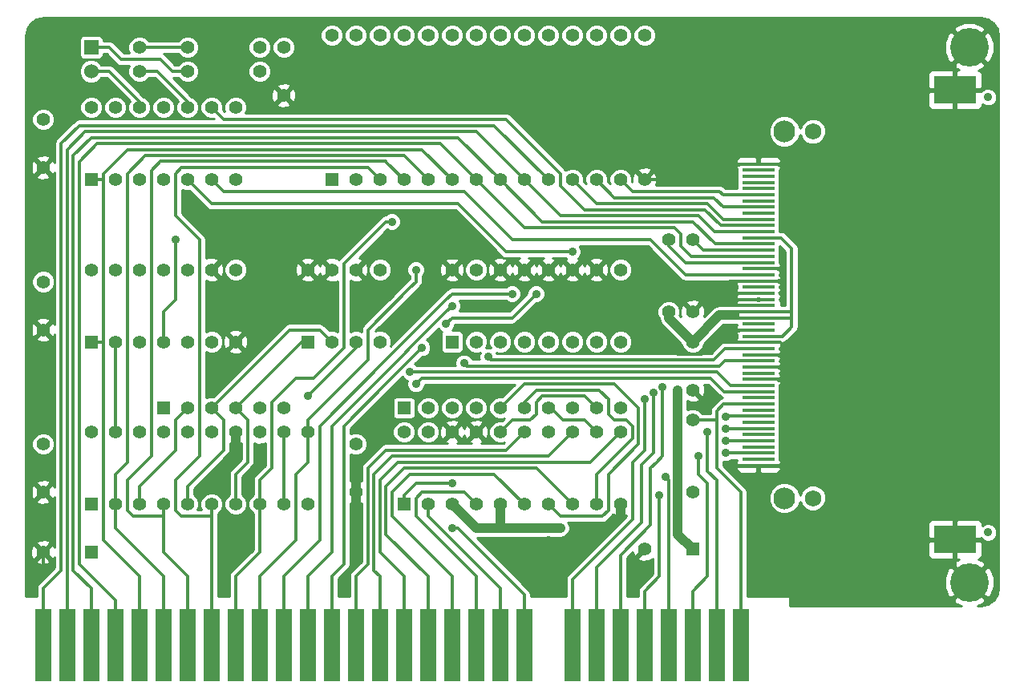
<source format=gtl>
G04 (created by PCBNEW-RS274X (2012-01-19 BZR 3256)-stable) date 2/15/2013 12:00:00 AM*
G01*
G70*
G90*
%MOIN*%
G04 Gerber Fmt 3.4, Leading zero omitted, Abs format*
%FSLAX34Y34*%
G04 APERTURE LIST*
%ADD10C,0.006000*%
%ADD11C,0.160000*%
%ADD12R,0.055000X0.055000*%
%ADD13C,0.055000*%
%ADD14R,0.060000X0.060000*%
%ADD15C,0.060000*%
%ADD16R,0.070000X0.300000*%
%ADD17R,0.137800X0.015400*%
%ADD18C,0.035400*%
%ADD19C,0.068900*%
%ADD20C,0.090600*%
%ADD21R,0.177200X0.118100*%
%ADD22C,0.035000*%
%ADD23C,0.014500*%
%ADD24C,0.040000*%
%ADD25C,0.010000*%
G04 APERTURE END LIST*
G54D10*
G54D11*
X79500Y-26500D03*
X79500Y-48750D03*
G54D12*
X43000Y-45500D03*
G54D13*
X44000Y-45500D03*
X45000Y-45500D03*
X46000Y-45500D03*
X47000Y-45500D03*
X48000Y-45500D03*
X49000Y-45500D03*
X50000Y-45500D03*
X51000Y-45500D03*
X52000Y-45500D03*
X52000Y-42500D03*
X51000Y-42500D03*
X50000Y-42500D03*
X49000Y-42500D03*
X48000Y-42500D03*
X47000Y-42500D03*
X46000Y-42500D03*
X45000Y-42500D03*
X44000Y-42500D03*
X43000Y-42500D03*
G54D12*
X58000Y-38750D03*
G54D13*
X59000Y-38750D03*
X60000Y-38750D03*
X61000Y-38750D03*
X62000Y-38750D03*
X63000Y-38750D03*
X64000Y-38750D03*
X65000Y-38750D03*
X65000Y-35750D03*
X64000Y-35750D03*
X63000Y-35750D03*
X62000Y-35750D03*
X61000Y-35750D03*
X60000Y-35750D03*
X59000Y-35750D03*
X58000Y-35750D03*
X51000Y-26500D03*
X51000Y-28500D03*
X68000Y-38750D03*
X68000Y-40750D03*
X41000Y-29500D03*
X41000Y-31500D03*
X41000Y-36250D03*
X41000Y-38250D03*
X41000Y-43000D03*
X41000Y-45000D03*
X54000Y-43000D03*
X54000Y-45000D03*
X47000Y-27500D03*
X50000Y-27500D03*
X47000Y-26500D03*
X50000Y-26500D03*
X67000Y-34500D03*
X67000Y-37500D03*
X68000Y-34500D03*
X68000Y-37500D03*
X68000Y-42000D03*
X68000Y-45000D03*
G54D12*
X43000Y-47500D03*
G54D13*
X41000Y-47500D03*
G54D12*
X68000Y-47375D03*
G54D13*
X66000Y-47375D03*
G54D14*
X43000Y-26500D03*
G54D15*
X43000Y-27500D03*
G54D12*
X46000Y-41500D03*
G54D13*
X47000Y-41500D03*
X48000Y-41500D03*
X49000Y-41500D03*
X50000Y-41500D03*
X51000Y-41500D03*
G54D12*
X56000Y-41500D03*
G54D13*
X57000Y-41500D03*
X58000Y-41500D03*
X59000Y-41500D03*
X60000Y-41500D03*
X61000Y-41500D03*
X62000Y-41500D03*
X63000Y-41500D03*
X64000Y-41500D03*
X65000Y-41500D03*
G54D12*
X52000Y-38750D03*
G54D13*
X53000Y-38750D03*
X54000Y-38750D03*
X55000Y-38750D03*
X55000Y-35750D03*
X54000Y-35750D03*
X53000Y-35750D03*
X52000Y-35750D03*
G54D12*
X53000Y-32000D03*
G54D13*
X54000Y-32000D03*
X55000Y-32000D03*
X56000Y-32000D03*
X57000Y-32000D03*
X58000Y-32000D03*
X59000Y-32000D03*
X60000Y-32000D03*
X61000Y-32000D03*
X62000Y-32000D03*
X63000Y-32000D03*
X64000Y-32000D03*
X65000Y-32000D03*
X66000Y-32000D03*
X66000Y-26000D03*
X65000Y-26000D03*
X64000Y-26000D03*
X63000Y-26000D03*
X62000Y-26000D03*
X61000Y-26000D03*
X60000Y-26000D03*
X59000Y-26000D03*
X58000Y-26000D03*
X57000Y-26000D03*
X56000Y-26000D03*
X55000Y-26000D03*
X54000Y-26000D03*
X53000Y-26000D03*
G54D12*
X56000Y-45500D03*
G54D13*
X57000Y-45500D03*
X58000Y-45500D03*
X59000Y-45500D03*
X60000Y-45500D03*
X61000Y-45500D03*
X62000Y-45500D03*
X63000Y-45500D03*
X64000Y-45500D03*
X65000Y-45500D03*
X65000Y-42500D03*
X64000Y-42500D03*
X63000Y-42500D03*
X62000Y-42500D03*
X61000Y-42500D03*
X60000Y-42500D03*
X59000Y-42500D03*
X58000Y-42500D03*
X57000Y-42500D03*
X56000Y-42500D03*
G54D12*
X43000Y-38750D03*
G54D13*
X44000Y-38750D03*
X45000Y-38750D03*
X46000Y-38750D03*
X47000Y-38750D03*
X48000Y-38750D03*
X49000Y-38750D03*
X49000Y-35750D03*
X48000Y-35750D03*
X47000Y-35750D03*
X46000Y-35750D03*
X45000Y-35750D03*
X44000Y-35750D03*
X43000Y-35750D03*
G54D12*
X43000Y-32000D03*
G54D13*
X44000Y-32000D03*
X45000Y-32000D03*
X46000Y-32000D03*
X47000Y-32000D03*
X48000Y-32000D03*
X49000Y-32000D03*
X49000Y-29000D03*
X48000Y-29000D03*
X47000Y-29000D03*
X46000Y-29000D03*
X45000Y-29000D03*
X44000Y-29000D03*
X43000Y-29000D03*
G54D16*
X70000Y-51375D03*
X69000Y-51375D03*
X68000Y-51375D03*
X67000Y-51375D03*
X66000Y-51375D03*
X65000Y-51375D03*
X64000Y-51375D03*
X63000Y-51375D03*
X61000Y-51375D03*
X60000Y-51375D03*
X59000Y-51375D03*
X58000Y-51375D03*
X57000Y-51375D03*
X56000Y-51375D03*
X55000Y-51375D03*
X54000Y-51375D03*
X53000Y-51375D03*
X52000Y-51375D03*
X51000Y-51375D03*
X50000Y-51375D03*
X49000Y-51375D03*
X48000Y-51375D03*
X47000Y-51375D03*
X46000Y-51375D03*
X45000Y-51375D03*
X44000Y-51375D03*
X43000Y-51375D03*
X42000Y-51375D03*
X41000Y-51375D03*
G54D13*
X45000Y-26500D03*
X45000Y-27500D03*
G54D17*
X70736Y-43895D03*
X70736Y-43383D03*
X70736Y-42872D03*
X70736Y-42360D03*
X70736Y-41848D03*
X70736Y-41336D03*
X70736Y-40824D03*
X70736Y-40312D03*
X70736Y-39801D03*
X70736Y-39289D03*
X70736Y-38777D03*
X70736Y-38265D03*
X70736Y-37753D03*
X70736Y-37242D03*
X70736Y-36730D03*
X70736Y-36218D03*
X70736Y-35706D03*
X70736Y-35194D03*
X70736Y-34683D03*
X70736Y-34171D03*
X70736Y-33659D03*
X70736Y-33147D03*
X70736Y-32635D03*
X70736Y-32123D03*
X70736Y-31612D03*
X70736Y-43639D03*
X70736Y-43127D03*
X70736Y-42616D03*
X70736Y-42104D03*
X70736Y-41592D03*
X70736Y-41080D03*
X70736Y-40568D03*
X70736Y-40057D03*
X70736Y-39545D03*
X70736Y-39033D03*
X70736Y-38521D03*
X70736Y-38009D03*
X70736Y-37498D03*
X70736Y-36986D03*
X70736Y-36474D03*
X70736Y-35962D03*
X70736Y-35450D03*
X70736Y-34938D03*
X70736Y-34427D03*
X70736Y-33915D03*
X70736Y-33403D03*
X70736Y-32891D03*
X70736Y-32379D03*
X70736Y-31868D03*
X70736Y-31356D03*
G54D18*
X80283Y-46680D03*
X80283Y-28570D03*
G54D19*
X73000Y-45251D03*
X73000Y-29999D03*
G54D20*
X71819Y-45251D03*
X71819Y-29999D03*
G54D21*
X78906Y-46975D03*
X78906Y-28275D03*
G54D22*
X60500Y-36750D03*
X58000Y-37250D03*
X56750Y-39000D03*
X55500Y-33750D03*
X56500Y-35750D03*
X58000Y-46500D03*
X66000Y-41125D03*
X66375Y-40875D03*
X66750Y-40625D03*
X69375Y-43375D03*
X66625Y-45125D03*
X69375Y-42875D03*
X66875Y-44375D03*
X69375Y-42375D03*
X68250Y-43500D03*
X69375Y-41875D03*
X68625Y-42500D03*
X63000Y-35000D03*
X56500Y-40500D03*
X56250Y-40000D03*
X58500Y-39625D03*
X59500Y-39375D03*
X57750Y-38000D03*
X61500Y-36750D03*
X72500Y-48000D03*
X48500Y-44750D03*
X41000Y-48250D03*
X72000Y-27000D03*
X40500Y-48250D03*
X41000Y-26000D03*
X71000Y-48875D03*
X41000Y-28000D03*
X42000Y-26000D03*
X74000Y-26000D03*
X73000Y-28000D03*
X74000Y-28000D03*
X73000Y-27000D03*
X73500Y-48000D03*
X68500Y-39125D03*
X62000Y-47000D03*
X63000Y-47000D03*
X73000Y-35750D03*
X80000Y-39750D03*
X80000Y-38750D03*
X73000Y-36750D03*
X80000Y-37750D03*
X80000Y-36750D03*
X80000Y-35750D03*
X54000Y-47500D03*
X48750Y-47500D03*
X71750Y-35750D03*
X73000Y-39750D03*
X73000Y-38750D03*
X73000Y-37750D03*
X42000Y-27000D03*
X62000Y-49000D03*
X72000Y-26000D03*
X55000Y-41500D03*
X42000Y-28000D03*
X41000Y-27000D03*
X54500Y-42000D03*
X73000Y-26000D03*
X74000Y-27000D03*
X62000Y-48000D03*
X72000Y-28000D03*
X55000Y-42500D03*
X46500Y-34500D03*
X58000Y-44625D03*
X52000Y-41000D03*
X62500Y-46500D03*
X67375Y-40750D03*
G54D23*
X41000Y-49000D02*
X41750Y-48250D01*
X59750Y-29750D02*
X62000Y-32000D01*
X41750Y-48250D02*
X41750Y-30500D01*
X41000Y-51375D02*
X41000Y-49250D01*
X41000Y-49250D02*
X41000Y-49000D01*
X41750Y-30500D02*
X42500Y-29750D01*
X42500Y-29750D02*
X59750Y-29750D01*
X59000Y-30000D02*
X61000Y-32000D01*
X62500Y-33500D02*
X61000Y-32000D01*
X42000Y-30750D02*
X42750Y-30000D01*
X68921Y-34171D02*
X68250Y-33500D01*
X68250Y-33500D02*
X62500Y-33500D01*
X42750Y-30000D02*
X59000Y-30000D01*
X42000Y-51375D02*
X42000Y-30750D01*
X70736Y-34171D02*
X68921Y-34171D01*
X55250Y-39500D02*
X55750Y-39000D01*
X52500Y-42500D02*
X52500Y-42250D01*
X52500Y-44250D02*
X52500Y-42500D01*
X58000Y-36750D02*
X60500Y-36750D01*
X57750Y-37000D02*
X58000Y-36750D01*
X51000Y-48500D02*
X51000Y-51375D01*
X52500Y-47000D02*
X51000Y-48500D01*
X52500Y-44250D02*
X52500Y-47000D01*
X55250Y-39500D02*
X52500Y-42250D01*
X55750Y-39000D02*
X57750Y-37000D01*
X57750Y-37500D02*
X58000Y-37250D01*
X53000Y-45500D02*
X53000Y-47500D01*
X53000Y-47500D02*
X52000Y-48500D01*
X55500Y-39750D02*
X53000Y-42250D01*
X53000Y-42250D02*
X53000Y-45500D01*
X55500Y-39750D02*
X56000Y-39250D01*
X56000Y-39250D02*
X56250Y-39000D01*
X56250Y-39000D02*
X57750Y-37500D01*
X52000Y-48500D02*
X52000Y-51375D01*
X55250Y-40500D02*
X56250Y-39500D01*
X53500Y-46000D02*
X53500Y-48000D01*
X53500Y-42500D02*
X53500Y-42250D01*
X53500Y-42250D02*
X55250Y-40500D01*
X56250Y-39500D02*
X56750Y-39000D01*
X53500Y-48000D02*
X53000Y-48500D01*
X53500Y-46000D02*
X53500Y-42500D01*
X53000Y-51375D02*
X53000Y-48500D01*
X60250Y-43250D02*
X55250Y-43250D01*
X60250Y-43250D02*
X61000Y-42500D01*
X54000Y-51375D02*
X54000Y-48500D01*
X54500Y-48000D02*
X54500Y-44000D01*
X54500Y-44000D02*
X55000Y-43500D01*
X55250Y-43250D02*
X55000Y-43500D01*
X54000Y-48500D02*
X54500Y-48000D01*
X62000Y-43500D02*
X63000Y-42500D01*
X62000Y-43500D02*
X55500Y-43500D01*
X55500Y-43500D02*
X55250Y-43750D01*
X55000Y-48500D02*
X54750Y-48250D01*
X55000Y-51375D02*
X55000Y-48500D01*
X54750Y-48250D02*
X54750Y-44250D01*
X54750Y-44250D02*
X55250Y-43750D01*
X55500Y-44000D02*
X55750Y-43750D01*
X55750Y-43750D02*
X63750Y-43750D01*
X63750Y-43750D02*
X65000Y-42500D01*
X56000Y-51375D02*
X56000Y-48500D01*
X55000Y-44500D02*
X55500Y-44000D01*
X55000Y-47500D02*
X55000Y-44500D01*
X56000Y-48500D02*
X55000Y-47500D01*
X56000Y-43998D02*
X61498Y-43998D01*
X55250Y-46750D02*
X55250Y-44750D01*
X55500Y-44500D02*
X55500Y-44498D01*
X55500Y-44498D02*
X56000Y-43998D01*
X57000Y-48500D02*
X55250Y-46750D01*
X61498Y-43998D02*
X63000Y-45500D01*
X57000Y-51375D02*
X57000Y-48500D01*
X55250Y-44750D02*
X55500Y-44500D01*
X55500Y-45000D02*
X56250Y-44250D01*
X59750Y-44250D02*
X61000Y-45500D01*
X56250Y-44250D02*
X59750Y-44250D01*
X55500Y-46000D02*
X55500Y-45000D01*
X58000Y-51375D02*
X58000Y-49000D01*
X58000Y-48500D02*
X55500Y-46000D01*
X58000Y-49000D02*
X58000Y-48500D01*
X56500Y-45250D02*
X56750Y-45000D01*
X59000Y-51375D02*
X59000Y-49000D01*
X56750Y-45000D02*
X58500Y-45000D01*
X58500Y-45000D02*
X59000Y-45500D01*
X59000Y-48500D02*
X56500Y-46000D01*
X56500Y-46000D02*
X56500Y-45250D01*
X59000Y-49000D02*
X59000Y-48500D01*
X60000Y-51375D02*
X60000Y-49000D01*
X57000Y-45750D02*
X57000Y-45500D01*
X57000Y-45750D02*
X57000Y-46000D01*
X57000Y-46000D02*
X60000Y-49000D01*
X70736Y-34683D02*
X68933Y-34683D01*
X42250Y-48250D02*
X42250Y-31000D01*
X42250Y-31000D02*
X43000Y-30250D01*
X61750Y-33750D02*
X60000Y-32000D01*
X58250Y-30250D02*
X60000Y-32000D01*
X68000Y-33750D02*
X61750Y-33750D01*
X43000Y-49250D02*
X43000Y-49000D01*
X43000Y-49000D02*
X42250Y-48250D01*
X43000Y-51375D02*
X43000Y-49250D01*
X68933Y-34683D02*
X68000Y-33750D01*
X43000Y-30250D02*
X58250Y-30250D01*
X67500Y-34750D02*
X67500Y-34250D01*
X67500Y-34250D02*
X67250Y-34000D01*
X57500Y-30500D02*
X59000Y-32000D01*
X70736Y-35194D02*
X67944Y-35194D01*
X42500Y-31250D02*
X43250Y-30500D01*
X44000Y-49500D02*
X42500Y-48000D01*
X67250Y-34000D02*
X61000Y-34000D01*
X67944Y-35194D02*
X67500Y-34750D01*
X44000Y-51375D02*
X44000Y-49500D01*
X42500Y-48000D02*
X42500Y-31250D01*
X43250Y-30500D02*
X57500Y-30500D01*
X61000Y-34000D02*
X59000Y-32000D01*
X44500Y-30750D02*
X56750Y-30750D01*
X43500Y-39000D02*
X43500Y-47000D01*
X45000Y-51375D02*
X45000Y-48500D01*
X44500Y-30750D02*
X43500Y-31750D01*
X43500Y-32000D02*
X43500Y-38750D01*
X43500Y-38750D02*
X43500Y-39000D01*
X56750Y-30750D02*
X58000Y-32000D01*
X43000Y-32000D02*
X43500Y-32000D01*
X43000Y-38750D02*
X43500Y-38750D01*
X45000Y-48500D02*
X43500Y-47000D01*
X43500Y-31750D02*
X43500Y-32000D01*
X44000Y-46500D02*
X46000Y-48500D01*
X45250Y-31000D02*
X56000Y-31000D01*
X44500Y-43750D02*
X44500Y-31750D01*
X44500Y-31750D02*
X45250Y-31000D01*
X44000Y-44250D02*
X44500Y-43750D01*
X56000Y-31000D02*
X57000Y-32000D01*
X44000Y-45500D02*
X44000Y-44250D01*
X44000Y-45500D02*
X44000Y-46500D01*
X46000Y-48500D02*
X46000Y-51375D01*
X45875Y-31248D02*
X47002Y-31248D01*
X45500Y-31623D02*
X45875Y-31248D01*
X46000Y-47500D02*
X46000Y-47000D01*
X45500Y-32250D02*
X45500Y-31623D01*
X46000Y-46000D02*
X45500Y-46000D01*
X55250Y-31250D02*
X55250Y-31250D01*
X46000Y-47000D02*
X46000Y-46000D01*
X45500Y-46000D02*
X44750Y-46000D01*
X45500Y-43500D02*
X45500Y-40500D01*
X47000Y-51375D02*
X47000Y-48500D01*
X44500Y-44500D02*
X45500Y-43500D01*
X47000Y-48500D02*
X46000Y-47500D01*
X46000Y-46000D02*
X46000Y-45500D01*
X55250Y-31250D02*
X56000Y-32000D01*
X44500Y-45750D02*
X44500Y-44500D01*
X55250Y-31248D02*
X55250Y-31250D01*
X44750Y-46000D02*
X44500Y-45750D01*
X45500Y-40500D02*
X45500Y-32250D01*
X47002Y-31248D02*
X55250Y-31248D01*
X47500Y-43500D02*
X47500Y-34500D01*
X48000Y-51375D02*
X48000Y-46000D01*
X46500Y-32250D02*
X46500Y-31750D01*
X55000Y-32000D02*
X54500Y-31500D01*
X46500Y-31750D02*
X46750Y-31500D01*
X46500Y-44500D02*
X47500Y-43500D01*
X46500Y-45750D02*
X46500Y-44500D01*
X46500Y-32250D02*
X46500Y-33500D01*
X46750Y-31500D02*
X47750Y-31500D01*
X48000Y-46000D02*
X48000Y-45500D01*
X54500Y-31500D02*
X47750Y-31500D01*
X48000Y-46000D02*
X46750Y-46000D01*
X46750Y-46000D02*
X46500Y-45750D01*
X46500Y-33500D02*
X47500Y-34500D01*
X50000Y-44500D02*
X50500Y-44000D01*
X50500Y-41250D02*
X51500Y-40250D01*
X49000Y-51375D02*
X49000Y-48500D01*
X52250Y-40250D02*
X53500Y-39000D01*
X55250Y-33750D02*
X53500Y-35500D01*
X50500Y-44000D02*
X50500Y-41250D01*
X50000Y-45500D02*
X50000Y-47500D01*
X55250Y-33750D02*
X55500Y-33750D01*
X50000Y-45500D02*
X50000Y-44500D01*
X51500Y-40250D02*
X52250Y-40250D01*
X53500Y-35500D02*
X53500Y-39000D01*
X50000Y-47500D02*
X49000Y-48500D01*
X52000Y-42000D02*
X54500Y-39500D01*
X54500Y-39250D02*
X54500Y-39500D01*
X54500Y-39250D02*
X54500Y-38500D01*
X52000Y-42500D02*
X52000Y-42000D01*
X52000Y-42500D02*
X52000Y-43750D01*
X52000Y-43750D02*
X51500Y-44250D01*
X50000Y-51375D02*
X50000Y-48500D01*
X51500Y-47000D02*
X50000Y-48500D01*
X54500Y-38250D02*
X56250Y-36500D01*
X51500Y-44250D02*
X51500Y-47000D01*
X56500Y-36250D02*
X56500Y-35750D01*
X56250Y-36500D02*
X56500Y-36250D01*
X54500Y-38500D02*
X54500Y-38250D01*
X58250Y-46500D02*
X58000Y-46500D01*
X61000Y-49250D02*
X61000Y-51375D01*
X61000Y-49250D02*
X58500Y-46750D01*
X58500Y-46750D02*
X58250Y-46500D01*
X68438Y-34938D02*
X68000Y-34500D01*
X70736Y-34938D02*
X68438Y-34938D01*
X67000Y-34750D02*
X67000Y-34500D01*
X68000Y-35450D02*
X67700Y-35450D01*
X67700Y-35450D02*
X67000Y-34750D01*
X70736Y-35450D02*
X68000Y-35450D01*
X70736Y-33659D02*
X70000Y-33659D01*
X64000Y-33000D02*
X63000Y-32000D01*
X70000Y-33659D02*
X69284Y-33659D01*
X68625Y-33000D02*
X64000Y-33000D01*
X69284Y-33659D02*
X68625Y-33000D01*
X66000Y-43250D02*
X66000Y-41125D01*
X65500Y-46125D02*
X63000Y-48625D01*
X65500Y-43750D02*
X66000Y-43250D01*
X65500Y-43750D02*
X65500Y-45875D01*
X65500Y-45875D02*
X65500Y-46125D01*
X63000Y-51375D02*
X63000Y-49000D01*
X63000Y-49000D02*
X63000Y-48625D01*
X68875Y-32750D02*
X69272Y-33147D01*
X68500Y-32750D02*
X66625Y-32750D01*
X70736Y-33147D02*
X69272Y-33147D01*
X66625Y-32750D02*
X64750Y-32750D01*
X68500Y-32750D02*
X68875Y-32750D01*
X64750Y-32750D02*
X64000Y-32000D01*
X66375Y-43375D02*
X66375Y-40875D01*
X65875Y-44250D02*
X65875Y-45875D01*
X65875Y-43875D02*
X66375Y-43375D01*
X65875Y-44000D02*
X65875Y-43875D01*
X65875Y-45875D02*
X65875Y-46250D01*
X65875Y-44250D02*
X65875Y-44000D01*
X65875Y-46250D02*
X64000Y-48125D01*
X64000Y-51375D02*
X64000Y-48125D01*
X65000Y-51375D02*
X65000Y-47625D01*
X66750Y-41500D02*
X66750Y-40625D01*
X69875Y-32635D02*
X69260Y-32635D01*
X69000Y-32500D02*
X69125Y-32500D01*
X66250Y-44000D02*
X66500Y-43750D01*
X66250Y-44000D02*
X66250Y-46375D01*
X70736Y-32635D02*
X69385Y-32635D01*
X70736Y-32635D02*
X69875Y-32635D01*
X66500Y-43750D02*
X66750Y-43500D01*
X66750Y-43500D02*
X66750Y-41500D01*
X69385Y-32635D02*
X70736Y-32635D01*
X68625Y-32500D02*
X65500Y-32500D01*
X65500Y-32500D02*
X65000Y-32000D01*
X65000Y-47625D02*
X66250Y-46375D01*
X68625Y-32500D02*
X69000Y-32500D01*
X69125Y-32500D02*
X69260Y-32635D01*
X69375Y-43375D02*
X69383Y-43383D01*
X69383Y-43383D02*
X70736Y-43383D01*
X66625Y-48500D02*
X66000Y-49125D01*
X66625Y-45125D02*
X66625Y-48500D01*
X66000Y-49125D02*
X66000Y-51375D01*
X69378Y-42872D02*
X70736Y-42872D01*
X69375Y-42875D02*
X69378Y-42872D01*
X67000Y-51375D02*
X67000Y-44750D01*
X67000Y-44500D02*
X66875Y-44375D01*
X67000Y-44750D02*
X67000Y-44500D01*
X69390Y-42360D02*
X70736Y-42360D01*
X69375Y-42375D02*
X69390Y-42360D01*
X68000Y-49125D02*
X68625Y-48500D01*
X68625Y-48500D02*
X68625Y-44625D01*
X68625Y-44625D02*
X68250Y-44250D01*
X68000Y-51375D02*
X68000Y-49125D01*
X68250Y-44250D02*
X68250Y-43500D01*
X69375Y-41875D02*
X69402Y-41848D01*
X69402Y-41848D02*
X70736Y-41848D01*
X69000Y-44500D02*
X69000Y-44625D01*
X69000Y-51375D02*
X69000Y-49250D01*
X69000Y-45000D02*
X69000Y-44625D01*
X69000Y-49250D02*
X69000Y-45000D01*
X69000Y-44500D02*
X68625Y-44125D01*
X68625Y-42500D02*
X68625Y-44125D01*
X70000Y-46500D02*
X70000Y-45750D01*
X70000Y-51375D02*
X70000Y-47000D01*
X69000Y-44000D02*
X69000Y-42000D01*
X70000Y-45750D02*
X70000Y-45000D01*
X70000Y-45000D02*
X69000Y-44000D01*
X68000Y-42000D02*
X69000Y-42000D01*
X69000Y-41750D02*
X69000Y-41625D01*
X69000Y-42000D02*
X69000Y-41750D01*
X69000Y-41625D02*
X69289Y-41336D01*
X70000Y-47000D02*
X70000Y-46500D01*
X70736Y-41336D02*
X69289Y-41336D01*
X60250Y-35000D02*
X62750Y-35000D01*
X62750Y-35000D02*
X63000Y-35000D01*
X58250Y-33000D02*
X60000Y-34750D01*
X47000Y-32000D02*
X48000Y-33000D01*
X48000Y-33000D02*
X58250Y-33000D01*
X60000Y-34750D02*
X60250Y-35000D01*
X68750Y-40250D02*
X56750Y-40250D01*
X70736Y-40824D02*
X69324Y-40824D01*
X69324Y-40824D02*
X68750Y-40250D01*
X56750Y-40250D02*
X56500Y-40500D01*
X69568Y-40568D02*
X69000Y-40000D01*
X69000Y-40000D02*
X56250Y-40000D01*
X69568Y-40568D02*
X70736Y-40568D01*
X69165Y-33915D02*
X70736Y-33915D01*
X62500Y-32250D02*
X62500Y-31750D01*
X69165Y-33915D02*
X68500Y-33250D01*
X48000Y-29000D02*
X48500Y-29500D01*
X60250Y-29500D02*
X48500Y-29500D01*
X68500Y-33250D02*
X63500Y-33250D01*
X62500Y-31750D02*
X60250Y-29500D01*
X63500Y-33250D02*
X62500Y-32250D01*
X60500Y-34500D02*
X66250Y-34500D01*
X48500Y-32500D02*
X58500Y-32500D01*
X58500Y-32500D02*
X60500Y-34500D01*
X48500Y-32500D02*
X48000Y-32000D01*
X70736Y-35962D02*
X67712Y-35962D01*
X66250Y-34500D02*
X67712Y-35962D01*
X70736Y-39545D02*
X69500Y-39545D01*
X69125Y-39750D02*
X69123Y-39752D01*
X69330Y-39545D02*
X69125Y-39750D01*
X69500Y-39545D02*
X69330Y-39545D01*
X58625Y-39750D02*
X58500Y-39625D01*
X69125Y-39750D02*
X58625Y-39750D01*
X69500Y-39033D02*
X69342Y-39033D01*
X70736Y-39033D02*
X70000Y-39033D01*
X70000Y-39033D02*
X69500Y-39033D01*
X69342Y-39033D02*
X68875Y-39500D01*
X68875Y-39500D02*
X59625Y-39500D01*
X59625Y-39500D02*
X59500Y-39375D01*
X60500Y-37750D02*
X61500Y-36750D01*
X57750Y-38000D02*
X58000Y-37750D01*
X58000Y-37750D02*
X60500Y-37750D01*
X78906Y-48156D02*
X78906Y-46975D01*
G54D24*
X54000Y-45000D02*
X54000Y-43750D01*
G54D23*
X64000Y-35750D02*
X63500Y-36250D01*
X70736Y-36986D02*
X69500Y-36986D01*
X69515Y-38265D02*
X70736Y-38265D01*
X70500Y-48375D02*
X70500Y-45750D01*
X71750Y-36125D02*
X71750Y-35750D01*
X41000Y-38250D02*
X40500Y-38750D01*
X71750Y-35750D02*
X71706Y-35706D01*
X65250Y-37000D02*
X64000Y-35750D01*
X77394Y-31356D02*
X78906Y-29844D01*
X40500Y-47000D02*
X40500Y-45500D01*
X69500Y-36750D02*
X69500Y-36250D01*
X54000Y-35750D02*
X54500Y-35250D01*
X69231Y-31356D02*
X70736Y-31356D01*
X49000Y-43750D02*
X48500Y-44250D01*
X69500Y-36730D02*
X69500Y-36750D01*
X55000Y-41500D02*
X55000Y-42500D01*
X40500Y-26000D02*
X41000Y-26000D01*
X70736Y-37242D02*
X69508Y-37242D01*
X69508Y-37242D02*
X69500Y-37234D01*
X55125Y-42625D02*
X54500Y-42000D01*
X73000Y-28000D02*
X74000Y-28000D01*
X69875Y-38777D02*
X69527Y-38777D01*
X57500Y-42000D02*
X58000Y-42500D01*
X48500Y-44250D02*
X48500Y-44750D01*
X63500Y-36250D02*
X63000Y-35750D01*
X78906Y-29844D02*
X78906Y-28275D01*
X58500Y-42000D02*
X59000Y-42500D01*
X40500Y-32000D02*
X41000Y-31500D01*
X69515Y-38265D02*
X69500Y-38280D01*
X40500Y-26125D02*
X40500Y-26000D01*
X66000Y-32000D02*
X68587Y-32000D01*
X69500Y-37234D02*
X69500Y-37000D01*
X69500Y-44000D02*
X69605Y-43895D01*
X70500Y-45000D02*
X69500Y-44000D01*
X54500Y-35250D02*
X57500Y-35250D01*
X40500Y-38750D02*
X40500Y-32125D01*
X40500Y-32125D02*
X40500Y-32000D01*
X66000Y-32000D02*
X72000Y-26000D01*
X61500Y-36250D02*
X62000Y-35750D01*
X68587Y-32000D02*
X69231Y-31356D01*
X70736Y-38777D02*
X69875Y-38777D01*
X70736Y-40312D02*
X71750Y-40312D01*
X71606Y-31356D02*
X77394Y-31356D01*
X71750Y-38875D02*
X71652Y-38777D01*
X57500Y-35250D02*
X59500Y-35250D01*
X41000Y-45000D02*
X40500Y-45500D01*
X70500Y-45750D02*
X70500Y-45000D01*
X70736Y-31356D02*
X71606Y-31356D01*
X69500Y-38500D02*
X69500Y-38375D01*
X70736Y-36730D02*
X69500Y-36730D01*
X59500Y-35250D02*
X60000Y-35750D01*
X40500Y-39000D02*
X40500Y-38750D01*
X69500Y-37000D02*
X68500Y-37000D01*
X68500Y-37000D02*
X68000Y-37500D01*
X71750Y-39801D02*
X71750Y-39750D01*
X70736Y-43895D02*
X71730Y-43895D01*
X58000Y-35750D02*
X57500Y-35250D01*
X71706Y-35706D02*
X70736Y-35706D01*
X71750Y-40375D02*
X71750Y-39750D01*
X66750Y-37000D02*
X67500Y-37000D01*
X69500Y-37000D02*
X69500Y-36750D01*
X69527Y-38777D02*
X69500Y-38750D01*
X70736Y-39289D02*
X71711Y-39289D01*
X66500Y-37000D02*
X65250Y-37000D01*
X67500Y-37000D02*
X68000Y-37500D01*
X66750Y-37000D02*
X66500Y-37000D01*
X55750Y-42000D02*
X57500Y-42000D01*
X60000Y-35750D02*
X60500Y-36250D01*
X69486Y-37000D02*
X69500Y-36986D01*
X61000Y-35750D02*
X61500Y-36250D01*
X60500Y-36250D02*
X61000Y-35750D01*
G54D24*
X49000Y-42500D02*
X49000Y-43625D01*
G54D23*
X41000Y-48250D02*
X41000Y-47500D01*
G54D24*
X49000Y-43625D02*
X48500Y-44125D01*
X48500Y-44125D02*
X48500Y-44500D01*
X48500Y-44500D02*
X48500Y-44750D01*
G54D23*
X68848Y-38777D02*
X68500Y-39125D01*
X70736Y-38777D02*
X68848Y-38777D01*
X70736Y-43895D02*
X69605Y-43895D01*
X66500Y-37375D02*
X66500Y-37000D01*
X72000Y-27000D02*
X72000Y-28000D01*
X62500Y-36250D02*
X62000Y-35750D01*
X68375Y-39250D02*
X68500Y-39125D01*
X58000Y-42500D02*
X58500Y-42000D01*
X71750Y-40312D02*
X71750Y-40375D01*
G54D24*
X65000Y-46000D02*
X62000Y-49000D01*
G54D23*
X71730Y-43895D02*
X71750Y-43875D01*
X71750Y-43875D02*
X71750Y-40375D01*
X80000Y-38750D02*
X80000Y-37750D01*
X73000Y-35750D02*
X73000Y-36750D01*
X73000Y-39750D02*
X71801Y-39750D01*
X80000Y-36750D02*
X80000Y-35750D01*
X73000Y-39750D02*
X80000Y-39750D01*
X78906Y-28275D02*
X78906Y-27094D01*
X71801Y-39750D02*
X71750Y-39801D01*
X68375Y-39250D02*
X67375Y-39250D01*
X66500Y-37375D02*
X66500Y-38375D01*
X66500Y-38375D02*
X67375Y-39250D01*
G54D24*
X54000Y-45000D02*
X54000Y-47500D01*
G54D23*
X48500Y-47250D02*
X48750Y-47500D01*
X48500Y-44750D02*
X48500Y-47250D01*
X62000Y-48000D02*
X62000Y-47000D01*
X73000Y-37750D02*
X73000Y-38750D01*
X41000Y-27000D02*
X41000Y-28000D01*
X70500Y-48375D02*
X71000Y-48875D01*
X40500Y-32125D02*
X40500Y-26125D01*
X55125Y-42625D02*
X55750Y-42000D01*
X69500Y-36250D02*
X69532Y-36218D01*
X41000Y-47500D02*
X40500Y-47000D01*
X71652Y-38777D02*
X70736Y-38777D01*
X69500Y-36986D02*
X69500Y-37000D01*
X69500Y-38750D02*
X69500Y-38500D01*
X71657Y-36218D02*
X71750Y-36125D01*
X79500Y-48750D02*
X78906Y-48156D01*
X71750Y-39250D02*
X71750Y-38875D01*
G54D24*
X65000Y-45500D02*
X65000Y-46000D01*
G54D23*
X54000Y-43750D02*
X55125Y-42625D01*
X71750Y-39750D02*
X71750Y-39250D01*
X69500Y-38280D02*
X69500Y-38375D01*
X69532Y-36218D02*
X70736Y-36218D01*
X70736Y-39801D02*
X71750Y-39801D01*
X42000Y-26000D02*
X42000Y-27000D01*
X63000Y-35750D02*
X62500Y-36250D01*
X72500Y-48000D02*
X73500Y-48000D01*
X70736Y-36218D02*
X71657Y-36218D01*
X78906Y-27094D02*
X79500Y-26500D01*
X73000Y-26000D02*
X74000Y-26000D01*
X74000Y-27000D02*
X73000Y-27000D01*
X40500Y-45500D02*
X40500Y-39000D01*
X41000Y-48250D02*
X40500Y-48250D01*
X66500Y-37375D02*
X66500Y-37250D01*
X71711Y-39289D02*
X71750Y-39250D01*
X46000Y-37625D02*
X46000Y-37500D01*
X46000Y-37500D02*
X46500Y-37000D01*
X46000Y-38750D02*
X46000Y-37625D01*
X46500Y-37000D02*
X46500Y-34500D01*
X64750Y-40498D02*
X64750Y-40500D01*
X64750Y-40500D02*
X61000Y-40500D01*
X64750Y-40500D02*
X64750Y-40500D01*
X61000Y-40500D02*
X60000Y-41500D01*
X65750Y-41498D02*
X64750Y-40498D01*
X62000Y-45500D02*
X62500Y-46000D01*
X64250Y-46000D02*
X64500Y-45750D01*
X64500Y-44250D02*
X65750Y-43000D01*
X64500Y-45750D02*
X64500Y-44250D01*
X62500Y-46000D02*
X64250Y-46000D01*
X65750Y-43000D02*
X65750Y-41498D01*
X62625Y-42000D02*
X63500Y-42000D01*
X62000Y-41500D02*
X62125Y-41500D01*
X62125Y-41500D02*
X62625Y-42000D01*
X63500Y-42000D02*
X64000Y-42500D01*
X61250Y-42000D02*
X61500Y-41750D01*
X63500Y-41000D02*
X61750Y-41000D01*
X61500Y-41250D02*
X61750Y-41000D01*
X60500Y-42000D02*
X60000Y-42500D01*
X60500Y-42000D02*
X61250Y-42000D01*
X64000Y-41500D02*
X63500Y-41000D01*
X61500Y-41750D02*
X61500Y-41250D01*
X56000Y-45125D02*
X56500Y-44625D01*
X56500Y-44625D02*
X58000Y-44625D01*
X56000Y-45500D02*
X56000Y-45125D01*
X45000Y-28750D02*
X43750Y-27500D01*
X43750Y-27500D02*
X43000Y-27500D01*
X45000Y-29000D02*
X45000Y-28750D01*
X47000Y-26500D02*
X45000Y-26500D01*
X65500Y-42750D02*
X65500Y-42250D01*
X64000Y-44750D02*
X64000Y-44250D01*
X64000Y-44250D02*
X65500Y-42750D01*
X64500Y-41750D02*
X64500Y-41125D01*
X61000Y-41250D02*
X61000Y-41500D01*
X65250Y-42000D02*
X64750Y-42000D01*
X64125Y-40750D02*
X61500Y-40750D01*
X64000Y-45500D02*
X64000Y-44750D01*
X61500Y-40750D02*
X61000Y-41250D01*
X64750Y-42000D02*
X64500Y-41750D01*
X65500Y-42250D02*
X65250Y-42000D01*
X64500Y-41125D02*
X64125Y-40750D01*
X46375Y-27500D02*
X45875Y-27000D01*
X45875Y-27000D02*
X44250Y-27000D01*
X44250Y-27000D02*
X43750Y-26500D01*
X47000Y-27500D02*
X46375Y-27500D01*
X43750Y-26500D02*
X43000Y-26500D01*
X51250Y-38250D02*
X48000Y-41500D01*
X48500Y-42000D02*
X48000Y-41500D01*
X52500Y-38250D02*
X51250Y-38250D01*
X48500Y-43250D02*
X48500Y-42000D01*
X47000Y-44750D02*
X48500Y-43250D01*
X47000Y-45500D02*
X47000Y-44750D01*
X53000Y-38750D02*
X52500Y-38250D01*
X49500Y-43750D02*
X49500Y-42000D01*
X49000Y-41500D02*
X49500Y-42000D01*
X49000Y-44250D02*
X49000Y-45500D01*
X51750Y-38750D02*
X49000Y-41500D01*
X52000Y-38750D02*
X51750Y-38750D01*
X49000Y-44250D02*
X49500Y-43750D01*
X54000Y-39000D02*
X52000Y-41000D01*
X46500Y-42000D02*
X47000Y-41500D01*
X45000Y-45500D02*
X45000Y-44750D01*
X45000Y-44750D02*
X46500Y-43250D01*
X46500Y-43250D02*
X46500Y-42000D01*
X54000Y-38750D02*
X54000Y-39000D01*
X47000Y-29000D02*
X47000Y-28750D01*
X47000Y-28750D02*
X45750Y-27500D01*
X45750Y-27500D02*
X45000Y-27500D01*
X44000Y-42500D02*
X44000Y-38750D01*
X71677Y-34427D02*
X71875Y-34625D01*
X69750Y-37500D02*
X69750Y-37625D01*
X72125Y-38125D02*
X71729Y-38521D01*
X72125Y-37753D02*
X72125Y-37750D01*
G54D24*
X60000Y-45500D02*
X60000Y-46500D01*
G54D23*
X70736Y-37753D02*
X71875Y-37753D01*
X72125Y-37500D02*
X72125Y-37750D01*
X51000Y-45500D02*
X51000Y-42500D01*
X71875Y-37498D02*
X71875Y-37500D01*
G54D24*
X60000Y-46500D02*
X62500Y-46500D01*
G54D23*
X72125Y-37750D02*
X72125Y-38125D01*
G54D24*
X67000Y-37750D02*
X67000Y-37500D01*
X68000Y-38750D02*
X67000Y-37750D01*
G54D23*
X70736Y-37498D02*
X71875Y-37498D01*
X72125Y-34875D02*
X72125Y-37500D01*
X71875Y-34625D02*
X72125Y-34875D01*
G54D24*
X59000Y-46500D02*
X58000Y-45500D01*
G54D23*
X70736Y-34427D02*
X71677Y-34427D01*
G54D24*
X69750Y-37625D02*
X69125Y-37625D01*
G54D23*
X71729Y-38521D02*
X70736Y-38521D01*
X70736Y-37498D02*
X69877Y-37498D01*
X69877Y-37498D02*
X69875Y-37500D01*
X71875Y-37753D02*
X71875Y-37750D01*
X69878Y-37753D02*
X70736Y-37753D01*
G54D24*
X68000Y-47375D02*
X67375Y-46750D01*
X67375Y-46750D02*
X67375Y-40750D01*
G54D23*
X72125Y-37498D02*
X72125Y-37500D01*
X69878Y-37753D02*
X69750Y-37753D01*
X69750Y-37625D02*
X69750Y-37753D01*
X69752Y-37498D02*
X69750Y-37500D01*
G54D24*
X60000Y-46500D02*
X59000Y-46500D01*
G54D23*
X71875Y-37753D02*
X72125Y-37753D01*
X71875Y-37498D02*
X72125Y-37498D01*
X71875Y-38375D02*
X71729Y-38521D01*
X69875Y-37750D02*
X69878Y-37753D01*
X70736Y-37498D02*
X69752Y-37498D01*
G54D24*
X69125Y-37625D02*
X68000Y-38750D01*
G54D10*
G36*
X44071Y-35750D02*
X44000Y-35821D01*
X43929Y-35750D01*
X44000Y-35679D01*
X44071Y-35750D01*
X44071Y-35750D01*
G37*
G54D25*
X44071Y-35750D02*
X44000Y-35821D01*
X43929Y-35750D01*
X44000Y-35679D01*
X44071Y-35750D01*
G54D10*
G36*
X45071Y-32000D02*
X45000Y-32071D01*
X44929Y-32000D01*
X45000Y-31929D01*
X45071Y-32000D01*
X45071Y-32000D01*
G37*
G54D25*
X45071Y-32000D02*
X45000Y-32071D01*
X44929Y-32000D01*
X45000Y-31929D01*
X45071Y-32000D01*
G54D10*
G36*
X45071Y-35750D02*
X45000Y-35821D01*
X44929Y-35750D01*
X45000Y-35679D01*
X45071Y-35750D01*
X45071Y-35750D01*
G37*
G54D25*
X45071Y-35750D02*
X45000Y-35821D01*
X44929Y-35750D01*
X45000Y-35679D01*
X45071Y-35750D01*
G54D10*
G36*
X45071Y-42500D02*
X45000Y-42571D01*
X44929Y-42500D01*
X45000Y-42429D01*
X45071Y-42500D01*
X45071Y-42500D01*
G37*
G54D25*
X45071Y-42500D02*
X45000Y-42571D01*
X44929Y-42500D01*
X45000Y-42429D01*
X45071Y-42500D01*
G54D10*
G36*
X46071Y-42500D02*
X46000Y-42571D01*
X45929Y-42500D01*
X46000Y-42429D01*
X46071Y-42500D01*
X46071Y-42500D01*
G37*
G54D25*
X46071Y-42500D02*
X46000Y-42571D01*
X45929Y-42500D01*
X46000Y-42429D01*
X46071Y-42500D01*
G54D10*
G36*
X47071Y-35750D02*
X47000Y-35821D01*
X46929Y-35750D01*
X47000Y-35679D01*
X47071Y-35750D01*
X47071Y-35750D01*
G37*
G54D25*
X47071Y-35750D02*
X47000Y-35821D01*
X46929Y-35750D01*
X47000Y-35679D01*
X47071Y-35750D01*
G54D10*
G36*
X47071Y-42500D02*
X47000Y-42571D01*
X46929Y-42500D01*
X47000Y-42429D01*
X47071Y-42500D01*
X47071Y-42500D01*
G37*
G54D25*
X47071Y-42500D02*
X47000Y-42571D01*
X46929Y-42500D01*
X47000Y-42429D01*
X47071Y-42500D01*
G54D10*
G36*
X48071Y-42500D02*
X48000Y-42571D01*
X47929Y-42500D01*
X48000Y-42429D01*
X48071Y-42500D01*
X48071Y-42500D01*
G37*
G54D25*
X48071Y-42500D02*
X48000Y-42571D01*
X47929Y-42500D01*
X48000Y-42429D01*
X48071Y-42500D01*
G54D10*
G36*
X49071Y-32000D02*
X49000Y-32071D01*
X48929Y-32000D01*
X49000Y-31929D01*
X49071Y-32000D01*
X49071Y-32000D01*
G37*
G54D25*
X49071Y-32000D02*
X49000Y-32071D01*
X48929Y-32000D01*
X49000Y-31929D01*
X49071Y-32000D01*
G54D10*
G36*
X49071Y-42500D02*
X49000Y-42571D01*
X48929Y-42500D01*
X49000Y-42429D01*
X49071Y-42500D01*
X49071Y-42500D01*
G37*
G54D25*
X49071Y-42500D02*
X49000Y-42571D01*
X48929Y-42500D01*
X49000Y-42429D01*
X49071Y-42500D01*
G54D10*
G36*
X50071Y-42500D02*
X50000Y-42571D01*
X49929Y-42500D01*
X50000Y-42429D01*
X50071Y-42500D01*
X50071Y-42500D01*
G37*
G54D25*
X50071Y-42500D02*
X50000Y-42571D01*
X49929Y-42500D01*
X50000Y-42429D01*
X50071Y-42500D01*
G54D10*
G36*
X50229Y-43887D02*
X49808Y-44308D01*
X49750Y-44396D01*
X49746Y-44414D01*
X49728Y-44500D01*
X49729Y-44504D01*
X49729Y-45100D01*
X49598Y-45231D01*
X49526Y-45405D01*
X49526Y-45594D01*
X49598Y-45768D01*
X49729Y-45899D01*
X49729Y-47387D01*
X48808Y-48308D01*
X48750Y-48396D01*
X48746Y-48414D01*
X48728Y-48500D01*
X48729Y-48504D01*
X48729Y-49325D01*
X48271Y-49325D01*
X48271Y-46000D01*
X48271Y-45899D01*
X48402Y-45769D01*
X48474Y-45595D01*
X48474Y-45406D01*
X48402Y-45232D01*
X48269Y-45098D01*
X48095Y-45026D01*
X47906Y-45026D01*
X47732Y-45098D01*
X47598Y-45231D01*
X47526Y-45405D01*
X47526Y-45594D01*
X47581Y-45729D01*
X47418Y-45729D01*
X47474Y-45595D01*
X47474Y-45406D01*
X47402Y-45232D01*
X47271Y-45100D01*
X47271Y-44862D01*
X48689Y-43443D01*
X48691Y-43442D01*
X48692Y-43442D01*
X48750Y-43354D01*
X48750Y-43353D01*
X48771Y-43250D01*
X48771Y-42965D01*
X48926Y-43019D01*
X49130Y-43008D01*
X49229Y-42967D01*
X49229Y-43637D01*
X48808Y-44058D01*
X48750Y-44146D01*
X48746Y-44164D01*
X48728Y-44250D01*
X48729Y-44254D01*
X48729Y-45100D01*
X48598Y-45231D01*
X48526Y-45405D01*
X48526Y-45594D01*
X48598Y-45768D01*
X48731Y-45902D01*
X48905Y-45974D01*
X49094Y-45974D01*
X49268Y-45902D01*
X49402Y-45769D01*
X49474Y-45595D01*
X49474Y-45406D01*
X49402Y-45232D01*
X49271Y-45100D01*
X49271Y-44363D01*
X49692Y-43942D01*
X49750Y-43854D01*
X49750Y-43853D01*
X49771Y-43750D01*
X49771Y-42965D01*
X49926Y-43019D01*
X50130Y-43008D01*
X50229Y-42967D01*
X50229Y-43887D01*
X50229Y-43887D01*
G37*
G54D25*
X50229Y-43887D02*
X49808Y-44308D01*
X49750Y-44396D01*
X49746Y-44414D01*
X49728Y-44500D01*
X49729Y-44504D01*
X49729Y-45100D01*
X49598Y-45231D01*
X49526Y-45405D01*
X49526Y-45594D01*
X49598Y-45768D01*
X49729Y-45899D01*
X49729Y-47387D01*
X48808Y-48308D01*
X48750Y-48396D01*
X48746Y-48414D01*
X48728Y-48500D01*
X48729Y-48504D01*
X48729Y-49325D01*
X48271Y-49325D01*
X48271Y-46000D01*
X48271Y-45899D01*
X48402Y-45769D01*
X48474Y-45595D01*
X48474Y-45406D01*
X48402Y-45232D01*
X48269Y-45098D01*
X48095Y-45026D01*
X47906Y-45026D01*
X47732Y-45098D01*
X47598Y-45231D01*
X47526Y-45405D01*
X47526Y-45594D01*
X47581Y-45729D01*
X47418Y-45729D01*
X47474Y-45595D01*
X47474Y-45406D01*
X47402Y-45232D01*
X47271Y-45100D01*
X47271Y-44862D01*
X48689Y-43443D01*
X48691Y-43442D01*
X48692Y-43442D01*
X48750Y-43354D01*
X48750Y-43353D01*
X48771Y-43250D01*
X48771Y-42965D01*
X48926Y-43019D01*
X49130Y-43008D01*
X49229Y-42967D01*
X49229Y-43637D01*
X48808Y-44058D01*
X48750Y-44146D01*
X48746Y-44164D01*
X48728Y-44250D01*
X48729Y-44254D01*
X48729Y-45100D01*
X48598Y-45231D01*
X48526Y-45405D01*
X48526Y-45594D01*
X48598Y-45768D01*
X48731Y-45902D01*
X48905Y-45974D01*
X49094Y-45974D01*
X49268Y-45902D01*
X49402Y-45769D01*
X49474Y-45595D01*
X49474Y-45406D01*
X49402Y-45232D01*
X49271Y-45100D01*
X49271Y-44363D01*
X49692Y-43942D01*
X49750Y-43854D01*
X49750Y-43853D01*
X49771Y-43750D01*
X49771Y-42965D01*
X49926Y-43019D01*
X50130Y-43008D01*
X50229Y-42967D01*
X50229Y-43887D01*
G54D10*
G36*
X52071Y-45500D02*
X52000Y-45571D01*
X51929Y-45500D01*
X52000Y-45429D01*
X52071Y-45500D01*
X52071Y-45500D01*
G37*
G54D25*
X52071Y-45500D02*
X52000Y-45571D01*
X51929Y-45500D01*
X52000Y-45429D01*
X52071Y-45500D01*
G54D10*
G36*
X54071Y-45000D02*
X54000Y-45071D01*
X53929Y-45000D01*
X54000Y-44929D01*
X54071Y-45000D01*
X54071Y-45000D01*
G37*
G54D25*
X54071Y-45000D02*
X54000Y-45071D01*
X53929Y-45000D01*
X54000Y-44929D01*
X54071Y-45000D01*
G54D10*
G36*
X54229Y-47887D02*
X53808Y-48308D01*
X53750Y-48396D01*
X53746Y-48414D01*
X53728Y-48500D01*
X53729Y-48504D01*
X53729Y-49325D01*
X53271Y-49325D01*
X53271Y-48613D01*
X53692Y-48192D01*
X53750Y-48104D01*
X53750Y-48103D01*
X53771Y-48000D01*
X53771Y-46000D01*
X53771Y-45465D01*
X53926Y-45519D01*
X54130Y-45508D01*
X54229Y-45467D01*
X54229Y-47887D01*
X54229Y-47887D01*
G37*
G54D25*
X54229Y-47887D02*
X53808Y-48308D01*
X53750Y-48396D01*
X53746Y-48414D01*
X53728Y-48500D01*
X53729Y-48504D01*
X53729Y-49325D01*
X53271Y-49325D01*
X53271Y-48613D01*
X53692Y-48192D01*
X53750Y-48104D01*
X53750Y-48103D01*
X53771Y-48000D01*
X53771Y-46000D01*
X53771Y-45465D01*
X53926Y-45519D01*
X54130Y-45508D01*
X54229Y-45467D01*
X54229Y-47887D01*
G54D10*
G36*
X60595Y-40521D02*
X60090Y-41026D01*
X59906Y-41026D01*
X59732Y-41098D01*
X59598Y-41231D01*
X59526Y-41405D01*
X59526Y-41594D01*
X59598Y-41768D01*
X59731Y-41902D01*
X59905Y-41974D01*
X60094Y-41974D01*
X60175Y-41940D01*
X60090Y-42026D01*
X59906Y-42026D01*
X59732Y-42098D01*
X59598Y-42231D01*
X59526Y-42405D01*
X59526Y-42594D01*
X59598Y-42768D01*
X59731Y-42902D01*
X59905Y-42974D01*
X60094Y-42974D01*
X60176Y-42940D01*
X60137Y-42979D01*
X59519Y-42979D01*
X59519Y-42574D01*
X59508Y-42370D01*
X59474Y-42286D01*
X59474Y-41595D01*
X59474Y-41406D01*
X59402Y-41232D01*
X59269Y-41098D01*
X59095Y-41026D01*
X58906Y-41026D01*
X58732Y-41098D01*
X58598Y-41231D01*
X58526Y-41405D01*
X58526Y-41594D01*
X58598Y-41768D01*
X58731Y-41902D01*
X58905Y-41974D01*
X59094Y-41974D01*
X59268Y-41902D01*
X59402Y-41769D01*
X59474Y-41595D01*
X59474Y-42286D01*
X59452Y-42233D01*
X59361Y-42210D01*
X59290Y-42281D01*
X59290Y-42139D01*
X59267Y-42048D01*
X59074Y-41981D01*
X58870Y-41992D01*
X58733Y-42048D01*
X58710Y-42139D01*
X59000Y-42429D01*
X59290Y-42139D01*
X59290Y-42281D01*
X59071Y-42500D01*
X59361Y-42790D01*
X59452Y-42767D01*
X59519Y-42574D01*
X59519Y-42979D01*
X59200Y-42979D01*
X59267Y-42952D01*
X59290Y-42861D01*
X59000Y-42571D01*
X58929Y-42642D01*
X58929Y-42500D01*
X58639Y-42210D01*
X58548Y-42233D01*
X58503Y-42359D01*
X58474Y-42287D01*
X58474Y-41595D01*
X58474Y-41406D01*
X58402Y-41232D01*
X58269Y-41098D01*
X58095Y-41026D01*
X57906Y-41026D01*
X57732Y-41098D01*
X57598Y-41231D01*
X57526Y-41405D01*
X57526Y-41594D01*
X57598Y-41768D01*
X57731Y-41902D01*
X57905Y-41974D01*
X58094Y-41974D01*
X58268Y-41902D01*
X58402Y-41769D01*
X58474Y-41595D01*
X58474Y-42287D01*
X58452Y-42233D01*
X58361Y-42210D01*
X58290Y-42281D01*
X58290Y-42139D01*
X58267Y-42048D01*
X58074Y-41981D01*
X57870Y-41992D01*
X57733Y-42048D01*
X57710Y-42139D01*
X58000Y-42429D01*
X58290Y-42139D01*
X58290Y-42281D01*
X58071Y-42500D01*
X58361Y-42790D01*
X58452Y-42767D01*
X58496Y-42640D01*
X58548Y-42767D01*
X58639Y-42790D01*
X58929Y-42500D01*
X58929Y-42642D01*
X58710Y-42861D01*
X58733Y-42952D01*
X58810Y-42979D01*
X58200Y-42979D01*
X58267Y-42952D01*
X58290Y-42861D01*
X58000Y-42571D01*
X57929Y-42642D01*
X57929Y-42500D01*
X57639Y-42210D01*
X57548Y-42233D01*
X57481Y-42426D01*
X57492Y-42630D01*
X57548Y-42767D01*
X57639Y-42790D01*
X57929Y-42500D01*
X57929Y-42642D01*
X57710Y-42861D01*
X57733Y-42952D01*
X57810Y-42979D01*
X57474Y-42979D01*
X57474Y-42595D01*
X57474Y-42406D01*
X57474Y-41595D01*
X57474Y-41406D01*
X57402Y-41232D01*
X57269Y-41098D01*
X57095Y-41026D01*
X56906Y-41026D01*
X56732Y-41098D01*
X56598Y-41231D01*
X56526Y-41405D01*
X56526Y-41594D01*
X56598Y-41768D01*
X56731Y-41902D01*
X56905Y-41974D01*
X57094Y-41974D01*
X57268Y-41902D01*
X57402Y-41769D01*
X57474Y-41595D01*
X57474Y-42406D01*
X57402Y-42232D01*
X57269Y-42098D01*
X57095Y-42026D01*
X56906Y-42026D01*
X56732Y-42098D01*
X56598Y-42231D01*
X56526Y-42405D01*
X56526Y-42594D01*
X56598Y-42768D01*
X56731Y-42902D01*
X56905Y-42974D01*
X57094Y-42974D01*
X57268Y-42902D01*
X57402Y-42769D01*
X57474Y-42595D01*
X57474Y-42979D01*
X56474Y-42979D01*
X56474Y-42595D01*
X56474Y-42406D01*
X56473Y-42403D01*
X56473Y-41815D01*
X56473Y-41736D01*
X56473Y-41186D01*
X56443Y-41113D01*
X56387Y-41057D01*
X56315Y-41027D01*
X56236Y-41027D01*
X55686Y-41027D01*
X55613Y-41057D01*
X55557Y-41113D01*
X55527Y-41185D01*
X55527Y-41264D01*
X55527Y-41814D01*
X55557Y-41887D01*
X55613Y-41943D01*
X55685Y-41973D01*
X55764Y-41973D01*
X56314Y-41973D01*
X56387Y-41943D01*
X56443Y-41887D01*
X56473Y-41815D01*
X56473Y-42403D01*
X56402Y-42232D01*
X56269Y-42098D01*
X56095Y-42026D01*
X55906Y-42026D01*
X55732Y-42098D01*
X55598Y-42231D01*
X55526Y-42405D01*
X55526Y-42594D01*
X55598Y-42768D01*
X55731Y-42902D01*
X55905Y-42974D01*
X56094Y-42974D01*
X56268Y-42902D01*
X56402Y-42769D01*
X56474Y-42595D01*
X56474Y-42979D01*
X55250Y-42979D01*
X55146Y-43000D01*
X55058Y-43058D01*
X55056Y-43060D01*
X54808Y-43308D01*
X54308Y-43808D01*
X54250Y-43896D01*
X54246Y-43914D01*
X54228Y-44000D01*
X54229Y-44004D01*
X54229Y-44534D01*
X54074Y-44481D01*
X53870Y-44492D01*
X53771Y-44532D01*
X53771Y-43418D01*
X53905Y-43474D01*
X54094Y-43474D01*
X54268Y-43402D01*
X54402Y-43269D01*
X54474Y-43095D01*
X54474Y-42906D01*
X54402Y-42732D01*
X54269Y-42598D01*
X54095Y-42526D01*
X53906Y-42526D01*
X53771Y-42581D01*
X53771Y-42500D01*
X53771Y-42362D01*
X55439Y-40693D01*
X55441Y-40692D01*
X55442Y-40692D01*
X55929Y-40203D01*
X55933Y-40211D01*
X56038Y-40317D01*
X56151Y-40364D01*
X56126Y-40425D01*
X56126Y-40574D01*
X56183Y-40711D01*
X56288Y-40817D01*
X56425Y-40874D01*
X56574Y-40874D01*
X56711Y-40817D01*
X56817Y-40712D01*
X56874Y-40575D01*
X56874Y-40521D01*
X60595Y-40521D01*
X60595Y-40521D01*
G37*
G54D25*
X60595Y-40521D02*
X60090Y-41026D01*
X59906Y-41026D01*
X59732Y-41098D01*
X59598Y-41231D01*
X59526Y-41405D01*
X59526Y-41594D01*
X59598Y-41768D01*
X59731Y-41902D01*
X59905Y-41974D01*
X60094Y-41974D01*
X60175Y-41940D01*
X60090Y-42026D01*
X59906Y-42026D01*
X59732Y-42098D01*
X59598Y-42231D01*
X59526Y-42405D01*
X59526Y-42594D01*
X59598Y-42768D01*
X59731Y-42902D01*
X59905Y-42974D01*
X60094Y-42974D01*
X60176Y-42940D01*
X60137Y-42979D01*
X59519Y-42979D01*
X59519Y-42574D01*
X59508Y-42370D01*
X59474Y-42286D01*
X59474Y-41595D01*
X59474Y-41406D01*
X59402Y-41232D01*
X59269Y-41098D01*
X59095Y-41026D01*
X58906Y-41026D01*
X58732Y-41098D01*
X58598Y-41231D01*
X58526Y-41405D01*
X58526Y-41594D01*
X58598Y-41768D01*
X58731Y-41902D01*
X58905Y-41974D01*
X59094Y-41974D01*
X59268Y-41902D01*
X59402Y-41769D01*
X59474Y-41595D01*
X59474Y-42286D01*
X59452Y-42233D01*
X59361Y-42210D01*
X59290Y-42281D01*
X59290Y-42139D01*
X59267Y-42048D01*
X59074Y-41981D01*
X58870Y-41992D01*
X58733Y-42048D01*
X58710Y-42139D01*
X59000Y-42429D01*
X59290Y-42139D01*
X59290Y-42281D01*
X59071Y-42500D01*
X59361Y-42790D01*
X59452Y-42767D01*
X59519Y-42574D01*
X59519Y-42979D01*
X59200Y-42979D01*
X59267Y-42952D01*
X59290Y-42861D01*
X59000Y-42571D01*
X58929Y-42642D01*
X58929Y-42500D01*
X58639Y-42210D01*
X58548Y-42233D01*
X58503Y-42359D01*
X58474Y-42287D01*
X58474Y-41595D01*
X58474Y-41406D01*
X58402Y-41232D01*
X58269Y-41098D01*
X58095Y-41026D01*
X57906Y-41026D01*
X57732Y-41098D01*
X57598Y-41231D01*
X57526Y-41405D01*
X57526Y-41594D01*
X57598Y-41768D01*
X57731Y-41902D01*
X57905Y-41974D01*
X58094Y-41974D01*
X58268Y-41902D01*
X58402Y-41769D01*
X58474Y-41595D01*
X58474Y-42287D01*
X58452Y-42233D01*
X58361Y-42210D01*
X58290Y-42281D01*
X58290Y-42139D01*
X58267Y-42048D01*
X58074Y-41981D01*
X57870Y-41992D01*
X57733Y-42048D01*
X57710Y-42139D01*
X58000Y-42429D01*
X58290Y-42139D01*
X58290Y-42281D01*
X58071Y-42500D01*
X58361Y-42790D01*
X58452Y-42767D01*
X58496Y-42640D01*
X58548Y-42767D01*
X58639Y-42790D01*
X58929Y-42500D01*
X58929Y-42642D01*
X58710Y-42861D01*
X58733Y-42952D01*
X58810Y-42979D01*
X58200Y-42979D01*
X58267Y-42952D01*
X58290Y-42861D01*
X58000Y-42571D01*
X57929Y-42642D01*
X57929Y-42500D01*
X57639Y-42210D01*
X57548Y-42233D01*
X57481Y-42426D01*
X57492Y-42630D01*
X57548Y-42767D01*
X57639Y-42790D01*
X57929Y-42500D01*
X57929Y-42642D01*
X57710Y-42861D01*
X57733Y-42952D01*
X57810Y-42979D01*
X57474Y-42979D01*
X57474Y-42595D01*
X57474Y-42406D01*
X57474Y-41595D01*
X57474Y-41406D01*
X57402Y-41232D01*
X57269Y-41098D01*
X57095Y-41026D01*
X56906Y-41026D01*
X56732Y-41098D01*
X56598Y-41231D01*
X56526Y-41405D01*
X56526Y-41594D01*
X56598Y-41768D01*
X56731Y-41902D01*
X56905Y-41974D01*
X57094Y-41974D01*
X57268Y-41902D01*
X57402Y-41769D01*
X57474Y-41595D01*
X57474Y-42406D01*
X57402Y-42232D01*
X57269Y-42098D01*
X57095Y-42026D01*
X56906Y-42026D01*
X56732Y-42098D01*
X56598Y-42231D01*
X56526Y-42405D01*
X56526Y-42594D01*
X56598Y-42768D01*
X56731Y-42902D01*
X56905Y-42974D01*
X57094Y-42974D01*
X57268Y-42902D01*
X57402Y-42769D01*
X57474Y-42595D01*
X57474Y-42979D01*
X56474Y-42979D01*
X56474Y-42595D01*
X56474Y-42406D01*
X56473Y-42403D01*
X56473Y-41815D01*
X56473Y-41736D01*
X56473Y-41186D01*
X56443Y-41113D01*
X56387Y-41057D01*
X56315Y-41027D01*
X56236Y-41027D01*
X55686Y-41027D01*
X55613Y-41057D01*
X55557Y-41113D01*
X55527Y-41185D01*
X55527Y-41264D01*
X55527Y-41814D01*
X55557Y-41887D01*
X55613Y-41943D01*
X55685Y-41973D01*
X55764Y-41973D01*
X56314Y-41973D01*
X56387Y-41943D01*
X56443Y-41887D01*
X56473Y-41815D01*
X56473Y-42403D01*
X56402Y-42232D01*
X56269Y-42098D01*
X56095Y-42026D01*
X55906Y-42026D01*
X55732Y-42098D01*
X55598Y-42231D01*
X55526Y-42405D01*
X55526Y-42594D01*
X55598Y-42768D01*
X55731Y-42902D01*
X55905Y-42974D01*
X56094Y-42974D01*
X56268Y-42902D01*
X56402Y-42769D01*
X56474Y-42595D01*
X56474Y-42979D01*
X55250Y-42979D01*
X55146Y-43000D01*
X55058Y-43058D01*
X55056Y-43060D01*
X54808Y-43308D01*
X54308Y-43808D01*
X54250Y-43896D01*
X54246Y-43914D01*
X54228Y-44000D01*
X54229Y-44004D01*
X54229Y-44534D01*
X54074Y-44481D01*
X53870Y-44492D01*
X53771Y-44532D01*
X53771Y-43418D01*
X53905Y-43474D01*
X54094Y-43474D01*
X54268Y-43402D01*
X54402Y-43269D01*
X54474Y-43095D01*
X54474Y-42906D01*
X54402Y-42732D01*
X54269Y-42598D01*
X54095Y-42526D01*
X53906Y-42526D01*
X53771Y-42581D01*
X53771Y-42500D01*
X53771Y-42362D01*
X55439Y-40693D01*
X55441Y-40692D01*
X55442Y-40692D01*
X55929Y-40203D01*
X55933Y-40211D01*
X56038Y-40317D01*
X56151Y-40364D01*
X56126Y-40425D01*
X56126Y-40574D01*
X56183Y-40711D01*
X56288Y-40817D01*
X56425Y-40874D01*
X56574Y-40874D01*
X56711Y-40817D01*
X56817Y-40712D01*
X56874Y-40575D01*
X56874Y-40521D01*
X60595Y-40521D01*
G54D10*
G36*
X65071Y-45500D02*
X65000Y-45571D01*
X64929Y-45500D01*
X65000Y-45429D01*
X65071Y-45500D01*
X65071Y-45500D01*
G37*
G54D25*
X65071Y-45500D02*
X65000Y-45571D01*
X64929Y-45500D01*
X65000Y-45429D01*
X65071Y-45500D01*
G54D10*
G36*
X65229Y-46012D02*
X62808Y-48433D01*
X62750Y-48521D01*
X62746Y-48539D01*
X62728Y-48625D01*
X62729Y-48629D01*
X62729Y-49000D01*
X62729Y-49325D01*
X61271Y-49325D01*
X61271Y-49250D01*
X61250Y-49146D01*
X61192Y-49058D01*
X61189Y-49056D01*
X59032Y-46899D01*
X60000Y-46899D01*
X62500Y-46899D01*
X62653Y-46869D01*
X62782Y-46782D01*
X62869Y-46653D01*
X62899Y-46500D01*
X62869Y-46347D01*
X62817Y-46271D01*
X64245Y-46271D01*
X64250Y-46272D01*
X64250Y-46271D01*
X64335Y-46253D01*
X64353Y-46250D01*
X64354Y-46250D01*
X64442Y-46192D01*
X64688Y-45943D01*
X64693Y-45948D01*
X64723Y-45917D01*
X64733Y-45952D01*
X64926Y-46019D01*
X65130Y-46008D01*
X65229Y-45967D01*
X65229Y-46012D01*
X65229Y-46012D01*
G37*
G54D25*
X65229Y-46012D02*
X62808Y-48433D01*
X62750Y-48521D01*
X62746Y-48539D01*
X62728Y-48625D01*
X62729Y-48629D01*
X62729Y-49000D01*
X62729Y-49325D01*
X61271Y-49325D01*
X61271Y-49250D01*
X61250Y-49146D01*
X61192Y-49058D01*
X61189Y-49056D01*
X59032Y-46899D01*
X60000Y-46899D01*
X62500Y-46899D01*
X62653Y-46869D01*
X62782Y-46782D01*
X62869Y-46653D01*
X62899Y-46500D01*
X62869Y-46347D01*
X62817Y-46271D01*
X64245Y-46271D01*
X64250Y-46272D01*
X64250Y-46271D01*
X64335Y-46253D01*
X64353Y-46250D01*
X64354Y-46250D01*
X64442Y-46192D01*
X64688Y-45943D01*
X64693Y-45948D01*
X64723Y-45917D01*
X64733Y-45952D01*
X64926Y-46019D01*
X65130Y-46008D01*
X65229Y-45967D01*
X65229Y-46012D01*
G54D10*
G36*
X66354Y-48387D02*
X66290Y-48451D01*
X65808Y-48933D01*
X65750Y-49021D01*
X65746Y-49039D01*
X65728Y-49125D01*
X65729Y-49129D01*
X65729Y-49325D01*
X65271Y-49325D01*
X65271Y-47737D01*
X65495Y-47513D01*
X65548Y-47642D01*
X65639Y-47665D01*
X65894Y-47410D01*
X65929Y-47375D01*
X66000Y-47304D01*
X66071Y-47375D01*
X66000Y-47446D01*
X65965Y-47481D01*
X65710Y-47736D01*
X65733Y-47827D01*
X65926Y-47894D01*
X66130Y-47883D01*
X66267Y-47827D01*
X66275Y-47791D01*
X66290Y-47806D01*
X66307Y-47823D01*
X66354Y-47776D01*
X66354Y-48387D01*
X66354Y-48387D01*
G37*
G54D25*
X66354Y-48387D02*
X66290Y-48451D01*
X65808Y-48933D01*
X65750Y-49021D01*
X65746Y-49039D01*
X65728Y-49125D01*
X65729Y-49129D01*
X65729Y-49325D01*
X65271Y-49325D01*
X65271Y-47737D01*
X65495Y-47513D01*
X65548Y-47642D01*
X65639Y-47665D01*
X65894Y-47410D01*
X65929Y-47375D01*
X66000Y-47304D01*
X66071Y-47375D01*
X66000Y-47446D01*
X65965Y-47481D01*
X65710Y-47736D01*
X65733Y-47827D01*
X65926Y-47894D01*
X66130Y-47883D01*
X66267Y-47827D01*
X66275Y-47791D01*
X66290Y-47806D01*
X66307Y-47823D01*
X66354Y-47776D01*
X66354Y-48387D01*
G54D10*
G36*
X68071Y-45000D02*
X68000Y-45071D01*
X67929Y-45000D01*
X68000Y-44929D01*
X68071Y-45000D01*
X68071Y-45000D01*
G37*
G54D25*
X68071Y-45000D02*
X68000Y-45071D01*
X67929Y-45000D01*
X68000Y-44929D01*
X68071Y-45000D01*
G54D10*
G36*
X69231Y-41076D02*
X69185Y-41086D01*
X69097Y-41144D01*
X69095Y-41146D01*
X68808Y-41433D01*
X68750Y-41521D01*
X68746Y-41539D01*
X68728Y-41625D01*
X68729Y-41629D01*
X68729Y-41729D01*
X68399Y-41729D01*
X68269Y-41598D01*
X68095Y-41526D01*
X67906Y-41526D01*
X67774Y-41580D01*
X67774Y-41216D01*
X67926Y-41269D01*
X68130Y-41258D01*
X68267Y-41202D01*
X68290Y-41111D01*
X68035Y-40856D01*
X68000Y-40821D01*
X67929Y-40750D01*
X68000Y-40679D01*
X68071Y-40750D01*
X68106Y-40785D01*
X68361Y-41040D01*
X68452Y-41017D01*
X68519Y-40824D01*
X68508Y-40620D01*
X68467Y-40521D01*
X68637Y-40521D01*
X69130Y-41013D01*
X69132Y-41016D01*
X69220Y-41074D01*
X69231Y-41076D01*
X69231Y-41076D01*
G37*
G54D25*
X69231Y-41076D02*
X69185Y-41086D01*
X69097Y-41144D01*
X69095Y-41146D01*
X68808Y-41433D01*
X68750Y-41521D01*
X68746Y-41539D01*
X68728Y-41625D01*
X68729Y-41629D01*
X68729Y-41729D01*
X68399Y-41729D01*
X68269Y-41598D01*
X68095Y-41526D01*
X67906Y-41526D01*
X67774Y-41580D01*
X67774Y-41216D01*
X67926Y-41269D01*
X68130Y-41258D01*
X68267Y-41202D01*
X68290Y-41111D01*
X68035Y-40856D01*
X68000Y-40821D01*
X67929Y-40750D01*
X68000Y-40679D01*
X68071Y-40750D01*
X68106Y-40785D01*
X68361Y-41040D01*
X68452Y-41017D01*
X68519Y-40824D01*
X68508Y-40620D01*
X68467Y-40521D01*
X68637Y-40521D01*
X69130Y-41013D01*
X69132Y-41016D01*
X69220Y-41074D01*
X69231Y-41076D01*
G54D10*
G36*
X69961Y-38265D02*
X69935Y-38276D01*
X69908Y-38303D01*
X69859Y-38303D01*
X69797Y-38365D01*
X69798Y-38391D01*
X69836Y-38483D01*
X69849Y-38496D01*
X69849Y-38546D01*
X69836Y-38559D01*
X69798Y-38651D01*
X69797Y-38677D01*
X69797Y-38762D01*
X69500Y-38762D01*
X69342Y-38762D01*
X69238Y-38783D01*
X69150Y-38841D01*
X69148Y-38843D01*
X68762Y-39229D01*
X65474Y-39229D01*
X65474Y-38845D01*
X65474Y-38656D01*
X65474Y-35845D01*
X65474Y-35656D01*
X65402Y-35482D01*
X65269Y-35348D01*
X65095Y-35276D01*
X64906Y-35276D01*
X64732Y-35348D01*
X64598Y-35481D01*
X64526Y-35655D01*
X64526Y-35844D01*
X64598Y-36018D01*
X64731Y-36152D01*
X64905Y-36224D01*
X65094Y-36224D01*
X65268Y-36152D01*
X65402Y-36019D01*
X65474Y-35845D01*
X65474Y-38656D01*
X65402Y-38482D01*
X65269Y-38348D01*
X65095Y-38276D01*
X64906Y-38276D01*
X64732Y-38348D01*
X64598Y-38481D01*
X64526Y-38655D01*
X64526Y-38844D01*
X64598Y-39018D01*
X64731Y-39152D01*
X64905Y-39224D01*
X65094Y-39224D01*
X65268Y-39152D01*
X65402Y-39019D01*
X65474Y-38845D01*
X65474Y-39229D01*
X64519Y-39229D01*
X64519Y-35824D01*
X64508Y-35620D01*
X64452Y-35483D01*
X64361Y-35460D01*
X64290Y-35531D01*
X64290Y-35389D01*
X64267Y-35298D01*
X64074Y-35231D01*
X63870Y-35242D01*
X63733Y-35298D01*
X63710Y-35389D01*
X64000Y-35679D01*
X64290Y-35389D01*
X64290Y-35531D01*
X64071Y-35750D01*
X64361Y-36040D01*
X64452Y-36017D01*
X64519Y-35824D01*
X64519Y-39229D01*
X64474Y-39229D01*
X64474Y-38845D01*
X64474Y-38656D01*
X64402Y-38482D01*
X64290Y-38369D01*
X64290Y-36111D01*
X64000Y-35821D01*
X63929Y-35892D01*
X63929Y-35750D01*
X63639Y-35460D01*
X63548Y-35483D01*
X63503Y-35609D01*
X63452Y-35483D01*
X63361Y-35460D01*
X63071Y-35750D01*
X63361Y-36040D01*
X63452Y-36017D01*
X63496Y-35890D01*
X63548Y-36017D01*
X63639Y-36040D01*
X63929Y-35750D01*
X63929Y-35892D01*
X63710Y-36111D01*
X63733Y-36202D01*
X63926Y-36269D01*
X64130Y-36258D01*
X64267Y-36202D01*
X64290Y-36111D01*
X64290Y-38369D01*
X64269Y-38348D01*
X64095Y-38276D01*
X63906Y-38276D01*
X63732Y-38348D01*
X63598Y-38481D01*
X63526Y-38655D01*
X63526Y-38844D01*
X63598Y-39018D01*
X63731Y-39152D01*
X63905Y-39224D01*
X64094Y-39224D01*
X64268Y-39152D01*
X64402Y-39019D01*
X64474Y-38845D01*
X64474Y-39229D01*
X63474Y-39229D01*
X63474Y-38845D01*
X63474Y-38656D01*
X63402Y-38482D01*
X63290Y-38369D01*
X63290Y-36111D01*
X63000Y-35821D01*
X62929Y-35892D01*
X62929Y-35750D01*
X62639Y-35460D01*
X62548Y-35483D01*
X62503Y-35609D01*
X62452Y-35483D01*
X62361Y-35460D01*
X62071Y-35750D01*
X62361Y-36040D01*
X62452Y-36017D01*
X62496Y-35890D01*
X62548Y-36017D01*
X62639Y-36040D01*
X62929Y-35750D01*
X62929Y-35892D01*
X62710Y-36111D01*
X62733Y-36202D01*
X62926Y-36269D01*
X63130Y-36258D01*
X63267Y-36202D01*
X63290Y-36111D01*
X63290Y-38369D01*
X63269Y-38348D01*
X63095Y-38276D01*
X62906Y-38276D01*
X62732Y-38348D01*
X62598Y-38481D01*
X62526Y-38655D01*
X62526Y-38844D01*
X62598Y-39018D01*
X62731Y-39152D01*
X62905Y-39224D01*
X63094Y-39224D01*
X63268Y-39152D01*
X63402Y-39019D01*
X63474Y-38845D01*
X63474Y-39229D01*
X62474Y-39229D01*
X62474Y-38845D01*
X62474Y-38656D01*
X62402Y-38482D01*
X62290Y-38369D01*
X62290Y-36111D01*
X62000Y-35821D01*
X61929Y-35892D01*
X61929Y-35750D01*
X61639Y-35460D01*
X61548Y-35483D01*
X61503Y-35609D01*
X61452Y-35483D01*
X61361Y-35460D01*
X61071Y-35750D01*
X61361Y-36040D01*
X61452Y-36017D01*
X61496Y-35890D01*
X61548Y-36017D01*
X61639Y-36040D01*
X61929Y-35750D01*
X61929Y-35892D01*
X61710Y-36111D01*
X61733Y-36202D01*
X61926Y-36269D01*
X62130Y-36258D01*
X62267Y-36202D01*
X62290Y-36111D01*
X62290Y-38369D01*
X62269Y-38348D01*
X62095Y-38276D01*
X61906Y-38276D01*
X61732Y-38348D01*
X61598Y-38481D01*
X61526Y-38655D01*
X61526Y-38844D01*
X61598Y-39018D01*
X61731Y-39152D01*
X61905Y-39224D01*
X62094Y-39224D01*
X62268Y-39152D01*
X62402Y-39019D01*
X62474Y-38845D01*
X62474Y-39229D01*
X61474Y-39229D01*
X61474Y-38845D01*
X61474Y-38656D01*
X61402Y-38482D01*
X61269Y-38348D01*
X61095Y-38276D01*
X60906Y-38276D01*
X60732Y-38348D01*
X60598Y-38481D01*
X60526Y-38655D01*
X60526Y-38844D01*
X60598Y-39018D01*
X60731Y-39152D01*
X60905Y-39224D01*
X61094Y-39224D01*
X61268Y-39152D01*
X61402Y-39019D01*
X61474Y-38845D01*
X61474Y-39229D01*
X59844Y-39229D01*
X59828Y-39192D01*
X59905Y-39224D01*
X60094Y-39224D01*
X60268Y-39152D01*
X60402Y-39019D01*
X60474Y-38845D01*
X60474Y-38656D01*
X60402Y-38482D01*
X60269Y-38348D01*
X60095Y-38276D01*
X59906Y-38276D01*
X59732Y-38348D01*
X59598Y-38481D01*
X59526Y-38655D01*
X59526Y-38844D01*
X59594Y-39009D01*
X59575Y-39001D01*
X59426Y-39001D01*
X59406Y-39009D01*
X59474Y-38845D01*
X59474Y-38656D01*
X59402Y-38482D01*
X59269Y-38348D01*
X59095Y-38276D01*
X58906Y-38276D01*
X58732Y-38348D01*
X58598Y-38481D01*
X58526Y-38655D01*
X58526Y-38844D01*
X58598Y-39018D01*
X58731Y-39152D01*
X58905Y-39224D01*
X59094Y-39224D01*
X59170Y-39192D01*
X59126Y-39300D01*
X59126Y-39449D01*
X59138Y-39479D01*
X58844Y-39479D01*
X58817Y-39414D01*
X58712Y-39308D01*
X58575Y-39251D01*
X58426Y-39251D01*
X58289Y-39308D01*
X58183Y-39413D01*
X58126Y-39550D01*
X58126Y-39699D01*
X58138Y-39729D01*
X56507Y-39729D01*
X56462Y-39683D01*
X56454Y-39679D01*
X56760Y-39374D01*
X56824Y-39374D01*
X56961Y-39317D01*
X57067Y-39212D01*
X57124Y-39075D01*
X57124Y-38926D01*
X57067Y-38789D01*
X56962Y-38683D01*
X56953Y-38679D01*
X57429Y-38203D01*
X57433Y-38211D01*
X57538Y-38317D01*
X57583Y-38336D01*
X57557Y-38363D01*
X57527Y-38435D01*
X57527Y-38514D01*
X57527Y-39064D01*
X57557Y-39137D01*
X57613Y-39193D01*
X57685Y-39223D01*
X57764Y-39223D01*
X58314Y-39223D01*
X58387Y-39193D01*
X58443Y-39137D01*
X58473Y-39065D01*
X58473Y-38986D01*
X58473Y-38436D01*
X58443Y-38363D01*
X58387Y-38307D01*
X58315Y-38277D01*
X58236Y-38277D01*
X58001Y-38277D01*
X58067Y-38212D01*
X58124Y-38075D01*
X58124Y-38021D01*
X60495Y-38021D01*
X60500Y-38022D01*
X60500Y-38021D01*
X60585Y-38003D01*
X60603Y-38000D01*
X60604Y-38000D01*
X60692Y-37942D01*
X61509Y-37124D01*
X61574Y-37124D01*
X61711Y-37067D01*
X61817Y-36962D01*
X61874Y-36825D01*
X61874Y-36676D01*
X61817Y-36539D01*
X61712Y-36433D01*
X61575Y-36376D01*
X61426Y-36376D01*
X61290Y-36432D01*
X61290Y-36111D01*
X61000Y-35821D01*
X60929Y-35892D01*
X60929Y-35750D01*
X60639Y-35460D01*
X60548Y-35483D01*
X60503Y-35609D01*
X60452Y-35483D01*
X60361Y-35460D01*
X60290Y-35531D01*
X60290Y-35389D01*
X60267Y-35298D01*
X60074Y-35231D01*
X59870Y-35242D01*
X59733Y-35298D01*
X59710Y-35389D01*
X60000Y-35679D01*
X60290Y-35389D01*
X60290Y-35531D01*
X60071Y-35750D01*
X60361Y-36040D01*
X60452Y-36017D01*
X60496Y-35890D01*
X60548Y-36017D01*
X60639Y-36040D01*
X60929Y-35750D01*
X60929Y-35892D01*
X60710Y-36111D01*
X60733Y-36202D01*
X60926Y-36269D01*
X61130Y-36258D01*
X61267Y-36202D01*
X61290Y-36111D01*
X61290Y-36432D01*
X61289Y-36433D01*
X61183Y-36538D01*
X61126Y-36675D01*
X61126Y-36740D01*
X60387Y-37479D01*
X58299Y-37479D01*
X58317Y-37462D01*
X58374Y-37325D01*
X58374Y-37176D01*
X58317Y-37039D01*
X58299Y-37021D01*
X60242Y-37021D01*
X60288Y-37067D01*
X60425Y-37124D01*
X60574Y-37124D01*
X60711Y-37067D01*
X60817Y-36962D01*
X60874Y-36825D01*
X60874Y-36676D01*
X60817Y-36539D01*
X60712Y-36433D01*
X60575Y-36376D01*
X60426Y-36376D01*
X60290Y-36432D01*
X60290Y-36111D01*
X60000Y-35821D01*
X59929Y-35892D01*
X59929Y-35750D01*
X59639Y-35460D01*
X59548Y-35483D01*
X59481Y-35676D01*
X59492Y-35880D01*
X59548Y-36017D01*
X59639Y-36040D01*
X59929Y-35750D01*
X59929Y-35892D01*
X59710Y-36111D01*
X59733Y-36202D01*
X59926Y-36269D01*
X60130Y-36258D01*
X60267Y-36202D01*
X60290Y-36111D01*
X60290Y-36432D01*
X60289Y-36433D01*
X60242Y-36479D01*
X59474Y-36479D01*
X59474Y-35845D01*
X59474Y-35656D01*
X59402Y-35482D01*
X59269Y-35348D01*
X59095Y-35276D01*
X58906Y-35276D01*
X58732Y-35348D01*
X58598Y-35481D01*
X58526Y-35655D01*
X58526Y-35844D01*
X58598Y-36018D01*
X58731Y-36152D01*
X58905Y-36224D01*
X59094Y-36224D01*
X59268Y-36152D01*
X59402Y-36019D01*
X59474Y-35845D01*
X59474Y-36479D01*
X58519Y-36479D01*
X58519Y-35824D01*
X58508Y-35620D01*
X58452Y-35483D01*
X58361Y-35460D01*
X58290Y-35531D01*
X58290Y-35389D01*
X58267Y-35298D01*
X58074Y-35231D01*
X57870Y-35242D01*
X57733Y-35298D01*
X57710Y-35389D01*
X58000Y-35679D01*
X58290Y-35389D01*
X58290Y-35531D01*
X58071Y-35750D01*
X58361Y-36040D01*
X58452Y-36017D01*
X58519Y-35824D01*
X58519Y-36479D01*
X58290Y-36479D01*
X58290Y-36111D01*
X58000Y-35821D01*
X57929Y-35892D01*
X57929Y-35750D01*
X57639Y-35460D01*
X57548Y-35483D01*
X57481Y-35676D01*
X57492Y-35880D01*
X57548Y-36017D01*
X57639Y-36040D01*
X57929Y-35750D01*
X57929Y-35892D01*
X57710Y-36111D01*
X57733Y-36202D01*
X57926Y-36269D01*
X58130Y-36258D01*
X58267Y-36202D01*
X58290Y-36111D01*
X58290Y-36479D01*
X58000Y-36479D01*
X57896Y-36500D01*
X57808Y-36558D01*
X57806Y-36560D01*
X57558Y-36808D01*
X57556Y-36810D01*
X55558Y-38808D01*
X55440Y-38925D01*
X55474Y-38845D01*
X55474Y-38656D01*
X55402Y-38482D01*
X55269Y-38348D01*
X55095Y-38276D01*
X54906Y-38276D01*
X54823Y-38309D01*
X56439Y-36693D01*
X56441Y-36692D01*
X56442Y-36692D01*
X56689Y-36443D01*
X56691Y-36442D01*
X56692Y-36442D01*
X56750Y-36354D01*
X56771Y-36250D01*
X56771Y-36007D01*
X56817Y-35962D01*
X56874Y-35825D01*
X56874Y-35676D01*
X56817Y-35539D01*
X56712Y-35433D01*
X56575Y-35376D01*
X56426Y-35376D01*
X56289Y-35433D01*
X56183Y-35538D01*
X56126Y-35675D01*
X56126Y-35824D01*
X56183Y-35961D01*
X56229Y-36007D01*
X56229Y-36137D01*
X56058Y-36308D01*
X56056Y-36310D01*
X55474Y-36892D01*
X55474Y-35845D01*
X55474Y-35656D01*
X55402Y-35482D01*
X55269Y-35348D01*
X55095Y-35276D01*
X54906Y-35276D01*
X54732Y-35348D01*
X54598Y-35481D01*
X54526Y-35655D01*
X54526Y-35844D01*
X54598Y-36018D01*
X54731Y-36152D01*
X54905Y-36224D01*
X55094Y-36224D01*
X55268Y-36152D01*
X55402Y-36019D01*
X55474Y-35845D01*
X55474Y-36892D01*
X54519Y-37847D01*
X54519Y-35824D01*
X54508Y-35620D01*
X54452Y-35483D01*
X54361Y-35460D01*
X54071Y-35750D01*
X54361Y-36040D01*
X54452Y-36017D01*
X54519Y-35824D01*
X54519Y-37847D01*
X54308Y-38058D01*
X54250Y-38146D01*
X54246Y-38164D01*
X54228Y-38250D01*
X54229Y-38254D01*
X54229Y-38331D01*
X54095Y-38276D01*
X53906Y-38276D01*
X53771Y-38331D01*
X53771Y-36215D01*
X53926Y-36269D01*
X54130Y-36258D01*
X54267Y-36202D01*
X54290Y-36111D01*
X54035Y-35856D01*
X54000Y-35821D01*
X53929Y-35750D01*
X54000Y-35679D01*
X54035Y-35644D01*
X54290Y-35389D01*
X54267Y-35298D01*
X54132Y-35251D01*
X55307Y-34075D01*
X55425Y-34124D01*
X55574Y-34124D01*
X55711Y-34067D01*
X55817Y-33962D01*
X55874Y-33825D01*
X55874Y-33676D01*
X55817Y-33539D01*
X55712Y-33433D01*
X55575Y-33376D01*
X55426Y-33376D01*
X55289Y-33433D01*
X55240Y-33480D01*
X55146Y-33500D01*
X55058Y-33558D01*
X55056Y-33560D01*
X53310Y-35305D01*
X53307Y-35302D01*
X53275Y-35333D01*
X53267Y-35298D01*
X53074Y-35231D01*
X52870Y-35242D01*
X52733Y-35298D01*
X52710Y-35389D01*
X52965Y-35644D01*
X53000Y-35679D01*
X53071Y-35750D01*
X53000Y-35821D01*
X52965Y-35856D01*
X52929Y-35892D01*
X52929Y-35750D01*
X52639Y-35460D01*
X52548Y-35483D01*
X52503Y-35609D01*
X52452Y-35483D01*
X52361Y-35460D01*
X52290Y-35531D01*
X52290Y-35389D01*
X52267Y-35298D01*
X52074Y-35231D01*
X51870Y-35242D01*
X51733Y-35298D01*
X51710Y-35389D01*
X52000Y-35679D01*
X52290Y-35389D01*
X52290Y-35531D01*
X52071Y-35750D01*
X52361Y-36040D01*
X52452Y-36017D01*
X52496Y-35890D01*
X52548Y-36017D01*
X52639Y-36040D01*
X52929Y-35750D01*
X52929Y-35892D01*
X52710Y-36111D01*
X52733Y-36202D01*
X52926Y-36269D01*
X53130Y-36258D01*
X53229Y-36217D01*
X53229Y-38331D01*
X53095Y-38276D01*
X52910Y-38276D01*
X52692Y-38058D01*
X52604Y-38000D01*
X52585Y-37996D01*
X52500Y-37978D01*
X52495Y-37979D01*
X52290Y-37979D01*
X52290Y-36111D01*
X52000Y-35821D01*
X51929Y-35892D01*
X51929Y-35750D01*
X51639Y-35460D01*
X51548Y-35483D01*
X51481Y-35676D01*
X51492Y-35880D01*
X51548Y-36017D01*
X51639Y-36040D01*
X51929Y-35750D01*
X51929Y-35892D01*
X51710Y-36111D01*
X51733Y-36202D01*
X51926Y-36269D01*
X52130Y-36258D01*
X52267Y-36202D01*
X52290Y-36111D01*
X52290Y-37979D01*
X51250Y-37979D01*
X51146Y-38000D01*
X51058Y-38058D01*
X51056Y-38060D01*
X49519Y-39597D01*
X49519Y-38824D01*
X49508Y-38620D01*
X49474Y-38536D01*
X49474Y-35845D01*
X49474Y-35656D01*
X49402Y-35482D01*
X49269Y-35348D01*
X49095Y-35276D01*
X48906Y-35276D01*
X48732Y-35348D01*
X48598Y-35481D01*
X48526Y-35655D01*
X48526Y-35844D01*
X48598Y-36018D01*
X48731Y-36152D01*
X48905Y-36224D01*
X49094Y-36224D01*
X49268Y-36152D01*
X49402Y-36019D01*
X49474Y-35845D01*
X49474Y-38536D01*
X49452Y-38483D01*
X49361Y-38460D01*
X49290Y-38531D01*
X49290Y-38389D01*
X49267Y-38298D01*
X49074Y-38231D01*
X48870Y-38242D01*
X48733Y-38298D01*
X48710Y-38389D01*
X49000Y-38679D01*
X49290Y-38389D01*
X49290Y-38531D01*
X49071Y-38750D01*
X49361Y-39040D01*
X49452Y-39017D01*
X49519Y-38824D01*
X49519Y-39597D01*
X49290Y-39826D01*
X49290Y-39111D01*
X49000Y-38821D01*
X48929Y-38892D01*
X48929Y-38750D01*
X48639Y-38460D01*
X48548Y-38483D01*
X48519Y-38566D01*
X48519Y-35824D01*
X48508Y-35620D01*
X48452Y-35483D01*
X48361Y-35460D01*
X48071Y-35750D01*
X48361Y-36040D01*
X48452Y-36017D01*
X48519Y-35824D01*
X48519Y-38566D01*
X48481Y-38676D01*
X48492Y-38880D01*
X48548Y-39017D01*
X48639Y-39040D01*
X48929Y-38750D01*
X48929Y-38892D01*
X48710Y-39111D01*
X48733Y-39202D01*
X48926Y-39269D01*
X49130Y-39258D01*
X49267Y-39202D01*
X49290Y-39111D01*
X49290Y-39826D01*
X48090Y-41026D01*
X47906Y-41026D01*
X47771Y-41081D01*
X47771Y-39168D01*
X47905Y-39224D01*
X48094Y-39224D01*
X48268Y-39152D01*
X48402Y-39019D01*
X48474Y-38845D01*
X48474Y-38656D01*
X48402Y-38482D01*
X48269Y-38348D01*
X48095Y-38276D01*
X47906Y-38276D01*
X47771Y-38331D01*
X47771Y-36215D01*
X47926Y-36269D01*
X48130Y-36258D01*
X48267Y-36202D01*
X48290Y-36111D01*
X48035Y-35856D01*
X48000Y-35821D01*
X47929Y-35750D01*
X48000Y-35679D01*
X48035Y-35644D01*
X48290Y-35389D01*
X48267Y-35298D01*
X48074Y-35231D01*
X47870Y-35242D01*
X47771Y-35282D01*
X47771Y-34500D01*
X47750Y-34397D01*
X47750Y-34396D01*
X47692Y-34308D01*
X47689Y-34306D01*
X46771Y-33387D01*
X46771Y-32418D01*
X46905Y-32474D01*
X47090Y-32474D01*
X47806Y-33189D01*
X47808Y-33192D01*
X47896Y-33250D01*
X47897Y-33250D01*
X48000Y-33271D01*
X58137Y-33271D01*
X59806Y-34939D01*
X59808Y-34942D01*
X60056Y-35189D01*
X60058Y-35192D01*
X60146Y-35250D01*
X60250Y-35271D01*
X60799Y-35271D01*
X60733Y-35298D01*
X60710Y-35389D01*
X61000Y-35679D01*
X61290Y-35389D01*
X61267Y-35298D01*
X61189Y-35271D01*
X61799Y-35271D01*
X61733Y-35298D01*
X61710Y-35389D01*
X62000Y-35679D01*
X62290Y-35389D01*
X62267Y-35298D01*
X62189Y-35271D01*
X62742Y-35271D01*
X62758Y-35287D01*
X62733Y-35298D01*
X62710Y-35389D01*
X63000Y-35679D01*
X63290Y-35389D01*
X63267Y-35298D01*
X63239Y-35288D01*
X63317Y-35212D01*
X63374Y-35075D01*
X63374Y-34926D01*
X63317Y-34789D01*
X63299Y-34771D01*
X66137Y-34771D01*
X67518Y-36151D01*
X67520Y-36154D01*
X67608Y-36212D01*
X67712Y-36233D01*
X69797Y-36233D01*
X69797Y-36318D01*
X69798Y-36344D01*
X69836Y-36436D01*
X69849Y-36449D01*
X69849Y-36499D01*
X69836Y-36512D01*
X69798Y-36604D01*
X69797Y-36630D01*
X69859Y-36692D01*
X69908Y-36692D01*
X69911Y-36695D01*
X69906Y-36698D01*
X69836Y-36768D01*
X69819Y-36807D01*
X69797Y-36830D01*
X69798Y-36856D01*
X69798Y-36858D01*
X69798Y-36860D01*
X69797Y-36886D01*
X69819Y-36908D01*
X69836Y-36948D01*
X69874Y-36986D01*
X69836Y-37024D01*
X69819Y-37063D01*
X69797Y-37086D01*
X69798Y-37112D01*
X69798Y-37114D01*
X69798Y-37116D01*
X69797Y-37142D01*
X69797Y-37227D01*
X69755Y-37227D01*
X69750Y-37226D01*
X69125Y-37226D01*
X68972Y-37256D01*
X68843Y-37343D01*
X68842Y-37343D01*
X68842Y-37344D01*
X68469Y-37716D01*
X68519Y-37574D01*
X68508Y-37370D01*
X68452Y-37233D01*
X68361Y-37210D01*
X68290Y-37281D01*
X68290Y-37139D01*
X68267Y-37048D01*
X68074Y-36981D01*
X67870Y-36992D01*
X67733Y-37048D01*
X67710Y-37139D01*
X68000Y-37429D01*
X68290Y-37139D01*
X68290Y-37281D01*
X68106Y-37465D01*
X68071Y-37500D01*
X68000Y-37571D01*
X67929Y-37500D01*
X67894Y-37465D01*
X67639Y-37210D01*
X67548Y-37233D01*
X67481Y-37426D01*
X67492Y-37630D01*
X67525Y-37711D01*
X67454Y-37640D01*
X67474Y-37595D01*
X67474Y-37406D01*
X67402Y-37232D01*
X67269Y-37098D01*
X67095Y-37026D01*
X66906Y-37026D01*
X66732Y-37098D01*
X66598Y-37231D01*
X66526Y-37405D01*
X66526Y-37594D01*
X66598Y-37768D01*
X66606Y-37776D01*
X66631Y-37903D01*
X66718Y-38032D01*
X67526Y-38840D01*
X67526Y-38844D01*
X67598Y-39018D01*
X67731Y-39152D01*
X67905Y-39224D01*
X68094Y-39224D01*
X68268Y-39152D01*
X68402Y-39019D01*
X68474Y-38845D01*
X68474Y-38840D01*
X69290Y-38024D01*
X69750Y-38024D01*
X69849Y-38024D01*
X69849Y-38034D01*
X69836Y-38047D01*
X69798Y-38139D01*
X69797Y-38165D01*
X69859Y-38227D01*
X69908Y-38227D01*
X69935Y-38254D01*
X69961Y-38265D01*
X69961Y-38265D01*
G37*
G54D25*
X69961Y-38265D02*
X69935Y-38276D01*
X69908Y-38303D01*
X69859Y-38303D01*
X69797Y-38365D01*
X69798Y-38391D01*
X69836Y-38483D01*
X69849Y-38496D01*
X69849Y-38546D01*
X69836Y-38559D01*
X69798Y-38651D01*
X69797Y-38677D01*
X69797Y-38762D01*
X69500Y-38762D01*
X69342Y-38762D01*
X69238Y-38783D01*
X69150Y-38841D01*
X69148Y-38843D01*
X68762Y-39229D01*
X65474Y-39229D01*
X65474Y-38845D01*
X65474Y-38656D01*
X65474Y-35845D01*
X65474Y-35656D01*
X65402Y-35482D01*
X65269Y-35348D01*
X65095Y-35276D01*
X64906Y-35276D01*
X64732Y-35348D01*
X64598Y-35481D01*
X64526Y-35655D01*
X64526Y-35844D01*
X64598Y-36018D01*
X64731Y-36152D01*
X64905Y-36224D01*
X65094Y-36224D01*
X65268Y-36152D01*
X65402Y-36019D01*
X65474Y-35845D01*
X65474Y-38656D01*
X65402Y-38482D01*
X65269Y-38348D01*
X65095Y-38276D01*
X64906Y-38276D01*
X64732Y-38348D01*
X64598Y-38481D01*
X64526Y-38655D01*
X64526Y-38844D01*
X64598Y-39018D01*
X64731Y-39152D01*
X64905Y-39224D01*
X65094Y-39224D01*
X65268Y-39152D01*
X65402Y-39019D01*
X65474Y-38845D01*
X65474Y-39229D01*
X64519Y-39229D01*
X64519Y-35824D01*
X64508Y-35620D01*
X64452Y-35483D01*
X64361Y-35460D01*
X64290Y-35531D01*
X64290Y-35389D01*
X64267Y-35298D01*
X64074Y-35231D01*
X63870Y-35242D01*
X63733Y-35298D01*
X63710Y-35389D01*
X64000Y-35679D01*
X64290Y-35389D01*
X64290Y-35531D01*
X64071Y-35750D01*
X64361Y-36040D01*
X64452Y-36017D01*
X64519Y-35824D01*
X64519Y-39229D01*
X64474Y-39229D01*
X64474Y-38845D01*
X64474Y-38656D01*
X64402Y-38482D01*
X64290Y-38369D01*
X64290Y-36111D01*
X64000Y-35821D01*
X63929Y-35892D01*
X63929Y-35750D01*
X63639Y-35460D01*
X63548Y-35483D01*
X63503Y-35609D01*
X63452Y-35483D01*
X63361Y-35460D01*
X63071Y-35750D01*
X63361Y-36040D01*
X63452Y-36017D01*
X63496Y-35890D01*
X63548Y-36017D01*
X63639Y-36040D01*
X63929Y-35750D01*
X63929Y-35892D01*
X63710Y-36111D01*
X63733Y-36202D01*
X63926Y-36269D01*
X64130Y-36258D01*
X64267Y-36202D01*
X64290Y-36111D01*
X64290Y-38369D01*
X64269Y-38348D01*
X64095Y-38276D01*
X63906Y-38276D01*
X63732Y-38348D01*
X63598Y-38481D01*
X63526Y-38655D01*
X63526Y-38844D01*
X63598Y-39018D01*
X63731Y-39152D01*
X63905Y-39224D01*
X64094Y-39224D01*
X64268Y-39152D01*
X64402Y-39019D01*
X64474Y-38845D01*
X64474Y-39229D01*
X63474Y-39229D01*
X63474Y-38845D01*
X63474Y-38656D01*
X63402Y-38482D01*
X63290Y-38369D01*
X63290Y-36111D01*
X63000Y-35821D01*
X62929Y-35892D01*
X62929Y-35750D01*
X62639Y-35460D01*
X62548Y-35483D01*
X62503Y-35609D01*
X62452Y-35483D01*
X62361Y-35460D01*
X62071Y-35750D01*
X62361Y-36040D01*
X62452Y-36017D01*
X62496Y-35890D01*
X62548Y-36017D01*
X62639Y-36040D01*
X62929Y-35750D01*
X62929Y-35892D01*
X62710Y-36111D01*
X62733Y-36202D01*
X62926Y-36269D01*
X63130Y-36258D01*
X63267Y-36202D01*
X63290Y-36111D01*
X63290Y-38369D01*
X63269Y-38348D01*
X63095Y-38276D01*
X62906Y-38276D01*
X62732Y-38348D01*
X62598Y-38481D01*
X62526Y-38655D01*
X62526Y-38844D01*
X62598Y-39018D01*
X62731Y-39152D01*
X62905Y-39224D01*
X63094Y-39224D01*
X63268Y-39152D01*
X63402Y-39019D01*
X63474Y-38845D01*
X63474Y-39229D01*
X62474Y-39229D01*
X62474Y-38845D01*
X62474Y-38656D01*
X62402Y-38482D01*
X62290Y-38369D01*
X62290Y-36111D01*
X62000Y-35821D01*
X61929Y-35892D01*
X61929Y-35750D01*
X61639Y-35460D01*
X61548Y-35483D01*
X61503Y-35609D01*
X61452Y-35483D01*
X61361Y-35460D01*
X61071Y-35750D01*
X61361Y-36040D01*
X61452Y-36017D01*
X61496Y-35890D01*
X61548Y-36017D01*
X61639Y-36040D01*
X61929Y-35750D01*
X61929Y-35892D01*
X61710Y-36111D01*
X61733Y-36202D01*
X61926Y-36269D01*
X62130Y-36258D01*
X62267Y-36202D01*
X62290Y-36111D01*
X62290Y-38369D01*
X62269Y-38348D01*
X62095Y-38276D01*
X61906Y-38276D01*
X61732Y-38348D01*
X61598Y-38481D01*
X61526Y-38655D01*
X61526Y-38844D01*
X61598Y-39018D01*
X61731Y-39152D01*
X61905Y-39224D01*
X62094Y-39224D01*
X62268Y-39152D01*
X62402Y-39019D01*
X62474Y-38845D01*
X62474Y-39229D01*
X61474Y-39229D01*
X61474Y-38845D01*
X61474Y-38656D01*
X61402Y-38482D01*
X61269Y-38348D01*
X61095Y-38276D01*
X60906Y-38276D01*
X60732Y-38348D01*
X60598Y-38481D01*
X60526Y-38655D01*
X60526Y-38844D01*
X60598Y-39018D01*
X60731Y-39152D01*
X60905Y-39224D01*
X61094Y-39224D01*
X61268Y-39152D01*
X61402Y-39019D01*
X61474Y-38845D01*
X61474Y-39229D01*
X59844Y-39229D01*
X59828Y-39192D01*
X59905Y-39224D01*
X60094Y-39224D01*
X60268Y-39152D01*
X60402Y-39019D01*
X60474Y-38845D01*
X60474Y-38656D01*
X60402Y-38482D01*
X60269Y-38348D01*
X60095Y-38276D01*
X59906Y-38276D01*
X59732Y-38348D01*
X59598Y-38481D01*
X59526Y-38655D01*
X59526Y-38844D01*
X59594Y-39009D01*
X59575Y-39001D01*
X59426Y-39001D01*
X59406Y-39009D01*
X59474Y-38845D01*
X59474Y-38656D01*
X59402Y-38482D01*
X59269Y-38348D01*
X59095Y-38276D01*
X58906Y-38276D01*
X58732Y-38348D01*
X58598Y-38481D01*
X58526Y-38655D01*
X58526Y-38844D01*
X58598Y-39018D01*
X58731Y-39152D01*
X58905Y-39224D01*
X59094Y-39224D01*
X59170Y-39192D01*
X59126Y-39300D01*
X59126Y-39449D01*
X59138Y-39479D01*
X58844Y-39479D01*
X58817Y-39414D01*
X58712Y-39308D01*
X58575Y-39251D01*
X58426Y-39251D01*
X58289Y-39308D01*
X58183Y-39413D01*
X58126Y-39550D01*
X58126Y-39699D01*
X58138Y-39729D01*
X56507Y-39729D01*
X56462Y-39683D01*
X56454Y-39679D01*
X56760Y-39374D01*
X56824Y-39374D01*
X56961Y-39317D01*
X57067Y-39212D01*
X57124Y-39075D01*
X57124Y-38926D01*
X57067Y-38789D01*
X56962Y-38683D01*
X56953Y-38679D01*
X57429Y-38203D01*
X57433Y-38211D01*
X57538Y-38317D01*
X57583Y-38336D01*
X57557Y-38363D01*
X57527Y-38435D01*
X57527Y-38514D01*
X57527Y-39064D01*
X57557Y-39137D01*
X57613Y-39193D01*
X57685Y-39223D01*
X57764Y-39223D01*
X58314Y-39223D01*
X58387Y-39193D01*
X58443Y-39137D01*
X58473Y-39065D01*
X58473Y-38986D01*
X58473Y-38436D01*
X58443Y-38363D01*
X58387Y-38307D01*
X58315Y-38277D01*
X58236Y-38277D01*
X58001Y-38277D01*
X58067Y-38212D01*
X58124Y-38075D01*
X58124Y-38021D01*
X60495Y-38021D01*
X60500Y-38022D01*
X60500Y-38021D01*
X60585Y-38003D01*
X60603Y-38000D01*
X60604Y-38000D01*
X60692Y-37942D01*
X61509Y-37124D01*
X61574Y-37124D01*
X61711Y-37067D01*
X61817Y-36962D01*
X61874Y-36825D01*
X61874Y-36676D01*
X61817Y-36539D01*
X61712Y-36433D01*
X61575Y-36376D01*
X61426Y-36376D01*
X61290Y-36432D01*
X61290Y-36111D01*
X61000Y-35821D01*
X60929Y-35892D01*
X60929Y-35750D01*
X60639Y-35460D01*
X60548Y-35483D01*
X60503Y-35609D01*
X60452Y-35483D01*
X60361Y-35460D01*
X60290Y-35531D01*
X60290Y-35389D01*
X60267Y-35298D01*
X60074Y-35231D01*
X59870Y-35242D01*
X59733Y-35298D01*
X59710Y-35389D01*
X60000Y-35679D01*
X60290Y-35389D01*
X60290Y-35531D01*
X60071Y-35750D01*
X60361Y-36040D01*
X60452Y-36017D01*
X60496Y-35890D01*
X60548Y-36017D01*
X60639Y-36040D01*
X60929Y-35750D01*
X60929Y-35892D01*
X60710Y-36111D01*
X60733Y-36202D01*
X60926Y-36269D01*
X61130Y-36258D01*
X61267Y-36202D01*
X61290Y-36111D01*
X61290Y-36432D01*
X61289Y-36433D01*
X61183Y-36538D01*
X61126Y-36675D01*
X61126Y-36740D01*
X60387Y-37479D01*
X58299Y-37479D01*
X58317Y-37462D01*
X58374Y-37325D01*
X58374Y-37176D01*
X58317Y-37039D01*
X58299Y-37021D01*
X60242Y-37021D01*
X60288Y-37067D01*
X60425Y-37124D01*
X60574Y-37124D01*
X60711Y-37067D01*
X60817Y-36962D01*
X60874Y-36825D01*
X60874Y-36676D01*
X60817Y-36539D01*
X60712Y-36433D01*
X60575Y-36376D01*
X60426Y-36376D01*
X60290Y-36432D01*
X60290Y-36111D01*
X60000Y-35821D01*
X59929Y-35892D01*
X59929Y-35750D01*
X59639Y-35460D01*
X59548Y-35483D01*
X59481Y-35676D01*
X59492Y-35880D01*
X59548Y-36017D01*
X59639Y-36040D01*
X59929Y-35750D01*
X59929Y-35892D01*
X59710Y-36111D01*
X59733Y-36202D01*
X59926Y-36269D01*
X60130Y-36258D01*
X60267Y-36202D01*
X60290Y-36111D01*
X60290Y-36432D01*
X60289Y-36433D01*
X60242Y-36479D01*
X59474Y-36479D01*
X59474Y-35845D01*
X59474Y-35656D01*
X59402Y-35482D01*
X59269Y-35348D01*
X59095Y-35276D01*
X58906Y-35276D01*
X58732Y-35348D01*
X58598Y-35481D01*
X58526Y-35655D01*
X58526Y-35844D01*
X58598Y-36018D01*
X58731Y-36152D01*
X58905Y-36224D01*
X59094Y-36224D01*
X59268Y-36152D01*
X59402Y-36019D01*
X59474Y-35845D01*
X59474Y-36479D01*
X58519Y-36479D01*
X58519Y-35824D01*
X58508Y-35620D01*
X58452Y-35483D01*
X58361Y-35460D01*
X58290Y-35531D01*
X58290Y-35389D01*
X58267Y-35298D01*
X58074Y-35231D01*
X57870Y-35242D01*
X57733Y-35298D01*
X57710Y-35389D01*
X58000Y-35679D01*
X58290Y-35389D01*
X58290Y-35531D01*
X58071Y-35750D01*
X58361Y-36040D01*
X58452Y-36017D01*
X58519Y-35824D01*
X58519Y-36479D01*
X58290Y-36479D01*
X58290Y-36111D01*
X58000Y-35821D01*
X57929Y-35892D01*
X57929Y-35750D01*
X57639Y-35460D01*
X57548Y-35483D01*
X57481Y-35676D01*
X57492Y-35880D01*
X57548Y-36017D01*
X57639Y-36040D01*
X57929Y-35750D01*
X57929Y-35892D01*
X57710Y-36111D01*
X57733Y-36202D01*
X57926Y-36269D01*
X58130Y-36258D01*
X58267Y-36202D01*
X58290Y-36111D01*
X58290Y-36479D01*
X58000Y-36479D01*
X57896Y-36500D01*
X57808Y-36558D01*
X57806Y-36560D01*
X57558Y-36808D01*
X57556Y-36810D01*
X55558Y-38808D01*
X55440Y-38925D01*
X55474Y-38845D01*
X55474Y-38656D01*
X55402Y-38482D01*
X55269Y-38348D01*
X55095Y-38276D01*
X54906Y-38276D01*
X54823Y-38309D01*
X56439Y-36693D01*
X56441Y-36692D01*
X56442Y-36692D01*
X56689Y-36443D01*
X56691Y-36442D01*
X56692Y-36442D01*
X56750Y-36354D01*
X56771Y-36250D01*
X56771Y-36007D01*
X56817Y-35962D01*
X56874Y-35825D01*
X56874Y-35676D01*
X56817Y-35539D01*
X56712Y-35433D01*
X56575Y-35376D01*
X56426Y-35376D01*
X56289Y-35433D01*
X56183Y-35538D01*
X56126Y-35675D01*
X56126Y-35824D01*
X56183Y-35961D01*
X56229Y-36007D01*
X56229Y-36137D01*
X56058Y-36308D01*
X56056Y-36310D01*
X55474Y-36892D01*
X55474Y-35845D01*
X55474Y-35656D01*
X55402Y-35482D01*
X55269Y-35348D01*
X55095Y-35276D01*
X54906Y-35276D01*
X54732Y-35348D01*
X54598Y-35481D01*
X54526Y-35655D01*
X54526Y-35844D01*
X54598Y-36018D01*
X54731Y-36152D01*
X54905Y-36224D01*
X55094Y-36224D01*
X55268Y-36152D01*
X55402Y-36019D01*
X55474Y-35845D01*
X55474Y-36892D01*
X54519Y-37847D01*
X54519Y-35824D01*
X54508Y-35620D01*
X54452Y-35483D01*
X54361Y-35460D01*
X54071Y-35750D01*
X54361Y-36040D01*
X54452Y-36017D01*
X54519Y-35824D01*
X54519Y-37847D01*
X54308Y-38058D01*
X54250Y-38146D01*
X54246Y-38164D01*
X54228Y-38250D01*
X54229Y-38254D01*
X54229Y-38331D01*
X54095Y-38276D01*
X53906Y-38276D01*
X53771Y-38331D01*
X53771Y-36215D01*
X53926Y-36269D01*
X54130Y-36258D01*
X54267Y-36202D01*
X54290Y-36111D01*
X54035Y-35856D01*
X54000Y-35821D01*
X53929Y-35750D01*
X54000Y-35679D01*
X54035Y-35644D01*
X54290Y-35389D01*
X54267Y-35298D01*
X54132Y-35251D01*
X55307Y-34075D01*
X55425Y-34124D01*
X55574Y-34124D01*
X55711Y-34067D01*
X55817Y-33962D01*
X55874Y-33825D01*
X55874Y-33676D01*
X55817Y-33539D01*
X55712Y-33433D01*
X55575Y-33376D01*
X55426Y-33376D01*
X55289Y-33433D01*
X55240Y-33480D01*
X55146Y-33500D01*
X55058Y-33558D01*
X55056Y-33560D01*
X53310Y-35305D01*
X53307Y-35302D01*
X53275Y-35333D01*
X53267Y-35298D01*
X53074Y-35231D01*
X52870Y-35242D01*
X52733Y-35298D01*
X52710Y-35389D01*
X52965Y-35644D01*
X53000Y-35679D01*
X53071Y-35750D01*
X53000Y-35821D01*
X52965Y-35856D01*
X52929Y-35892D01*
X52929Y-35750D01*
X52639Y-35460D01*
X52548Y-35483D01*
X52503Y-35609D01*
X52452Y-35483D01*
X52361Y-35460D01*
X52290Y-35531D01*
X52290Y-35389D01*
X52267Y-35298D01*
X52074Y-35231D01*
X51870Y-35242D01*
X51733Y-35298D01*
X51710Y-35389D01*
X52000Y-35679D01*
X52290Y-35389D01*
X52290Y-35531D01*
X52071Y-35750D01*
X52361Y-36040D01*
X52452Y-36017D01*
X52496Y-35890D01*
X52548Y-36017D01*
X52639Y-36040D01*
X52929Y-35750D01*
X52929Y-35892D01*
X52710Y-36111D01*
X52733Y-36202D01*
X52926Y-36269D01*
X53130Y-36258D01*
X53229Y-36217D01*
X53229Y-38331D01*
X53095Y-38276D01*
X52910Y-38276D01*
X52692Y-38058D01*
X52604Y-38000D01*
X52585Y-37996D01*
X52500Y-37978D01*
X52495Y-37979D01*
X52290Y-37979D01*
X52290Y-36111D01*
X52000Y-35821D01*
X51929Y-35892D01*
X51929Y-35750D01*
X51639Y-35460D01*
X51548Y-35483D01*
X51481Y-35676D01*
X51492Y-35880D01*
X51548Y-36017D01*
X51639Y-36040D01*
X51929Y-35750D01*
X51929Y-35892D01*
X51710Y-36111D01*
X51733Y-36202D01*
X51926Y-36269D01*
X52130Y-36258D01*
X52267Y-36202D01*
X52290Y-36111D01*
X52290Y-37979D01*
X51250Y-37979D01*
X51146Y-38000D01*
X51058Y-38058D01*
X51056Y-38060D01*
X49519Y-39597D01*
X49519Y-38824D01*
X49508Y-38620D01*
X49474Y-38536D01*
X49474Y-35845D01*
X49474Y-35656D01*
X49402Y-35482D01*
X49269Y-35348D01*
X49095Y-35276D01*
X48906Y-35276D01*
X48732Y-35348D01*
X48598Y-35481D01*
X48526Y-35655D01*
X48526Y-35844D01*
X48598Y-36018D01*
X48731Y-36152D01*
X48905Y-36224D01*
X49094Y-36224D01*
X49268Y-36152D01*
X49402Y-36019D01*
X49474Y-35845D01*
X49474Y-38536D01*
X49452Y-38483D01*
X49361Y-38460D01*
X49290Y-38531D01*
X49290Y-38389D01*
X49267Y-38298D01*
X49074Y-38231D01*
X48870Y-38242D01*
X48733Y-38298D01*
X48710Y-38389D01*
X49000Y-38679D01*
X49290Y-38389D01*
X49290Y-38531D01*
X49071Y-38750D01*
X49361Y-39040D01*
X49452Y-39017D01*
X49519Y-38824D01*
X49519Y-39597D01*
X49290Y-39826D01*
X49290Y-39111D01*
X49000Y-38821D01*
X48929Y-38892D01*
X48929Y-38750D01*
X48639Y-38460D01*
X48548Y-38483D01*
X48519Y-38566D01*
X48519Y-35824D01*
X48508Y-35620D01*
X48452Y-35483D01*
X48361Y-35460D01*
X48071Y-35750D01*
X48361Y-36040D01*
X48452Y-36017D01*
X48519Y-35824D01*
X48519Y-38566D01*
X48481Y-38676D01*
X48492Y-38880D01*
X48548Y-39017D01*
X48639Y-39040D01*
X48929Y-38750D01*
X48929Y-38892D01*
X48710Y-39111D01*
X48733Y-39202D01*
X48926Y-39269D01*
X49130Y-39258D01*
X49267Y-39202D01*
X49290Y-39111D01*
X49290Y-39826D01*
X48090Y-41026D01*
X47906Y-41026D01*
X47771Y-41081D01*
X47771Y-39168D01*
X47905Y-39224D01*
X48094Y-39224D01*
X48268Y-39152D01*
X48402Y-39019D01*
X48474Y-38845D01*
X48474Y-38656D01*
X48402Y-38482D01*
X48269Y-38348D01*
X48095Y-38276D01*
X47906Y-38276D01*
X47771Y-38331D01*
X47771Y-36215D01*
X47926Y-36269D01*
X48130Y-36258D01*
X48267Y-36202D01*
X48290Y-36111D01*
X48035Y-35856D01*
X48000Y-35821D01*
X47929Y-35750D01*
X48000Y-35679D01*
X48035Y-35644D01*
X48290Y-35389D01*
X48267Y-35298D01*
X48074Y-35231D01*
X47870Y-35242D01*
X47771Y-35282D01*
X47771Y-34500D01*
X47750Y-34397D01*
X47750Y-34396D01*
X47692Y-34308D01*
X47689Y-34306D01*
X46771Y-33387D01*
X46771Y-32418D01*
X46905Y-32474D01*
X47090Y-32474D01*
X47806Y-33189D01*
X47808Y-33192D01*
X47896Y-33250D01*
X47897Y-33250D01*
X48000Y-33271D01*
X58137Y-33271D01*
X59806Y-34939D01*
X59808Y-34942D01*
X60056Y-35189D01*
X60058Y-35192D01*
X60146Y-35250D01*
X60250Y-35271D01*
X60799Y-35271D01*
X60733Y-35298D01*
X60710Y-35389D01*
X61000Y-35679D01*
X61290Y-35389D01*
X61267Y-35298D01*
X61189Y-35271D01*
X61799Y-35271D01*
X61733Y-35298D01*
X61710Y-35389D01*
X62000Y-35679D01*
X62290Y-35389D01*
X62267Y-35298D01*
X62189Y-35271D01*
X62742Y-35271D01*
X62758Y-35287D01*
X62733Y-35298D01*
X62710Y-35389D01*
X63000Y-35679D01*
X63290Y-35389D01*
X63267Y-35298D01*
X63239Y-35288D01*
X63317Y-35212D01*
X63374Y-35075D01*
X63374Y-34926D01*
X63317Y-34789D01*
X63299Y-34771D01*
X66137Y-34771D01*
X67518Y-36151D01*
X67520Y-36154D01*
X67608Y-36212D01*
X67712Y-36233D01*
X69797Y-36233D01*
X69797Y-36318D01*
X69798Y-36344D01*
X69836Y-36436D01*
X69849Y-36449D01*
X69849Y-36499D01*
X69836Y-36512D01*
X69798Y-36604D01*
X69797Y-36630D01*
X69859Y-36692D01*
X69908Y-36692D01*
X69911Y-36695D01*
X69906Y-36698D01*
X69836Y-36768D01*
X69819Y-36807D01*
X69797Y-36830D01*
X69798Y-36856D01*
X69798Y-36858D01*
X69798Y-36860D01*
X69797Y-36886D01*
X69819Y-36908D01*
X69836Y-36948D01*
X69874Y-36986D01*
X69836Y-37024D01*
X69819Y-37063D01*
X69797Y-37086D01*
X69798Y-37112D01*
X69798Y-37114D01*
X69798Y-37116D01*
X69797Y-37142D01*
X69797Y-37227D01*
X69755Y-37227D01*
X69750Y-37226D01*
X69125Y-37226D01*
X68972Y-37256D01*
X68843Y-37343D01*
X68842Y-37343D01*
X68842Y-37344D01*
X68469Y-37716D01*
X68519Y-37574D01*
X68508Y-37370D01*
X68452Y-37233D01*
X68361Y-37210D01*
X68290Y-37281D01*
X68290Y-37139D01*
X68267Y-37048D01*
X68074Y-36981D01*
X67870Y-36992D01*
X67733Y-37048D01*
X67710Y-37139D01*
X68000Y-37429D01*
X68290Y-37139D01*
X68290Y-37281D01*
X68106Y-37465D01*
X68071Y-37500D01*
X68000Y-37571D01*
X67929Y-37500D01*
X67894Y-37465D01*
X67639Y-37210D01*
X67548Y-37233D01*
X67481Y-37426D01*
X67492Y-37630D01*
X67525Y-37711D01*
X67454Y-37640D01*
X67474Y-37595D01*
X67474Y-37406D01*
X67402Y-37232D01*
X67269Y-37098D01*
X67095Y-37026D01*
X66906Y-37026D01*
X66732Y-37098D01*
X66598Y-37231D01*
X66526Y-37405D01*
X66526Y-37594D01*
X66598Y-37768D01*
X66606Y-37776D01*
X66631Y-37903D01*
X66718Y-38032D01*
X67526Y-38840D01*
X67526Y-38844D01*
X67598Y-39018D01*
X67731Y-39152D01*
X67905Y-39224D01*
X68094Y-39224D01*
X68268Y-39152D01*
X68402Y-39019D01*
X68474Y-38845D01*
X68474Y-38840D01*
X69290Y-38024D01*
X69750Y-38024D01*
X69849Y-38024D01*
X69849Y-38034D01*
X69836Y-38047D01*
X69798Y-38139D01*
X69797Y-38165D01*
X69859Y-38227D01*
X69908Y-38227D01*
X69935Y-38254D01*
X69961Y-38265D01*
G54D10*
G36*
X70786Y-37036D02*
X70686Y-37036D01*
X70686Y-37024D01*
X70686Y-36995D01*
X70686Y-36977D01*
X70686Y-36948D01*
X70686Y-36936D01*
X70786Y-36936D01*
X70786Y-36948D01*
X70786Y-36977D01*
X70786Y-36995D01*
X70786Y-37024D01*
X70786Y-37036D01*
X70786Y-37036D01*
G37*
G54D25*
X70786Y-37036D02*
X70686Y-37036D01*
X70686Y-37024D01*
X70686Y-36995D01*
X70686Y-36977D01*
X70686Y-36948D01*
X70686Y-36936D01*
X70786Y-36936D01*
X70786Y-36948D01*
X70786Y-36977D01*
X70786Y-36995D01*
X70786Y-37024D01*
X70786Y-37036D01*
G54D10*
G36*
X71854Y-37227D02*
X71675Y-37227D01*
X71675Y-37142D01*
X71674Y-37116D01*
X71673Y-37114D01*
X71674Y-37112D01*
X71675Y-37086D01*
X71652Y-37063D01*
X71636Y-37024D01*
X71598Y-36986D01*
X71636Y-36948D01*
X71652Y-36908D01*
X71675Y-36886D01*
X71674Y-36860D01*
X71673Y-36858D01*
X71674Y-36856D01*
X71675Y-36830D01*
X71652Y-36807D01*
X71636Y-36768D01*
X71566Y-36698D01*
X71560Y-36695D01*
X71564Y-36692D01*
X71613Y-36692D01*
X71675Y-36630D01*
X71674Y-36604D01*
X71636Y-36512D01*
X71623Y-36499D01*
X71623Y-36449D01*
X71636Y-36436D01*
X71674Y-36344D01*
X71675Y-36318D01*
X71613Y-36256D01*
X71564Y-36256D01*
X71537Y-36229D01*
X71510Y-36217D01*
X71537Y-36207D01*
X71564Y-36180D01*
X71613Y-36180D01*
X71675Y-36118D01*
X71674Y-36092D01*
X71636Y-36000D01*
X71623Y-35987D01*
X71623Y-35937D01*
X71636Y-35924D01*
X71674Y-35832D01*
X71675Y-35806D01*
X71613Y-35744D01*
X71564Y-35744D01*
X71537Y-35717D01*
X71510Y-35705D01*
X71537Y-35695D01*
X71564Y-35668D01*
X71613Y-35668D01*
X71675Y-35606D01*
X71674Y-35580D01*
X71636Y-35488D01*
X71623Y-35475D01*
X71623Y-35334D01*
X71618Y-35322D01*
X71623Y-35311D01*
X71623Y-35232D01*
X71623Y-35078D01*
X71618Y-35066D01*
X71623Y-35055D01*
X71623Y-34976D01*
X71623Y-34822D01*
X71618Y-34810D01*
X71623Y-34800D01*
X71623Y-34757D01*
X71683Y-34817D01*
X71854Y-34987D01*
X71854Y-37227D01*
X71854Y-37227D01*
G37*
G54D25*
X71854Y-37227D02*
X71675Y-37227D01*
X71675Y-37142D01*
X71674Y-37116D01*
X71673Y-37114D01*
X71674Y-37112D01*
X71675Y-37086D01*
X71652Y-37063D01*
X71636Y-37024D01*
X71598Y-36986D01*
X71636Y-36948D01*
X71652Y-36908D01*
X71675Y-36886D01*
X71674Y-36860D01*
X71673Y-36858D01*
X71674Y-36856D01*
X71675Y-36830D01*
X71652Y-36807D01*
X71636Y-36768D01*
X71566Y-36698D01*
X71560Y-36695D01*
X71564Y-36692D01*
X71613Y-36692D01*
X71675Y-36630D01*
X71674Y-36604D01*
X71636Y-36512D01*
X71623Y-36499D01*
X71623Y-36449D01*
X71636Y-36436D01*
X71674Y-36344D01*
X71675Y-36318D01*
X71613Y-36256D01*
X71564Y-36256D01*
X71537Y-36229D01*
X71510Y-36217D01*
X71537Y-36207D01*
X71564Y-36180D01*
X71613Y-36180D01*
X71675Y-36118D01*
X71674Y-36092D01*
X71636Y-36000D01*
X71623Y-35987D01*
X71623Y-35937D01*
X71636Y-35924D01*
X71674Y-35832D01*
X71675Y-35806D01*
X71613Y-35744D01*
X71564Y-35744D01*
X71537Y-35717D01*
X71510Y-35705D01*
X71537Y-35695D01*
X71564Y-35668D01*
X71613Y-35668D01*
X71675Y-35606D01*
X71674Y-35580D01*
X71636Y-35488D01*
X71623Y-35475D01*
X71623Y-35334D01*
X71618Y-35322D01*
X71623Y-35311D01*
X71623Y-35232D01*
X71623Y-35078D01*
X71618Y-35066D01*
X71623Y-35055D01*
X71623Y-34976D01*
X71623Y-34822D01*
X71618Y-34810D01*
X71623Y-34800D01*
X71623Y-34757D01*
X71683Y-34817D01*
X71854Y-34987D01*
X71854Y-37227D01*
G54D10*
G36*
X80726Y-48972D02*
X80665Y-49276D01*
X80659Y-49285D01*
X80659Y-46756D01*
X80659Y-46606D01*
X80659Y-28646D01*
X80659Y-28496D01*
X80602Y-28358D01*
X80530Y-28285D01*
X80530Y-26696D01*
X80527Y-26286D01*
X80377Y-25924D01*
X80233Y-25838D01*
X80162Y-25909D01*
X80162Y-25767D01*
X80076Y-25623D01*
X79696Y-25470D01*
X79286Y-25473D01*
X78924Y-25623D01*
X78838Y-25767D01*
X79500Y-26429D01*
X80162Y-25767D01*
X80162Y-25909D01*
X79571Y-26500D01*
X80233Y-27162D01*
X80377Y-27076D01*
X80530Y-26696D01*
X80530Y-28285D01*
X80497Y-28252D01*
X80359Y-28194D01*
X80209Y-28194D01*
X80162Y-28213D01*
X80162Y-27233D01*
X79500Y-26571D01*
X79429Y-26642D01*
X79429Y-26500D01*
X78767Y-25838D01*
X78623Y-25924D01*
X78470Y-26304D01*
X78473Y-26714D01*
X78623Y-27076D01*
X78767Y-27162D01*
X79429Y-26500D01*
X79429Y-26642D01*
X78838Y-27233D01*
X78924Y-27377D01*
X79068Y-27435D01*
X79018Y-27435D01*
X78956Y-27497D01*
X78956Y-28225D01*
X79980Y-28225D01*
X80042Y-28163D01*
X80041Y-27636D01*
X80003Y-27544D01*
X79933Y-27474D01*
X79887Y-27455D01*
X80076Y-27377D01*
X80162Y-27233D01*
X80162Y-28213D01*
X80071Y-28251D01*
X79988Y-28333D01*
X79980Y-28325D01*
X78956Y-28325D01*
X78956Y-29053D01*
X79018Y-29115D01*
X79743Y-29114D01*
X79842Y-29114D01*
X79933Y-29076D01*
X80003Y-29006D01*
X80041Y-28914D01*
X80041Y-28859D01*
X80069Y-28888D01*
X80207Y-28946D01*
X80357Y-28946D01*
X80495Y-28889D01*
X80601Y-28784D01*
X80659Y-28646D01*
X80659Y-46606D01*
X80602Y-46468D01*
X80497Y-46362D01*
X80359Y-46304D01*
X80209Y-46304D01*
X80071Y-46361D01*
X80041Y-46390D01*
X80041Y-46336D01*
X80003Y-46244D01*
X79933Y-46174D01*
X79842Y-46136D01*
X79743Y-46136D01*
X79018Y-46135D01*
X78956Y-46197D01*
X78956Y-46925D01*
X79980Y-46925D01*
X79988Y-46916D01*
X80069Y-46998D01*
X80207Y-47056D01*
X80357Y-47056D01*
X80495Y-46999D01*
X80601Y-46894D01*
X80659Y-46756D01*
X80659Y-49285D01*
X80530Y-49478D01*
X80530Y-48946D01*
X80527Y-48536D01*
X80377Y-48174D01*
X80233Y-48088D01*
X80162Y-48159D01*
X80162Y-48017D01*
X80076Y-47873D01*
X79884Y-47796D01*
X79933Y-47776D01*
X80003Y-47706D01*
X80041Y-47614D01*
X80042Y-47087D01*
X79980Y-47025D01*
X78956Y-47025D01*
X78956Y-47753D01*
X79018Y-47815D01*
X79064Y-47814D01*
X78924Y-47873D01*
X78856Y-47986D01*
X78856Y-47753D01*
X78856Y-47025D01*
X78856Y-46925D01*
X78856Y-46197D01*
X78856Y-29053D01*
X78856Y-28325D01*
X78856Y-28225D01*
X78856Y-27497D01*
X78794Y-27435D01*
X78069Y-27436D01*
X77970Y-27436D01*
X77879Y-27474D01*
X77809Y-27544D01*
X77771Y-27636D01*
X77770Y-28163D01*
X77832Y-28225D01*
X78856Y-28225D01*
X78856Y-28325D01*
X77832Y-28325D01*
X77770Y-28387D01*
X77771Y-28914D01*
X77809Y-29006D01*
X77879Y-29076D01*
X77970Y-29114D01*
X78069Y-29114D01*
X78794Y-29115D01*
X78856Y-29053D01*
X78856Y-46197D01*
X78794Y-46135D01*
X78069Y-46136D01*
X77970Y-46136D01*
X77879Y-46174D01*
X77809Y-46244D01*
X77771Y-46336D01*
X77770Y-46863D01*
X77832Y-46925D01*
X78856Y-46925D01*
X78856Y-47025D01*
X77832Y-47025D01*
X77770Y-47087D01*
X77771Y-47614D01*
X77809Y-47706D01*
X77879Y-47776D01*
X77970Y-47814D01*
X78069Y-47814D01*
X78794Y-47815D01*
X78856Y-47753D01*
X78856Y-47986D01*
X78838Y-48017D01*
X79500Y-48679D01*
X80162Y-48017D01*
X80162Y-48159D01*
X79571Y-48750D01*
X80233Y-49412D01*
X80377Y-49326D01*
X80530Y-48946D01*
X80530Y-49478D01*
X80509Y-49510D01*
X80276Y-49665D01*
X79972Y-49726D01*
X79837Y-49726D01*
X80076Y-49627D01*
X80162Y-49483D01*
X79500Y-48821D01*
X79429Y-48892D01*
X79429Y-48750D01*
X78767Y-48088D01*
X78623Y-48174D01*
X78470Y-48554D01*
X78473Y-48964D01*
X78623Y-49326D01*
X78767Y-49412D01*
X79429Y-48750D01*
X79429Y-48892D01*
X78838Y-49483D01*
X78924Y-49627D01*
X79169Y-49726D01*
X73542Y-49726D01*
X73542Y-45360D01*
X73542Y-45144D01*
X73542Y-30108D01*
X73542Y-29892D01*
X73460Y-29693D01*
X73308Y-29540D01*
X73109Y-29457D01*
X72893Y-29457D01*
X72694Y-29539D01*
X72541Y-29691D01*
X72468Y-29865D01*
X72371Y-29631D01*
X72188Y-29447D01*
X71949Y-29348D01*
X71690Y-29348D01*
X71451Y-29447D01*
X71267Y-29630D01*
X71168Y-29869D01*
X71168Y-30128D01*
X71267Y-30367D01*
X71450Y-30551D01*
X71689Y-30650D01*
X71948Y-30650D01*
X72187Y-30551D01*
X72371Y-30368D01*
X72468Y-30132D01*
X72540Y-30305D01*
X72692Y-30458D01*
X72891Y-30541D01*
X73107Y-30541D01*
X73306Y-30459D01*
X73459Y-30307D01*
X73542Y-30108D01*
X73542Y-45144D01*
X73460Y-44945D01*
X73308Y-44792D01*
X73109Y-44709D01*
X72893Y-44709D01*
X72694Y-44791D01*
X72541Y-44943D01*
X72468Y-45117D01*
X72371Y-44883D01*
X72188Y-44699D01*
X71949Y-44600D01*
X71690Y-44600D01*
X71675Y-44606D01*
X71675Y-43995D01*
X71613Y-43933D01*
X70786Y-43933D01*
X70786Y-44160D01*
X70848Y-44222D01*
X71376Y-44221D01*
X71475Y-44221D01*
X71566Y-44183D01*
X71636Y-44113D01*
X71674Y-44021D01*
X71675Y-43995D01*
X71675Y-44606D01*
X71451Y-44699D01*
X71267Y-44882D01*
X71168Y-45121D01*
X71168Y-45380D01*
X71267Y-45619D01*
X71450Y-45803D01*
X71689Y-45902D01*
X71948Y-45902D01*
X72187Y-45803D01*
X72371Y-45620D01*
X72468Y-45384D01*
X72540Y-45557D01*
X72692Y-45710D01*
X72891Y-45793D01*
X73107Y-45793D01*
X73306Y-45711D01*
X73459Y-45559D01*
X73542Y-45360D01*
X73542Y-49726D01*
X72050Y-49726D01*
X72050Y-49325D01*
X70686Y-49325D01*
X70686Y-44160D01*
X70686Y-43933D01*
X69859Y-43933D01*
X69797Y-43995D01*
X69798Y-44021D01*
X69836Y-44113D01*
X69906Y-44183D01*
X69997Y-44221D01*
X70096Y-44221D01*
X70624Y-44222D01*
X70686Y-44160D01*
X70686Y-49325D01*
X70271Y-49325D01*
X70271Y-47000D01*
X70271Y-46500D01*
X70271Y-45750D01*
X70271Y-45000D01*
X70250Y-44897D01*
X70250Y-44896D01*
X70192Y-44808D01*
X70189Y-44806D01*
X69271Y-43887D01*
X69271Y-43736D01*
X69300Y-43749D01*
X69449Y-43749D01*
X69586Y-43692D01*
X69624Y-43654D01*
X69849Y-43654D01*
X69849Y-43664D01*
X69836Y-43677D01*
X69798Y-43769D01*
X69797Y-43795D01*
X69859Y-43857D01*
X69908Y-43857D01*
X69935Y-43884D01*
X70007Y-43914D01*
X70086Y-43914D01*
X71464Y-43914D01*
X71537Y-43884D01*
X71564Y-43857D01*
X71613Y-43857D01*
X71675Y-43795D01*
X71674Y-43769D01*
X71636Y-43677D01*
X71623Y-43664D01*
X71623Y-43523D01*
X71618Y-43511D01*
X71623Y-43500D01*
X71623Y-43421D01*
X71623Y-43267D01*
X71618Y-43255D01*
X71623Y-43244D01*
X71623Y-43165D01*
X71623Y-43011D01*
X71618Y-42999D01*
X71623Y-42989D01*
X71623Y-42910D01*
X71623Y-42756D01*
X71618Y-42744D01*
X71623Y-42733D01*
X71623Y-42654D01*
X71623Y-42500D01*
X71618Y-42488D01*
X71623Y-42477D01*
X71623Y-42398D01*
X71623Y-42244D01*
X71618Y-42232D01*
X71623Y-42221D01*
X71623Y-42142D01*
X71623Y-41988D01*
X71618Y-41976D01*
X71623Y-41965D01*
X71623Y-41886D01*
X71623Y-41732D01*
X71618Y-41720D01*
X71623Y-41709D01*
X71623Y-41630D01*
X71623Y-41476D01*
X71618Y-41464D01*
X71623Y-41453D01*
X71623Y-41374D01*
X71623Y-41220D01*
X71618Y-41208D01*
X71623Y-41197D01*
X71623Y-41118D01*
X71623Y-40964D01*
X71618Y-40952D01*
X71623Y-40941D01*
X71623Y-40862D01*
X71623Y-40708D01*
X71618Y-40696D01*
X71623Y-40685D01*
X71623Y-40606D01*
X71623Y-40543D01*
X71636Y-40530D01*
X71674Y-40438D01*
X71675Y-40412D01*
X71613Y-40350D01*
X71564Y-40350D01*
X71537Y-40323D01*
X71511Y-40312D01*
X71537Y-40302D01*
X71565Y-40274D01*
X71613Y-40274D01*
X71675Y-40212D01*
X71674Y-40186D01*
X71636Y-40094D01*
X71623Y-40081D01*
X71623Y-40032D01*
X71636Y-40019D01*
X71674Y-39927D01*
X71675Y-39901D01*
X71613Y-39839D01*
X71564Y-39839D01*
X71537Y-39812D01*
X71510Y-39800D01*
X71537Y-39790D01*
X71564Y-39763D01*
X71613Y-39763D01*
X71675Y-39701D01*
X71674Y-39675D01*
X71636Y-39583D01*
X71623Y-39570D01*
X71623Y-39520D01*
X71636Y-39507D01*
X71674Y-39415D01*
X71675Y-39389D01*
X71613Y-39327D01*
X71564Y-39327D01*
X71537Y-39300D01*
X71510Y-39288D01*
X71537Y-39278D01*
X71564Y-39251D01*
X71613Y-39251D01*
X71675Y-39189D01*
X71674Y-39163D01*
X71636Y-39071D01*
X71623Y-39058D01*
X71623Y-39008D01*
X71636Y-38995D01*
X71674Y-38903D01*
X71675Y-38877D01*
X71675Y-38792D01*
X71724Y-38792D01*
X71729Y-38793D01*
X71729Y-38792D01*
X71814Y-38774D01*
X71832Y-38771D01*
X71833Y-38771D01*
X71921Y-38713D01*
X72066Y-38567D01*
X72317Y-38317D01*
X72375Y-38229D01*
X72375Y-38228D01*
X72378Y-38210D01*
X72396Y-38125D01*
X72397Y-38125D01*
X72396Y-38120D01*
X72396Y-37753D01*
X72396Y-37750D01*
X72396Y-37500D01*
X72396Y-37498D01*
X72396Y-34875D01*
X72375Y-34771D01*
X72317Y-34683D01*
X72314Y-34681D01*
X72067Y-34433D01*
X71869Y-34235D01*
X71781Y-34177D01*
X71762Y-34173D01*
X71677Y-34155D01*
X71672Y-34156D01*
X71623Y-34156D01*
X71623Y-34055D01*
X71618Y-34043D01*
X71623Y-34032D01*
X71623Y-33953D01*
X71623Y-33799D01*
X71618Y-33787D01*
X71623Y-33776D01*
X71623Y-33697D01*
X71623Y-33543D01*
X71618Y-33531D01*
X71623Y-33520D01*
X71623Y-33441D01*
X71623Y-33287D01*
X71618Y-33275D01*
X71623Y-33264D01*
X71623Y-33185D01*
X71623Y-33031D01*
X71618Y-33019D01*
X71623Y-33008D01*
X71623Y-32929D01*
X71623Y-32775D01*
X71618Y-32763D01*
X71623Y-32752D01*
X71623Y-32673D01*
X71623Y-32519D01*
X71618Y-32507D01*
X71623Y-32496D01*
X71623Y-32417D01*
X71623Y-32263D01*
X71618Y-32251D01*
X71623Y-32240D01*
X71623Y-32161D01*
X71623Y-32007D01*
X71618Y-31995D01*
X71623Y-31985D01*
X71623Y-31906D01*
X71623Y-31752D01*
X71618Y-31740D01*
X71623Y-31729D01*
X71623Y-31650D01*
X71623Y-31587D01*
X71636Y-31574D01*
X71674Y-31482D01*
X71675Y-31456D01*
X71675Y-31256D01*
X71674Y-31230D01*
X71636Y-31138D01*
X71566Y-31068D01*
X71475Y-31030D01*
X71376Y-31030D01*
X70848Y-31029D01*
X70786Y-31091D01*
X70786Y-31318D01*
X71613Y-31318D01*
X71675Y-31256D01*
X71675Y-31456D01*
X71613Y-31394D01*
X71564Y-31394D01*
X71537Y-31367D01*
X71465Y-31337D01*
X71386Y-31337D01*
X70686Y-31337D01*
X70686Y-31318D01*
X70686Y-31091D01*
X70624Y-31029D01*
X70096Y-31030D01*
X69997Y-31030D01*
X69906Y-31068D01*
X69836Y-31138D01*
X69798Y-31230D01*
X69797Y-31256D01*
X69859Y-31318D01*
X70686Y-31318D01*
X70686Y-31337D01*
X70008Y-31337D01*
X69935Y-31367D01*
X69908Y-31394D01*
X69859Y-31394D01*
X69797Y-31456D01*
X69798Y-31482D01*
X69836Y-31574D01*
X69849Y-31587D01*
X69849Y-31728D01*
X69853Y-31739D01*
X69849Y-31751D01*
X69849Y-31830D01*
X69849Y-31984D01*
X69853Y-31995D01*
X69849Y-32006D01*
X69849Y-32085D01*
X69849Y-32239D01*
X69853Y-32250D01*
X69849Y-32262D01*
X69849Y-32341D01*
X69849Y-32364D01*
X69385Y-32364D01*
X69372Y-32364D01*
X69317Y-32308D01*
X69229Y-32250D01*
X69210Y-32246D01*
X69125Y-32228D01*
X69120Y-32229D01*
X69000Y-32229D01*
X68625Y-32229D01*
X66465Y-32229D01*
X66519Y-32074D01*
X66508Y-31870D01*
X66474Y-31786D01*
X66474Y-26095D01*
X66474Y-25906D01*
X66402Y-25732D01*
X66269Y-25598D01*
X66095Y-25526D01*
X65906Y-25526D01*
X65732Y-25598D01*
X65598Y-25731D01*
X65526Y-25905D01*
X65526Y-26094D01*
X65598Y-26268D01*
X65731Y-26402D01*
X65905Y-26474D01*
X66094Y-26474D01*
X66268Y-26402D01*
X66402Y-26269D01*
X66474Y-26095D01*
X66474Y-31786D01*
X66452Y-31733D01*
X66361Y-31710D01*
X66290Y-31781D01*
X66290Y-31639D01*
X66267Y-31548D01*
X66074Y-31481D01*
X65870Y-31492D01*
X65733Y-31548D01*
X65710Y-31639D01*
X66000Y-31929D01*
X66290Y-31639D01*
X66290Y-31781D01*
X66106Y-31965D01*
X66071Y-32000D01*
X66000Y-32071D01*
X65929Y-32000D01*
X65894Y-31965D01*
X65639Y-31710D01*
X65548Y-31733D01*
X65481Y-31926D01*
X65490Y-32106D01*
X65474Y-32090D01*
X65474Y-31906D01*
X65474Y-26095D01*
X65474Y-25906D01*
X65402Y-25732D01*
X65269Y-25598D01*
X65095Y-25526D01*
X64906Y-25526D01*
X64732Y-25598D01*
X64598Y-25731D01*
X64526Y-25905D01*
X64526Y-26094D01*
X64598Y-26268D01*
X64731Y-26402D01*
X64905Y-26474D01*
X65094Y-26474D01*
X65268Y-26402D01*
X65402Y-26269D01*
X65474Y-26095D01*
X65474Y-31906D01*
X65402Y-31732D01*
X65269Y-31598D01*
X65095Y-31526D01*
X64906Y-31526D01*
X64732Y-31598D01*
X64598Y-31731D01*
X64526Y-31905D01*
X64526Y-32094D01*
X64560Y-32176D01*
X64474Y-32090D01*
X64474Y-31906D01*
X64474Y-26095D01*
X64474Y-25906D01*
X64402Y-25732D01*
X64269Y-25598D01*
X64095Y-25526D01*
X63906Y-25526D01*
X63732Y-25598D01*
X63598Y-25731D01*
X63526Y-25905D01*
X63526Y-26094D01*
X63598Y-26268D01*
X63731Y-26402D01*
X63905Y-26474D01*
X64094Y-26474D01*
X64268Y-26402D01*
X64402Y-26269D01*
X64474Y-26095D01*
X64474Y-31906D01*
X64402Y-31732D01*
X64269Y-31598D01*
X64095Y-31526D01*
X63906Y-31526D01*
X63732Y-31598D01*
X63598Y-31731D01*
X63526Y-31905D01*
X63526Y-32094D01*
X63560Y-32176D01*
X63474Y-32090D01*
X63474Y-31906D01*
X63474Y-26095D01*
X63474Y-25906D01*
X63402Y-25732D01*
X63269Y-25598D01*
X63095Y-25526D01*
X62906Y-25526D01*
X62732Y-25598D01*
X62598Y-25731D01*
X62526Y-25905D01*
X62526Y-26094D01*
X62598Y-26268D01*
X62731Y-26402D01*
X62905Y-26474D01*
X63094Y-26474D01*
X63268Y-26402D01*
X63402Y-26269D01*
X63474Y-26095D01*
X63474Y-31906D01*
X63402Y-31732D01*
X63269Y-31598D01*
X63095Y-31526D01*
X62906Y-31526D01*
X62732Y-31598D01*
X62723Y-31606D01*
X62692Y-31558D01*
X62689Y-31556D01*
X62474Y-31340D01*
X62474Y-26095D01*
X62474Y-25906D01*
X62402Y-25732D01*
X62269Y-25598D01*
X62095Y-25526D01*
X61906Y-25526D01*
X61732Y-25598D01*
X61598Y-25731D01*
X61526Y-25905D01*
X61526Y-26094D01*
X61598Y-26268D01*
X61731Y-26402D01*
X61905Y-26474D01*
X62094Y-26474D01*
X62268Y-26402D01*
X62402Y-26269D01*
X62474Y-26095D01*
X62474Y-31340D01*
X61474Y-30340D01*
X61474Y-26095D01*
X61474Y-25906D01*
X61402Y-25732D01*
X61269Y-25598D01*
X61095Y-25526D01*
X60906Y-25526D01*
X60732Y-25598D01*
X60598Y-25731D01*
X60526Y-25905D01*
X60526Y-26094D01*
X60598Y-26268D01*
X60731Y-26402D01*
X60905Y-26474D01*
X61094Y-26474D01*
X61268Y-26402D01*
X61402Y-26269D01*
X61474Y-26095D01*
X61474Y-30340D01*
X60474Y-29340D01*
X60474Y-26095D01*
X60474Y-25906D01*
X60402Y-25732D01*
X60269Y-25598D01*
X60095Y-25526D01*
X59906Y-25526D01*
X59732Y-25598D01*
X59598Y-25731D01*
X59526Y-25905D01*
X59526Y-26094D01*
X59598Y-26268D01*
X59731Y-26402D01*
X59905Y-26474D01*
X60094Y-26474D01*
X60268Y-26402D01*
X60402Y-26269D01*
X60474Y-26095D01*
X60474Y-29340D01*
X60442Y-29308D01*
X60354Y-29250D01*
X60335Y-29246D01*
X60250Y-29228D01*
X60245Y-29229D01*
X59474Y-29229D01*
X59474Y-26095D01*
X59474Y-25906D01*
X59402Y-25732D01*
X59269Y-25598D01*
X59095Y-25526D01*
X58906Y-25526D01*
X58732Y-25598D01*
X58598Y-25731D01*
X58526Y-25905D01*
X58526Y-26094D01*
X58598Y-26268D01*
X58731Y-26402D01*
X58905Y-26474D01*
X59094Y-26474D01*
X59268Y-26402D01*
X59402Y-26269D01*
X59474Y-26095D01*
X59474Y-29229D01*
X58474Y-29229D01*
X58474Y-26095D01*
X58474Y-25906D01*
X58402Y-25732D01*
X58269Y-25598D01*
X58095Y-25526D01*
X57906Y-25526D01*
X57732Y-25598D01*
X57598Y-25731D01*
X57526Y-25905D01*
X57526Y-26094D01*
X57598Y-26268D01*
X57731Y-26402D01*
X57905Y-26474D01*
X58094Y-26474D01*
X58268Y-26402D01*
X58402Y-26269D01*
X58474Y-26095D01*
X58474Y-29229D01*
X57474Y-29229D01*
X57474Y-26095D01*
X57474Y-25906D01*
X57402Y-25732D01*
X57269Y-25598D01*
X57095Y-25526D01*
X56906Y-25526D01*
X56732Y-25598D01*
X56598Y-25731D01*
X56526Y-25905D01*
X56526Y-26094D01*
X56598Y-26268D01*
X56731Y-26402D01*
X56905Y-26474D01*
X57094Y-26474D01*
X57268Y-26402D01*
X57402Y-26269D01*
X57474Y-26095D01*
X57474Y-29229D01*
X56474Y-29229D01*
X56474Y-26095D01*
X56474Y-25906D01*
X56402Y-25732D01*
X56269Y-25598D01*
X56095Y-25526D01*
X55906Y-25526D01*
X55732Y-25598D01*
X55598Y-25731D01*
X55526Y-25905D01*
X55526Y-26094D01*
X55598Y-26268D01*
X55731Y-26402D01*
X55905Y-26474D01*
X56094Y-26474D01*
X56268Y-26402D01*
X56402Y-26269D01*
X56474Y-26095D01*
X56474Y-29229D01*
X55474Y-29229D01*
X55474Y-26095D01*
X55474Y-25906D01*
X55402Y-25732D01*
X55269Y-25598D01*
X55095Y-25526D01*
X54906Y-25526D01*
X54732Y-25598D01*
X54598Y-25731D01*
X54526Y-25905D01*
X54526Y-26094D01*
X54598Y-26268D01*
X54731Y-26402D01*
X54905Y-26474D01*
X55094Y-26474D01*
X55268Y-26402D01*
X55402Y-26269D01*
X55474Y-26095D01*
X55474Y-29229D01*
X54474Y-29229D01*
X54474Y-26095D01*
X54474Y-25906D01*
X54402Y-25732D01*
X54269Y-25598D01*
X54095Y-25526D01*
X53906Y-25526D01*
X53732Y-25598D01*
X53598Y-25731D01*
X53526Y-25905D01*
X53526Y-26094D01*
X53598Y-26268D01*
X53731Y-26402D01*
X53905Y-26474D01*
X54094Y-26474D01*
X54268Y-26402D01*
X54402Y-26269D01*
X54474Y-26095D01*
X54474Y-29229D01*
X53474Y-29229D01*
X53474Y-26095D01*
X53474Y-25906D01*
X53402Y-25732D01*
X53269Y-25598D01*
X53095Y-25526D01*
X52906Y-25526D01*
X52732Y-25598D01*
X52598Y-25731D01*
X52526Y-25905D01*
X52526Y-26094D01*
X52598Y-26268D01*
X52731Y-26402D01*
X52905Y-26474D01*
X53094Y-26474D01*
X53268Y-26402D01*
X53402Y-26269D01*
X53474Y-26095D01*
X53474Y-29229D01*
X51519Y-29229D01*
X51519Y-28574D01*
X51508Y-28370D01*
X51474Y-28286D01*
X51474Y-26595D01*
X51474Y-26406D01*
X51402Y-26232D01*
X51269Y-26098D01*
X51095Y-26026D01*
X50906Y-26026D01*
X50732Y-26098D01*
X50598Y-26231D01*
X50526Y-26405D01*
X50526Y-26594D01*
X50598Y-26768D01*
X50731Y-26902D01*
X50905Y-26974D01*
X51094Y-26974D01*
X51268Y-26902D01*
X51402Y-26769D01*
X51474Y-26595D01*
X51474Y-28286D01*
X51452Y-28233D01*
X51361Y-28210D01*
X51290Y-28281D01*
X51290Y-28139D01*
X51267Y-28048D01*
X51074Y-27981D01*
X50870Y-27992D01*
X50733Y-28048D01*
X50710Y-28139D01*
X51000Y-28429D01*
X51290Y-28139D01*
X51290Y-28281D01*
X51071Y-28500D01*
X51361Y-28790D01*
X51452Y-28767D01*
X51519Y-28574D01*
X51519Y-29229D01*
X51290Y-29229D01*
X51290Y-28861D01*
X51000Y-28571D01*
X50929Y-28642D01*
X50929Y-28500D01*
X50639Y-28210D01*
X50548Y-28233D01*
X50481Y-28426D01*
X50492Y-28630D01*
X50548Y-28767D01*
X50639Y-28790D01*
X50929Y-28500D01*
X50929Y-28642D01*
X50710Y-28861D01*
X50733Y-28952D01*
X50926Y-29019D01*
X51130Y-29008D01*
X51267Y-28952D01*
X51290Y-28861D01*
X51290Y-29229D01*
X50474Y-29229D01*
X50474Y-27595D01*
X50474Y-27406D01*
X50474Y-26595D01*
X50474Y-26406D01*
X50402Y-26232D01*
X50269Y-26098D01*
X50095Y-26026D01*
X49906Y-26026D01*
X49732Y-26098D01*
X49598Y-26231D01*
X49526Y-26405D01*
X49526Y-26594D01*
X49598Y-26768D01*
X49731Y-26902D01*
X49905Y-26974D01*
X50094Y-26974D01*
X50268Y-26902D01*
X50402Y-26769D01*
X50474Y-26595D01*
X50474Y-27406D01*
X50402Y-27232D01*
X50269Y-27098D01*
X50095Y-27026D01*
X49906Y-27026D01*
X49732Y-27098D01*
X49598Y-27231D01*
X49526Y-27405D01*
X49526Y-27594D01*
X49598Y-27768D01*
X49731Y-27902D01*
X49905Y-27974D01*
X50094Y-27974D01*
X50268Y-27902D01*
X50402Y-27769D01*
X50474Y-27595D01*
X50474Y-29229D01*
X49418Y-29229D01*
X49474Y-29095D01*
X49474Y-28906D01*
X49402Y-28732D01*
X49269Y-28598D01*
X49095Y-28526D01*
X48906Y-28526D01*
X48732Y-28598D01*
X48598Y-28731D01*
X48526Y-28905D01*
X48526Y-29094D01*
X48559Y-29175D01*
X48474Y-29090D01*
X48474Y-28906D01*
X48402Y-28732D01*
X48269Y-28598D01*
X48095Y-28526D01*
X47906Y-28526D01*
X47732Y-28598D01*
X47598Y-28731D01*
X47526Y-28905D01*
X47526Y-29094D01*
X47598Y-29268D01*
X47731Y-29402D01*
X47905Y-29474D01*
X48090Y-29474D01*
X48095Y-29479D01*
X47474Y-29479D01*
X47474Y-29095D01*
X47474Y-28906D01*
X47402Y-28732D01*
X47269Y-28598D01*
X47199Y-28569D01*
X47198Y-28568D01*
X47192Y-28558D01*
X47189Y-28556D01*
X46404Y-27771D01*
X46600Y-27771D01*
X46731Y-27902D01*
X46905Y-27974D01*
X47094Y-27974D01*
X47268Y-27902D01*
X47402Y-27769D01*
X47474Y-27595D01*
X47474Y-27406D01*
X47402Y-27232D01*
X47269Y-27098D01*
X47095Y-27026D01*
X46906Y-27026D01*
X46732Y-27098D01*
X46600Y-27229D01*
X46488Y-27229D01*
X46067Y-26808D01*
X46010Y-26771D01*
X46600Y-26771D01*
X46731Y-26902D01*
X46905Y-26974D01*
X47094Y-26974D01*
X47268Y-26902D01*
X47402Y-26769D01*
X47474Y-26595D01*
X47474Y-26406D01*
X47402Y-26232D01*
X47269Y-26098D01*
X47095Y-26026D01*
X46906Y-26026D01*
X46732Y-26098D01*
X46600Y-26229D01*
X45399Y-26229D01*
X45269Y-26098D01*
X45095Y-26026D01*
X44906Y-26026D01*
X44732Y-26098D01*
X44598Y-26231D01*
X44526Y-26405D01*
X44526Y-26594D01*
X44581Y-26729D01*
X44363Y-26729D01*
X43942Y-26308D01*
X43854Y-26250D01*
X43835Y-26246D01*
X43750Y-26228D01*
X43745Y-26229D01*
X43498Y-26229D01*
X43498Y-26161D01*
X43468Y-26088D01*
X43412Y-26032D01*
X43340Y-26002D01*
X43261Y-26002D01*
X42661Y-26002D01*
X42588Y-26032D01*
X42532Y-26088D01*
X42502Y-26160D01*
X42502Y-26239D01*
X42502Y-26839D01*
X42532Y-26912D01*
X42588Y-26968D01*
X42660Y-26998D01*
X42739Y-26998D01*
X43339Y-26998D01*
X43412Y-26968D01*
X43468Y-26912D01*
X43498Y-26840D01*
X43498Y-26771D01*
X43637Y-26771D01*
X44058Y-27192D01*
X44146Y-27250D01*
X44147Y-27250D01*
X44250Y-27271D01*
X44581Y-27271D01*
X44526Y-27405D01*
X44526Y-27594D01*
X44598Y-27768D01*
X44731Y-27902D01*
X44905Y-27974D01*
X45094Y-27974D01*
X45268Y-27902D01*
X45399Y-27771D01*
X45637Y-27771D01*
X46597Y-28731D01*
X46526Y-28905D01*
X46526Y-29094D01*
X46598Y-29268D01*
X46731Y-29402D01*
X46905Y-29474D01*
X47094Y-29474D01*
X47268Y-29402D01*
X47402Y-29269D01*
X47474Y-29095D01*
X47474Y-29479D01*
X46474Y-29479D01*
X46474Y-29095D01*
X46474Y-28906D01*
X46402Y-28732D01*
X46269Y-28598D01*
X46095Y-28526D01*
X45906Y-28526D01*
X45732Y-28598D01*
X45598Y-28731D01*
X45526Y-28905D01*
X45526Y-29094D01*
X45598Y-29268D01*
X45731Y-29402D01*
X45905Y-29474D01*
X46094Y-29474D01*
X46268Y-29402D01*
X46402Y-29269D01*
X46474Y-29095D01*
X46474Y-29479D01*
X45474Y-29479D01*
X45474Y-29095D01*
X45474Y-28906D01*
X45402Y-28732D01*
X45269Y-28598D01*
X45199Y-28569D01*
X45198Y-28568D01*
X45192Y-28558D01*
X45189Y-28556D01*
X43942Y-27308D01*
X43854Y-27250D01*
X43835Y-27246D01*
X43750Y-27228D01*
X43745Y-27229D01*
X43426Y-27229D01*
X43422Y-27218D01*
X43282Y-27078D01*
X43099Y-27002D01*
X42901Y-27002D01*
X42718Y-27078D01*
X42578Y-27218D01*
X42502Y-27401D01*
X42502Y-27599D01*
X42578Y-27782D01*
X42718Y-27922D01*
X42901Y-27998D01*
X43099Y-27998D01*
X43282Y-27922D01*
X43422Y-27782D01*
X43426Y-27771D01*
X43637Y-27771D01*
X44597Y-28731D01*
X44526Y-28905D01*
X44526Y-29094D01*
X44598Y-29268D01*
X44731Y-29402D01*
X44905Y-29474D01*
X45094Y-29474D01*
X45268Y-29402D01*
X45402Y-29269D01*
X45474Y-29095D01*
X45474Y-29479D01*
X44474Y-29479D01*
X44474Y-29095D01*
X44474Y-28906D01*
X44402Y-28732D01*
X44269Y-28598D01*
X44095Y-28526D01*
X43906Y-28526D01*
X43732Y-28598D01*
X43598Y-28731D01*
X43526Y-28905D01*
X43526Y-29094D01*
X43598Y-29268D01*
X43731Y-29402D01*
X43905Y-29474D01*
X44094Y-29474D01*
X44268Y-29402D01*
X44402Y-29269D01*
X44474Y-29095D01*
X44474Y-29479D01*
X43474Y-29479D01*
X43474Y-29095D01*
X43474Y-28906D01*
X43402Y-28732D01*
X43269Y-28598D01*
X43095Y-28526D01*
X42906Y-28526D01*
X42732Y-28598D01*
X42598Y-28731D01*
X42526Y-28905D01*
X42526Y-29094D01*
X42598Y-29268D01*
X42731Y-29402D01*
X42905Y-29474D01*
X43094Y-29474D01*
X43268Y-29402D01*
X43402Y-29269D01*
X43474Y-29095D01*
X43474Y-29479D01*
X42500Y-29479D01*
X42396Y-29500D01*
X42308Y-29558D01*
X42306Y-29560D01*
X41558Y-30308D01*
X41500Y-30396D01*
X41496Y-30414D01*
X41478Y-30500D01*
X41479Y-30504D01*
X41479Y-31299D01*
X41474Y-31286D01*
X41474Y-29595D01*
X41474Y-29406D01*
X41402Y-29232D01*
X41269Y-29098D01*
X41095Y-29026D01*
X40906Y-29026D01*
X40732Y-29098D01*
X40598Y-29231D01*
X40526Y-29405D01*
X40526Y-29594D01*
X40598Y-29768D01*
X40731Y-29902D01*
X40905Y-29974D01*
X41094Y-29974D01*
X41268Y-29902D01*
X41402Y-29769D01*
X41474Y-29595D01*
X41474Y-31286D01*
X41452Y-31233D01*
X41361Y-31210D01*
X41290Y-31281D01*
X41290Y-31139D01*
X41267Y-31048D01*
X41074Y-30981D01*
X40870Y-30992D01*
X40733Y-31048D01*
X40710Y-31139D01*
X41000Y-31429D01*
X41290Y-31139D01*
X41290Y-31281D01*
X41071Y-31500D01*
X41361Y-31790D01*
X41452Y-31767D01*
X41479Y-31689D01*
X41479Y-38049D01*
X41474Y-38036D01*
X41474Y-36345D01*
X41474Y-36156D01*
X41402Y-35982D01*
X41290Y-35869D01*
X41290Y-31861D01*
X41000Y-31571D01*
X40929Y-31642D01*
X40929Y-31500D01*
X40639Y-31210D01*
X40548Y-31233D01*
X40481Y-31426D01*
X40492Y-31630D01*
X40548Y-31767D01*
X40639Y-31790D01*
X40929Y-31500D01*
X40929Y-31642D01*
X40710Y-31861D01*
X40733Y-31952D01*
X40926Y-32019D01*
X41130Y-32008D01*
X41267Y-31952D01*
X41290Y-31861D01*
X41290Y-35869D01*
X41269Y-35848D01*
X41095Y-35776D01*
X40906Y-35776D01*
X40732Y-35848D01*
X40598Y-35981D01*
X40526Y-36155D01*
X40526Y-36344D01*
X40598Y-36518D01*
X40731Y-36652D01*
X40905Y-36724D01*
X41094Y-36724D01*
X41268Y-36652D01*
X41402Y-36519D01*
X41474Y-36345D01*
X41474Y-38036D01*
X41452Y-37983D01*
X41361Y-37960D01*
X41290Y-38031D01*
X41290Y-37889D01*
X41267Y-37798D01*
X41074Y-37731D01*
X40870Y-37742D01*
X40733Y-37798D01*
X40710Y-37889D01*
X41000Y-38179D01*
X41290Y-37889D01*
X41290Y-38031D01*
X41071Y-38250D01*
X41361Y-38540D01*
X41452Y-38517D01*
X41479Y-38439D01*
X41479Y-44799D01*
X41474Y-44786D01*
X41474Y-43095D01*
X41474Y-42906D01*
X41402Y-42732D01*
X41290Y-42619D01*
X41290Y-38611D01*
X41000Y-38321D01*
X40929Y-38392D01*
X40929Y-38250D01*
X40639Y-37960D01*
X40548Y-37983D01*
X40481Y-38176D01*
X40492Y-38380D01*
X40548Y-38517D01*
X40639Y-38540D01*
X40929Y-38250D01*
X40929Y-38392D01*
X40710Y-38611D01*
X40733Y-38702D01*
X40926Y-38769D01*
X41130Y-38758D01*
X41267Y-38702D01*
X41290Y-38611D01*
X41290Y-42619D01*
X41269Y-42598D01*
X41095Y-42526D01*
X40906Y-42526D01*
X40732Y-42598D01*
X40598Y-42731D01*
X40526Y-42905D01*
X40526Y-43094D01*
X40598Y-43268D01*
X40731Y-43402D01*
X40905Y-43474D01*
X41094Y-43474D01*
X41268Y-43402D01*
X41402Y-43269D01*
X41474Y-43095D01*
X41474Y-44786D01*
X41452Y-44733D01*
X41361Y-44710D01*
X41290Y-44781D01*
X41290Y-44639D01*
X41267Y-44548D01*
X41074Y-44481D01*
X40870Y-44492D01*
X40733Y-44548D01*
X40710Y-44639D01*
X41000Y-44929D01*
X41290Y-44639D01*
X41290Y-44781D01*
X41071Y-45000D01*
X41361Y-45290D01*
X41452Y-45267D01*
X41479Y-45189D01*
X41479Y-47299D01*
X41452Y-47233D01*
X41361Y-47210D01*
X41290Y-47281D01*
X41290Y-47139D01*
X41290Y-45361D01*
X41000Y-45071D01*
X40929Y-45142D01*
X40929Y-45000D01*
X40639Y-44710D01*
X40548Y-44733D01*
X40481Y-44926D01*
X40492Y-45130D01*
X40548Y-45267D01*
X40639Y-45290D01*
X40929Y-45000D01*
X40929Y-45142D01*
X40710Y-45361D01*
X40733Y-45452D01*
X40926Y-45519D01*
X41130Y-45508D01*
X41267Y-45452D01*
X41290Y-45361D01*
X41290Y-47139D01*
X41267Y-47048D01*
X41074Y-46981D01*
X40870Y-46992D01*
X40733Y-47048D01*
X40710Y-47139D01*
X41000Y-47429D01*
X41290Y-47139D01*
X41290Y-47281D01*
X41071Y-47500D01*
X41361Y-47790D01*
X41452Y-47767D01*
X41479Y-47689D01*
X41479Y-48137D01*
X41290Y-48326D01*
X41290Y-47861D01*
X41000Y-47571D01*
X40929Y-47642D01*
X40929Y-47500D01*
X40639Y-47210D01*
X40548Y-47233D01*
X40481Y-47426D01*
X40492Y-47630D01*
X40548Y-47767D01*
X40639Y-47790D01*
X40929Y-47500D01*
X40929Y-47642D01*
X40710Y-47861D01*
X40733Y-47952D01*
X40926Y-48019D01*
X41130Y-48008D01*
X41267Y-47952D01*
X41290Y-47861D01*
X41290Y-48326D01*
X40808Y-48808D01*
X40750Y-48896D01*
X40746Y-48914D01*
X40728Y-49000D01*
X40729Y-49004D01*
X40729Y-49250D01*
X40729Y-49325D01*
X40274Y-49325D01*
X40274Y-26027D01*
X40334Y-25723D01*
X40490Y-25490D01*
X40723Y-25334D01*
X41027Y-25274D01*
X79972Y-25274D01*
X80276Y-25334D01*
X80509Y-25490D01*
X80665Y-25723D01*
X80726Y-26027D01*
X80726Y-48972D01*
X80726Y-48972D01*
G37*
G54D25*
X80726Y-48972D02*
X80665Y-49276D01*
X80659Y-49285D01*
X80659Y-46756D01*
X80659Y-46606D01*
X80659Y-28646D01*
X80659Y-28496D01*
X80602Y-28358D01*
X80530Y-28285D01*
X80530Y-26696D01*
X80527Y-26286D01*
X80377Y-25924D01*
X80233Y-25838D01*
X80162Y-25909D01*
X80162Y-25767D01*
X80076Y-25623D01*
X79696Y-25470D01*
X79286Y-25473D01*
X78924Y-25623D01*
X78838Y-25767D01*
X79500Y-26429D01*
X80162Y-25767D01*
X80162Y-25909D01*
X79571Y-26500D01*
X80233Y-27162D01*
X80377Y-27076D01*
X80530Y-26696D01*
X80530Y-28285D01*
X80497Y-28252D01*
X80359Y-28194D01*
X80209Y-28194D01*
X80162Y-28213D01*
X80162Y-27233D01*
X79500Y-26571D01*
X79429Y-26642D01*
X79429Y-26500D01*
X78767Y-25838D01*
X78623Y-25924D01*
X78470Y-26304D01*
X78473Y-26714D01*
X78623Y-27076D01*
X78767Y-27162D01*
X79429Y-26500D01*
X79429Y-26642D01*
X78838Y-27233D01*
X78924Y-27377D01*
X79068Y-27435D01*
X79018Y-27435D01*
X78956Y-27497D01*
X78956Y-28225D01*
X79980Y-28225D01*
X80042Y-28163D01*
X80041Y-27636D01*
X80003Y-27544D01*
X79933Y-27474D01*
X79887Y-27455D01*
X80076Y-27377D01*
X80162Y-27233D01*
X80162Y-28213D01*
X80071Y-28251D01*
X79988Y-28333D01*
X79980Y-28325D01*
X78956Y-28325D01*
X78956Y-29053D01*
X79018Y-29115D01*
X79743Y-29114D01*
X79842Y-29114D01*
X79933Y-29076D01*
X80003Y-29006D01*
X80041Y-28914D01*
X80041Y-28859D01*
X80069Y-28888D01*
X80207Y-28946D01*
X80357Y-28946D01*
X80495Y-28889D01*
X80601Y-28784D01*
X80659Y-28646D01*
X80659Y-46606D01*
X80602Y-46468D01*
X80497Y-46362D01*
X80359Y-46304D01*
X80209Y-46304D01*
X80071Y-46361D01*
X80041Y-46390D01*
X80041Y-46336D01*
X80003Y-46244D01*
X79933Y-46174D01*
X79842Y-46136D01*
X79743Y-46136D01*
X79018Y-46135D01*
X78956Y-46197D01*
X78956Y-46925D01*
X79980Y-46925D01*
X79988Y-46916D01*
X80069Y-46998D01*
X80207Y-47056D01*
X80357Y-47056D01*
X80495Y-46999D01*
X80601Y-46894D01*
X80659Y-46756D01*
X80659Y-49285D01*
X80530Y-49478D01*
X80530Y-48946D01*
X80527Y-48536D01*
X80377Y-48174D01*
X80233Y-48088D01*
X80162Y-48159D01*
X80162Y-48017D01*
X80076Y-47873D01*
X79884Y-47796D01*
X79933Y-47776D01*
X80003Y-47706D01*
X80041Y-47614D01*
X80042Y-47087D01*
X79980Y-47025D01*
X78956Y-47025D01*
X78956Y-47753D01*
X79018Y-47815D01*
X79064Y-47814D01*
X78924Y-47873D01*
X78856Y-47986D01*
X78856Y-47753D01*
X78856Y-47025D01*
X78856Y-46925D01*
X78856Y-46197D01*
X78856Y-29053D01*
X78856Y-28325D01*
X78856Y-28225D01*
X78856Y-27497D01*
X78794Y-27435D01*
X78069Y-27436D01*
X77970Y-27436D01*
X77879Y-27474D01*
X77809Y-27544D01*
X77771Y-27636D01*
X77770Y-28163D01*
X77832Y-28225D01*
X78856Y-28225D01*
X78856Y-28325D01*
X77832Y-28325D01*
X77770Y-28387D01*
X77771Y-28914D01*
X77809Y-29006D01*
X77879Y-29076D01*
X77970Y-29114D01*
X78069Y-29114D01*
X78794Y-29115D01*
X78856Y-29053D01*
X78856Y-46197D01*
X78794Y-46135D01*
X78069Y-46136D01*
X77970Y-46136D01*
X77879Y-46174D01*
X77809Y-46244D01*
X77771Y-46336D01*
X77770Y-46863D01*
X77832Y-46925D01*
X78856Y-46925D01*
X78856Y-47025D01*
X77832Y-47025D01*
X77770Y-47087D01*
X77771Y-47614D01*
X77809Y-47706D01*
X77879Y-47776D01*
X77970Y-47814D01*
X78069Y-47814D01*
X78794Y-47815D01*
X78856Y-47753D01*
X78856Y-47986D01*
X78838Y-48017D01*
X79500Y-48679D01*
X80162Y-48017D01*
X80162Y-48159D01*
X79571Y-48750D01*
X80233Y-49412D01*
X80377Y-49326D01*
X80530Y-48946D01*
X80530Y-49478D01*
X80509Y-49510D01*
X80276Y-49665D01*
X79972Y-49726D01*
X79837Y-49726D01*
X80076Y-49627D01*
X80162Y-49483D01*
X79500Y-48821D01*
X79429Y-48892D01*
X79429Y-48750D01*
X78767Y-48088D01*
X78623Y-48174D01*
X78470Y-48554D01*
X78473Y-48964D01*
X78623Y-49326D01*
X78767Y-49412D01*
X79429Y-48750D01*
X79429Y-48892D01*
X78838Y-49483D01*
X78924Y-49627D01*
X79169Y-49726D01*
X73542Y-49726D01*
X73542Y-45360D01*
X73542Y-45144D01*
X73542Y-30108D01*
X73542Y-29892D01*
X73460Y-29693D01*
X73308Y-29540D01*
X73109Y-29457D01*
X72893Y-29457D01*
X72694Y-29539D01*
X72541Y-29691D01*
X72468Y-29865D01*
X72371Y-29631D01*
X72188Y-29447D01*
X71949Y-29348D01*
X71690Y-29348D01*
X71451Y-29447D01*
X71267Y-29630D01*
X71168Y-29869D01*
X71168Y-30128D01*
X71267Y-30367D01*
X71450Y-30551D01*
X71689Y-30650D01*
X71948Y-30650D01*
X72187Y-30551D01*
X72371Y-30368D01*
X72468Y-30132D01*
X72540Y-30305D01*
X72692Y-30458D01*
X72891Y-30541D01*
X73107Y-30541D01*
X73306Y-30459D01*
X73459Y-30307D01*
X73542Y-30108D01*
X73542Y-45144D01*
X73460Y-44945D01*
X73308Y-44792D01*
X73109Y-44709D01*
X72893Y-44709D01*
X72694Y-44791D01*
X72541Y-44943D01*
X72468Y-45117D01*
X72371Y-44883D01*
X72188Y-44699D01*
X71949Y-44600D01*
X71690Y-44600D01*
X71675Y-44606D01*
X71675Y-43995D01*
X71613Y-43933D01*
X70786Y-43933D01*
X70786Y-44160D01*
X70848Y-44222D01*
X71376Y-44221D01*
X71475Y-44221D01*
X71566Y-44183D01*
X71636Y-44113D01*
X71674Y-44021D01*
X71675Y-43995D01*
X71675Y-44606D01*
X71451Y-44699D01*
X71267Y-44882D01*
X71168Y-45121D01*
X71168Y-45380D01*
X71267Y-45619D01*
X71450Y-45803D01*
X71689Y-45902D01*
X71948Y-45902D01*
X72187Y-45803D01*
X72371Y-45620D01*
X72468Y-45384D01*
X72540Y-45557D01*
X72692Y-45710D01*
X72891Y-45793D01*
X73107Y-45793D01*
X73306Y-45711D01*
X73459Y-45559D01*
X73542Y-45360D01*
X73542Y-49726D01*
X72050Y-49726D01*
X72050Y-49325D01*
X70686Y-49325D01*
X70686Y-44160D01*
X70686Y-43933D01*
X69859Y-43933D01*
X69797Y-43995D01*
X69798Y-44021D01*
X69836Y-44113D01*
X69906Y-44183D01*
X69997Y-44221D01*
X70096Y-44221D01*
X70624Y-44222D01*
X70686Y-44160D01*
X70686Y-49325D01*
X70271Y-49325D01*
X70271Y-47000D01*
X70271Y-46500D01*
X70271Y-45750D01*
X70271Y-45000D01*
X70250Y-44897D01*
X70250Y-44896D01*
X70192Y-44808D01*
X70189Y-44806D01*
X69271Y-43887D01*
X69271Y-43736D01*
X69300Y-43749D01*
X69449Y-43749D01*
X69586Y-43692D01*
X69624Y-43654D01*
X69849Y-43654D01*
X69849Y-43664D01*
X69836Y-43677D01*
X69798Y-43769D01*
X69797Y-43795D01*
X69859Y-43857D01*
X69908Y-43857D01*
X69935Y-43884D01*
X70007Y-43914D01*
X70086Y-43914D01*
X71464Y-43914D01*
X71537Y-43884D01*
X71564Y-43857D01*
X71613Y-43857D01*
X71675Y-43795D01*
X71674Y-43769D01*
X71636Y-43677D01*
X71623Y-43664D01*
X71623Y-43523D01*
X71618Y-43511D01*
X71623Y-43500D01*
X71623Y-43421D01*
X71623Y-43267D01*
X71618Y-43255D01*
X71623Y-43244D01*
X71623Y-43165D01*
X71623Y-43011D01*
X71618Y-42999D01*
X71623Y-42989D01*
X71623Y-42910D01*
X71623Y-42756D01*
X71618Y-42744D01*
X71623Y-42733D01*
X71623Y-42654D01*
X71623Y-42500D01*
X71618Y-42488D01*
X71623Y-42477D01*
X71623Y-42398D01*
X71623Y-42244D01*
X71618Y-42232D01*
X71623Y-42221D01*
X71623Y-42142D01*
X71623Y-41988D01*
X71618Y-41976D01*
X71623Y-41965D01*
X71623Y-41886D01*
X71623Y-41732D01*
X71618Y-41720D01*
X71623Y-41709D01*
X71623Y-41630D01*
X71623Y-41476D01*
X71618Y-41464D01*
X71623Y-41453D01*
X71623Y-41374D01*
X71623Y-41220D01*
X71618Y-41208D01*
X71623Y-41197D01*
X71623Y-41118D01*
X71623Y-40964D01*
X71618Y-40952D01*
X71623Y-40941D01*
X71623Y-40862D01*
X71623Y-40708D01*
X71618Y-40696D01*
X71623Y-40685D01*
X71623Y-40606D01*
X71623Y-40543D01*
X71636Y-40530D01*
X71674Y-40438D01*
X71675Y-40412D01*
X71613Y-40350D01*
X71564Y-40350D01*
X71537Y-40323D01*
X71511Y-40312D01*
X71537Y-40302D01*
X71565Y-40274D01*
X71613Y-40274D01*
X71675Y-40212D01*
X71674Y-40186D01*
X71636Y-40094D01*
X71623Y-40081D01*
X71623Y-40032D01*
X71636Y-40019D01*
X71674Y-39927D01*
X71675Y-39901D01*
X71613Y-39839D01*
X71564Y-39839D01*
X71537Y-39812D01*
X71510Y-39800D01*
X71537Y-39790D01*
X71564Y-39763D01*
X71613Y-39763D01*
X71675Y-39701D01*
X71674Y-39675D01*
X71636Y-39583D01*
X71623Y-39570D01*
X71623Y-39520D01*
X71636Y-39507D01*
X71674Y-39415D01*
X71675Y-39389D01*
X71613Y-39327D01*
X71564Y-39327D01*
X71537Y-39300D01*
X71510Y-39288D01*
X71537Y-39278D01*
X71564Y-39251D01*
X71613Y-39251D01*
X71675Y-39189D01*
X71674Y-39163D01*
X71636Y-39071D01*
X71623Y-39058D01*
X71623Y-39008D01*
X71636Y-38995D01*
X71674Y-38903D01*
X71675Y-38877D01*
X71675Y-38792D01*
X71724Y-38792D01*
X71729Y-38793D01*
X71729Y-38792D01*
X71814Y-38774D01*
X71832Y-38771D01*
X71833Y-38771D01*
X71921Y-38713D01*
X72066Y-38567D01*
X72317Y-38317D01*
X72375Y-38229D01*
X72375Y-38228D01*
X72378Y-38210D01*
X72396Y-38125D01*
X72397Y-38125D01*
X72396Y-38120D01*
X72396Y-37753D01*
X72396Y-37750D01*
X72396Y-37500D01*
X72396Y-37498D01*
X72396Y-34875D01*
X72375Y-34771D01*
X72317Y-34683D01*
X72314Y-34681D01*
X72067Y-34433D01*
X71869Y-34235D01*
X71781Y-34177D01*
X71762Y-34173D01*
X71677Y-34155D01*
X71672Y-34156D01*
X71623Y-34156D01*
X71623Y-34055D01*
X71618Y-34043D01*
X71623Y-34032D01*
X71623Y-33953D01*
X71623Y-33799D01*
X71618Y-33787D01*
X71623Y-33776D01*
X71623Y-33697D01*
X71623Y-33543D01*
X71618Y-33531D01*
X71623Y-33520D01*
X71623Y-33441D01*
X71623Y-33287D01*
X71618Y-33275D01*
X71623Y-33264D01*
X71623Y-33185D01*
X71623Y-33031D01*
X71618Y-33019D01*
X71623Y-33008D01*
X71623Y-32929D01*
X71623Y-32775D01*
X71618Y-32763D01*
X71623Y-32752D01*
X71623Y-32673D01*
X71623Y-32519D01*
X71618Y-32507D01*
X71623Y-32496D01*
X71623Y-32417D01*
X71623Y-32263D01*
X71618Y-32251D01*
X71623Y-32240D01*
X71623Y-32161D01*
X71623Y-32007D01*
X71618Y-31995D01*
X71623Y-31985D01*
X71623Y-31906D01*
X71623Y-31752D01*
X71618Y-31740D01*
X71623Y-31729D01*
X71623Y-31650D01*
X71623Y-31587D01*
X71636Y-31574D01*
X71674Y-31482D01*
X71675Y-31456D01*
X71675Y-31256D01*
X71674Y-31230D01*
X71636Y-31138D01*
X71566Y-31068D01*
X71475Y-31030D01*
X71376Y-31030D01*
X70848Y-31029D01*
X70786Y-31091D01*
X70786Y-31318D01*
X71613Y-31318D01*
X71675Y-31256D01*
X71675Y-31456D01*
X71613Y-31394D01*
X71564Y-31394D01*
X71537Y-31367D01*
X71465Y-31337D01*
X71386Y-31337D01*
X70686Y-31337D01*
X70686Y-31318D01*
X70686Y-31091D01*
X70624Y-31029D01*
X70096Y-31030D01*
X69997Y-31030D01*
X69906Y-31068D01*
X69836Y-31138D01*
X69798Y-31230D01*
X69797Y-31256D01*
X69859Y-31318D01*
X70686Y-31318D01*
X70686Y-31337D01*
X70008Y-31337D01*
X69935Y-31367D01*
X69908Y-31394D01*
X69859Y-31394D01*
X69797Y-31456D01*
X69798Y-31482D01*
X69836Y-31574D01*
X69849Y-31587D01*
X69849Y-31728D01*
X69853Y-31739D01*
X69849Y-31751D01*
X69849Y-31830D01*
X69849Y-31984D01*
X69853Y-31995D01*
X69849Y-32006D01*
X69849Y-32085D01*
X69849Y-32239D01*
X69853Y-32250D01*
X69849Y-32262D01*
X69849Y-32341D01*
X69849Y-32364D01*
X69385Y-32364D01*
X69372Y-32364D01*
X69317Y-32308D01*
X69229Y-32250D01*
X69210Y-32246D01*
X69125Y-32228D01*
X69120Y-32229D01*
X69000Y-32229D01*
X68625Y-32229D01*
X66465Y-32229D01*
X66519Y-32074D01*
X66508Y-31870D01*
X66474Y-31786D01*
X66474Y-26095D01*
X66474Y-25906D01*
X66402Y-25732D01*
X66269Y-25598D01*
X66095Y-25526D01*
X65906Y-25526D01*
X65732Y-25598D01*
X65598Y-25731D01*
X65526Y-25905D01*
X65526Y-26094D01*
X65598Y-26268D01*
X65731Y-26402D01*
X65905Y-26474D01*
X66094Y-26474D01*
X66268Y-26402D01*
X66402Y-26269D01*
X66474Y-26095D01*
X66474Y-31786D01*
X66452Y-31733D01*
X66361Y-31710D01*
X66290Y-31781D01*
X66290Y-31639D01*
X66267Y-31548D01*
X66074Y-31481D01*
X65870Y-31492D01*
X65733Y-31548D01*
X65710Y-31639D01*
X66000Y-31929D01*
X66290Y-31639D01*
X66290Y-31781D01*
X66106Y-31965D01*
X66071Y-32000D01*
X66000Y-32071D01*
X65929Y-32000D01*
X65894Y-31965D01*
X65639Y-31710D01*
X65548Y-31733D01*
X65481Y-31926D01*
X65490Y-32106D01*
X65474Y-32090D01*
X65474Y-31906D01*
X65474Y-26095D01*
X65474Y-25906D01*
X65402Y-25732D01*
X65269Y-25598D01*
X65095Y-25526D01*
X64906Y-25526D01*
X64732Y-25598D01*
X64598Y-25731D01*
X64526Y-25905D01*
X64526Y-26094D01*
X64598Y-26268D01*
X64731Y-26402D01*
X64905Y-26474D01*
X65094Y-26474D01*
X65268Y-26402D01*
X65402Y-26269D01*
X65474Y-26095D01*
X65474Y-31906D01*
X65402Y-31732D01*
X65269Y-31598D01*
X65095Y-31526D01*
X64906Y-31526D01*
X64732Y-31598D01*
X64598Y-31731D01*
X64526Y-31905D01*
X64526Y-32094D01*
X64560Y-32176D01*
X64474Y-32090D01*
X64474Y-31906D01*
X64474Y-26095D01*
X64474Y-25906D01*
X64402Y-25732D01*
X64269Y-25598D01*
X64095Y-25526D01*
X63906Y-25526D01*
X63732Y-25598D01*
X63598Y-25731D01*
X63526Y-25905D01*
X63526Y-26094D01*
X63598Y-26268D01*
X63731Y-26402D01*
X63905Y-26474D01*
X64094Y-26474D01*
X64268Y-26402D01*
X64402Y-26269D01*
X64474Y-26095D01*
X64474Y-31906D01*
X64402Y-31732D01*
X64269Y-31598D01*
X64095Y-31526D01*
X63906Y-31526D01*
X63732Y-31598D01*
X63598Y-31731D01*
X63526Y-31905D01*
X63526Y-32094D01*
X63560Y-32176D01*
X63474Y-32090D01*
X63474Y-31906D01*
X63474Y-26095D01*
X63474Y-25906D01*
X63402Y-25732D01*
X63269Y-25598D01*
X63095Y-25526D01*
X62906Y-25526D01*
X62732Y-25598D01*
X62598Y-25731D01*
X62526Y-25905D01*
X62526Y-26094D01*
X62598Y-26268D01*
X62731Y-26402D01*
X62905Y-26474D01*
X63094Y-26474D01*
X63268Y-26402D01*
X63402Y-26269D01*
X63474Y-26095D01*
X63474Y-31906D01*
X63402Y-31732D01*
X63269Y-31598D01*
X63095Y-31526D01*
X62906Y-31526D01*
X62732Y-31598D01*
X62723Y-31606D01*
X62692Y-31558D01*
X62689Y-31556D01*
X62474Y-31340D01*
X62474Y-26095D01*
X62474Y-25906D01*
X62402Y-25732D01*
X62269Y-25598D01*
X62095Y-25526D01*
X61906Y-25526D01*
X61732Y-25598D01*
X61598Y-25731D01*
X61526Y-25905D01*
X61526Y-26094D01*
X61598Y-26268D01*
X61731Y-26402D01*
X61905Y-26474D01*
X62094Y-26474D01*
X62268Y-26402D01*
X62402Y-26269D01*
X62474Y-26095D01*
X62474Y-31340D01*
X61474Y-30340D01*
X61474Y-26095D01*
X61474Y-25906D01*
X61402Y-25732D01*
X61269Y-25598D01*
X61095Y-25526D01*
X60906Y-25526D01*
X60732Y-25598D01*
X60598Y-25731D01*
X60526Y-25905D01*
X60526Y-26094D01*
X60598Y-26268D01*
X60731Y-26402D01*
X60905Y-26474D01*
X61094Y-26474D01*
X61268Y-26402D01*
X61402Y-26269D01*
X61474Y-26095D01*
X61474Y-30340D01*
X60474Y-29340D01*
X60474Y-26095D01*
X60474Y-25906D01*
X60402Y-25732D01*
X60269Y-25598D01*
X60095Y-25526D01*
X59906Y-25526D01*
X59732Y-25598D01*
X59598Y-25731D01*
X59526Y-25905D01*
X59526Y-26094D01*
X59598Y-26268D01*
X59731Y-26402D01*
X59905Y-26474D01*
X60094Y-26474D01*
X60268Y-26402D01*
X60402Y-26269D01*
X60474Y-26095D01*
X60474Y-29340D01*
X60442Y-29308D01*
X60354Y-29250D01*
X60335Y-29246D01*
X60250Y-29228D01*
X60245Y-29229D01*
X59474Y-29229D01*
X59474Y-26095D01*
X59474Y-25906D01*
X59402Y-25732D01*
X59269Y-25598D01*
X59095Y-25526D01*
X58906Y-25526D01*
X58732Y-25598D01*
X58598Y-25731D01*
X58526Y-25905D01*
X58526Y-26094D01*
X58598Y-26268D01*
X58731Y-26402D01*
X58905Y-26474D01*
X59094Y-26474D01*
X59268Y-26402D01*
X59402Y-26269D01*
X59474Y-26095D01*
X59474Y-29229D01*
X58474Y-29229D01*
X58474Y-26095D01*
X58474Y-25906D01*
X58402Y-25732D01*
X58269Y-25598D01*
X58095Y-25526D01*
X57906Y-25526D01*
X57732Y-25598D01*
X57598Y-25731D01*
X57526Y-25905D01*
X57526Y-26094D01*
X57598Y-26268D01*
X57731Y-26402D01*
X57905Y-26474D01*
X58094Y-26474D01*
X58268Y-26402D01*
X58402Y-26269D01*
X58474Y-26095D01*
X58474Y-29229D01*
X57474Y-29229D01*
X57474Y-26095D01*
X57474Y-25906D01*
X57402Y-25732D01*
X57269Y-25598D01*
X57095Y-25526D01*
X56906Y-25526D01*
X56732Y-25598D01*
X56598Y-25731D01*
X56526Y-25905D01*
X56526Y-26094D01*
X56598Y-26268D01*
X56731Y-26402D01*
X56905Y-26474D01*
X57094Y-26474D01*
X57268Y-26402D01*
X57402Y-26269D01*
X57474Y-26095D01*
X57474Y-29229D01*
X56474Y-29229D01*
X56474Y-26095D01*
X56474Y-25906D01*
X56402Y-25732D01*
X56269Y-25598D01*
X56095Y-25526D01*
X55906Y-25526D01*
X55732Y-25598D01*
X55598Y-25731D01*
X55526Y-25905D01*
X55526Y-26094D01*
X55598Y-26268D01*
X55731Y-26402D01*
X55905Y-26474D01*
X56094Y-26474D01*
X56268Y-26402D01*
X56402Y-26269D01*
X56474Y-26095D01*
X56474Y-29229D01*
X55474Y-29229D01*
X55474Y-26095D01*
X55474Y-25906D01*
X55402Y-25732D01*
X55269Y-25598D01*
X55095Y-25526D01*
X54906Y-25526D01*
X54732Y-25598D01*
X54598Y-25731D01*
X54526Y-25905D01*
X54526Y-26094D01*
X54598Y-26268D01*
X54731Y-26402D01*
X54905Y-26474D01*
X55094Y-26474D01*
X55268Y-26402D01*
X55402Y-26269D01*
X55474Y-26095D01*
X55474Y-29229D01*
X54474Y-29229D01*
X54474Y-26095D01*
X54474Y-25906D01*
X54402Y-25732D01*
X54269Y-25598D01*
X54095Y-25526D01*
X53906Y-25526D01*
X53732Y-25598D01*
X53598Y-25731D01*
X53526Y-25905D01*
X53526Y-26094D01*
X53598Y-26268D01*
X53731Y-26402D01*
X53905Y-26474D01*
X54094Y-26474D01*
X54268Y-26402D01*
X54402Y-26269D01*
X54474Y-26095D01*
X54474Y-29229D01*
X53474Y-29229D01*
X53474Y-26095D01*
X53474Y-25906D01*
X53402Y-25732D01*
X53269Y-25598D01*
X53095Y-25526D01*
X52906Y-25526D01*
X52732Y-25598D01*
X52598Y-25731D01*
X52526Y-25905D01*
X52526Y-26094D01*
X52598Y-26268D01*
X52731Y-26402D01*
X52905Y-26474D01*
X53094Y-26474D01*
X53268Y-26402D01*
X53402Y-26269D01*
X53474Y-26095D01*
X53474Y-29229D01*
X51519Y-29229D01*
X51519Y-28574D01*
X51508Y-28370D01*
X51474Y-28286D01*
X51474Y-26595D01*
X51474Y-26406D01*
X51402Y-26232D01*
X51269Y-26098D01*
X51095Y-26026D01*
X50906Y-26026D01*
X50732Y-26098D01*
X50598Y-26231D01*
X50526Y-26405D01*
X50526Y-26594D01*
X50598Y-26768D01*
X50731Y-26902D01*
X50905Y-26974D01*
X51094Y-26974D01*
X51268Y-26902D01*
X51402Y-26769D01*
X51474Y-26595D01*
X51474Y-28286D01*
X51452Y-28233D01*
X51361Y-28210D01*
X51290Y-28281D01*
X51290Y-28139D01*
X51267Y-28048D01*
X51074Y-27981D01*
X50870Y-27992D01*
X50733Y-28048D01*
X50710Y-28139D01*
X51000Y-28429D01*
X51290Y-28139D01*
X51290Y-28281D01*
X51071Y-28500D01*
X51361Y-28790D01*
X51452Y-28767D01*
X51519Y-28574D01*
X51519Y-29229D01*
X51290Y-29229D01*
X51290Y-28861D01*
X51000Y-28571D01*
X50929Y-28642D01*
X50929Y-28500D01*
X50639Y-28210D01*
X50548Y-28233D01*
X50481Y-28426D01*
X50492Y-28630D01*
X50548Y-28767D01*
X50639Y-28790D01*
X50929Y-28500D01*
X50929Y-28642D01*
X50710Y-28861D01*
X50733Y-28952D01*
X50926Y-29019D01*
X51130Y-29008D01*
X51267Y-28952D01*
X51290Y-28861D01*
X51290Y-29229D01*
X50474Y-29229D01*
X50474Y-27595D01*
X50474Y-27406D01*
X50474Y-26595D01*
X50474Y-26406D01*
X50402Y-26232D01*
X50269Y-26098D01*
X50095Y-26026D01*
X49906Y-26026D01*
X49732Y-26098D01*
X49598Y-26231D01*
X49526Y-26405D01*
X49526Y-26594D01*
X49598Y-26768D01*
X49731Y-26902D01*
X49905Y-26974D01*
X50094Y-26974D01*
X50268Y-26902D01*
X50402Y-26769D01*
X50474Y-26595D01*
X50474Y-27406D01*
X50402Y-27232D01*
X50269Y-27098D01*
X50095Y-27026D01*
X49906Y-27026D01*
X49732Y-27098D01*
X49598Y-27231D01*
X49526Y-27405D01*
X49526Y-27594D01*
X49598Y-27768D01*
X49731Y-27902D01*
X49905Y-27974D01*
X50094Y-27974D01*
X50268Y-27902D01*
X50402Y-27769D01*
X50474Y-27595D01*
X50474Y-29229D01*
X49418Y-29229D01*
X49474Y-29095D01*
X49474Y-28906D01*
X49402Y-28732D01*
X49269Y-28598D01*
X49095Y-28526D01*
X48906Y-28526D01*
X48732Y-28598D01*
X48598Y-28731D01*
X48526Y-28905D01*
X48526Y-29094D01*
X48559Y-29175D01*
X48474Y-29090D01*
X48474Y-28906D01*
X48402Y-28732D01*
X48269Y-28598D01*
X48095Y-28526D01*
X47906Y-28526D01*
X47732Y-28598D01*
X47598Y-28731D01*
X47526Y-28905D01*
X47526Y-29094D01*
X47598Y-29268D01*
X47731Y-29402D01*
X47905Y-29474D01*
X48090Y-29474D01*
X48095Y-29479D01*
X47474Y-29479D01*
X47474Y-29095D01*
X47474Y-28906D01*
X47402Y-28732D01*
X47269Y-28598D01*
X47199Y-28569D01*
X47198Y-28568D01*
X47192Y-28558D01*
X47189Y-28556D01*
X46404Y-27771D01*
X46600Y-27771D01*
X46731Y-27902D01*
X46905Y-27974D01*
X47094Y-27974D01*
X47268Y-27902D01*
X47402Y-27769D01*
X47474Y-27595D01*
X47474Y-27406D01*
X47402Y-27232D01*
X47269Y-27098D01*
X47095Y-27026D01*
X46906Y-27026D01*
X46732Y-27098D01*
X46600Y-27229D01*
X46488Y-27229D01*
X46067Y-26808D01*
X46010Y-26771D01*
X46600Y-26771D01*
X46731Y-26902D01*
X46905Y-26974D01*
X47094Y-26974D01*
X47268Y-26902D01*
X47402Y-26769D01*
X47474Y-26595D01*
X47474Y-26406D01*
X47402Y-26232D01*
X47269Y-26098D01*
X47095Y-26026D01*
X46906Y-26026D01*
X46732Y-26098D01*
X46600Y-26229D01*
X45399Y-26229D01*
X45269Y-26098D01*
X45095Y-26026D01*
X44906Y-26026D01*
X44732Y-26098D01*
X44598Y-26231D01*
X44526Y-26405D01*
X44526Y-26594D01*
X44581Y-26729D01*
X44363Y-26729D01*
X43942Y-26308D01*
X43854Y-26250D01*
X43835Y-26246D01*
X43750Y-26228D01*
X43745Y-26229D01*
X43498Y-26229D01*
X43498Y-26161D01*
X43468Y-26088D01*
X43412Y-26032D01*
X43340Y-26002D01*
X43261Y-26002D01*
X42661Y-26002D01*
X42588Y-26032D01*
X42532Y-26088D01*
X42502Y-26160D01*
X42502Y-26239D01*
X42502Y-26839D01*
X42532Y-26912D01*
X42588Y-26968D01*
X42660Y-26998D01*
X42739Y-26998D01*
X43339Y-26998D01*
X43412Y-26968D01*
X43468Y-26912D01*
X43498Y-26840D01*
X43498Y-26771D01*
X43637Y-26771D01*
X44058Y-27192D01*
X44146Y-27250D01*
X44147Y-27250D01*
X44250Y-27271D01*
X44581Y-27271D01*
X44526Y-27405D01*
X44526Y-27594D01*
X44598Y-27768D01*
X44731Y-27902D01*
X44905Y-27974D01*
X45094Y-27974D01*
X45268Y-27902D01*
X45399Y-27771D01*
X45637Y-27771D01*
X46597Y-28731D01*
X46526Y-28905D01*
X46526Y-29094D01*
X46598Y-29268D01*
X46731Y-29402D01*
X46905Y-29474D01*
X47094Y-29474D01*
X47268Y-29402D01*
X47402Y-29269D01*
X47474Y-29095D01*
X47474Y-29479D01*
X46474Y-29479D01*
X46474Y-29095D01*
X46474Y-28906D01*
X46402Y-28732D01*
X46269Y-28598D01*
X46095Y-28526D01*
X45906Y-28526D01*
X45732Y-28598D01*
X45598Y-28731D01*
X45526Y-28905D01*
X45526Y-29094D01*
X45598Y-29268D01*
X45731Y-29402D01*
X45905Y-29474D01*
X46094Y-29474D01*
X46268Y-29402D01*
X46402Y-29269D01*
X46474Y-29095D01*
X46474Y-29479D01*
X45474Y-29479D01*
X45474Y-29095D01*
X45474Y-28906D01*
X45402Y-28732D01*
X45269Y-28598D01*
X45199Y-28569D01*
X45198Y-28568D01*
X45192Y-28558D01*
X45189Y-28556D01*
X43942Y-27308D01*
X43854Y-27250D01*
X43835Y-27246D01*
X43750Y-27228D01*
X43745Y-27229D01*
X43426Y-27229D01*
X43422Y-27218D01*
X43282Y-27078D01*
X43099Y-27002D01*
X42901Y-27002D01*
X42718Y-27078D01*
X42578Y-27218D01*
X42502Y-27401D01*
X42502Y-27599D01*
X42578Y-27782D01*
X42718Y-27922D01*
X42901Y-27998D01*
X43099Y-27998D01*
X43282Y-27922D01*
X43422Y-27782D01*
X43426Y-27771D01*
X43637Y-27771D01*
X44597Y-28731D01*
X44526Y-28905D01*
X44526Y-29094D01*
X44598Y-29268D01*
X44731Y-29402D01*
X44905Y-29474D01*
X45094Y-29474D01*
X45268Y-29402D01*
X45402Y-29269D01*
X45474Y-29095D01*
X45474Y-29479D01*
X44474Y-29479D01*
X44474Y-29095D01*
X44474Y-28906D01*
X44402Y-28732D01*
X44269Y-28598D01*
X44095Y-28526D01*
X43906Y-28526D01*
X43732Y-28598D01*
X43598Y-28731D01*
X43526Y-28905D01*
X43526Y-29094D01*
X43598Y-29268D01*
X43731Y-29402D01*
X43905Y-29474D01*
X44094Y-29474D01*
X44268Y-29402D01*
X44402Y-29269D01*
X44474Y-29095D01*
X44474Y-29479D01*
X43474Y-29479D01*
X43474Y-29095D01*
X43474Y-28906D01*
X43402Y-28732D01*
X43269Y-28598D01*
X43095Y-28526D01*
X42906Y-28526D01*
X42732Y-28598D01*
X42598Y-28731D01*
X42526Y-28905D01*
X42526Y-29094D01*
X42598Y-29268D01*
X42731Y-29402D01*
X42905Y-29474D01*
X43094Y-29474D01*
X43268Y-29402D01*
X43402Y-29269D01*
X43474Y-29095D01*
X43474Y-29479D01*
X42500Y-29479D01*
X42396Y-29500D01*
X42308Y-29558D01*
X42306Y-29560D01*
X41558Y-30308D01*
X41500Y-30396D01*
X41496Y-30414D01*
X41478Y-30500D01*
X41479Y-30504D01*
X41479Y-31299D01*
X41474Y-31286D01*
X41474Y-29595D01*
X41474Y-29406D01*
X41402Y-29232D01*
X41269Y-29098D01*
X41095Y-29026D01*
X40906Y-29026D01*
X40732Y-29098D01*
X40598Y-29231D01*
X40526Y-29405D01*
X40526Y-29594D01*
X40598Y-29768D01*
X40731Y-29902D01*
X40905Y-29974D01*
X41094Y-29974D01*
X41268Y-29902D01*
X41402Y-29769D01*
X41474Y-29595D01*
X41474Y-31286D01*
X41452Y-31233D01*
X41361Y-31210D01*
X41290Y-31281D01*
X41290Y-31139D01*
X41267Y-31048D01*
X41074Y-30981D01*
X40870Y-30992D01*
X40733Y-31048D01*
X40710Y-31139D01*
X41000Y-31429D01*
X41290Y-31139D01*
X41290Y-31281D01*
X41071Y-31500D01*
X41361Y-31790D01*
X41452Y-31767D01*
X41479Y-31689D01*
X41479Y-38049D01*
X41474Y-38036D01*
X41474Y-36345D01*
X41474Y-36156D01*
X41402Y-35982D01*
X41290Y-35869D01*
X41290Y-31861D01*
X41000Y-31571D01*
X40929Y-31642D01*
X40929Y-31500D01*
X40639Y-31210D01*
X40548Y-31233D01*
X40481Y-31426D01*
X40492Y-31630D01*
X40548Y-31767D01*
X40639Y-31790D01*
X40929Y-31500D01*
X40929Y-31642D01*
X40710Y-31861D01*
X40733Y-31952D01*
X40926Y-32019D01*
X41130Y-32008D01*
X41267Y-31952D01*
X41290Y-31861D01*
X41290Y-35869D01*
X41269Y-35848D01*
X41095Y-35776D01*
X40906Y-35776D01*
X40732Y-35848D01*
X40598Y-35981D01*
X40526Y-36155D01*
X40526Y-36344D01*
X40598Y-36518D01*
X40731Y-36652D01*
X40905Y-36724D01*
X41094Y-36724D01*
X41268Y-36652D01*
X41402Y-36519D01*
X41474Y-36345D01*
X41474Y-38036D01*
X41452Y-37983D01*
X41361Y-37960D01*
X41290Y-38031D01*
X41290Y-37889D01*
X41267Y-37798D01*
X41074Y-37731D01*
X40870Y-37742D01*
X40733Y-37798D01*
X40710Y-37889D01*
X41000Y-38179D01*
X41290Y-37889D01*
X41290Y-38031D01*
X41071Y-38250D01*
X41361Y-38540D01*
X41452Y-38517D01*
X41479Y-38439D01*
X41479Y-44799D01*
X41474Y-44786D01*
X41474Y-43095D01*
X41474Y-42906D01*
X41402Y-42732D01*
X41290Y-42619D01*
X41290Y-38611D01*
X41000Y-38321D01*
X40929Y-38392D01*
X40929Y-38250D01*
X40639Y-37960D01*
X40548Y-37983D01*
X40481Y-38176D01*
X40492Y-38380D01*
X40548Y-38517D01*
X40639Y-38540D01*
X40929Y-38250D01*
X40929Y-38392D01*
X40710Y-38611D01*
X40733Y-38702D01*
X40926Y-38769D01*
X41130Y-38758D01*
X41267Y-38702D01*
X41290Y-38611D01*
X41290Y-42619D01*
X41269Y-42598D01*
X41095Y-42526D01*
X40906Y-42526D01*
X40732Y-42598D01*
X40598Y-42731D01*
X40526Y-42905D01*
X40526Y-43094D01*
X40598Y-43268D01*
X40731Y-43402D01*
X40905Y-43474D01*
X41094Y-43474D01*
X41268Y-43402D01*
X41402Y-43269D01*
X41474Y-43095D01*
X41474Y-44786D01*
X41452Y-44733D01*
X41361Y-44710D01*
X41290Y-44781D01*
X41290Y-44639D01*
X41267Y-44548D01*
X41074Y-44481D01*
X40870Y-44492D01*
X40733Y-44548D01*
X40710Y-44639D01*
X41000Y-44929D01*
X41290Y-44639D01*
X41290Y-44781D01*
X41071Y-45000D01*
X41361Y-45290D01*
X41452Y-45267D01*
X41479Y-45189D01*
X41479Y-47299D01*
X41452Y-47233D01*
X41361Y-47210D01*
X41290Y-47281D01*
X41290Y-47139D01*
X41290Y-45361D01*
X41000Y-45071D01*
X40929Y-45142D01*
X40929Y-45000D01*
X40639Y-44710D01*
X40548Y-44733D01*
X40481Y-44926D01*
X40492Y-45130D01*
X40548Y-45267D01*
X40639Y-45290D01*
X40929Y-45000D01*
X40929Y-45142D01*
X40710Y-45361D01*
X40733Y-45452D01*
X40926Y-45519D01*
X41130Y-45508D01*
X41267Y-45452D01*
X41290Y-45361D01*
X41290Y-47139D01*
X41267Y-47048D01*
X41074Y-46981D01*
X40870Y-46992D01*
X40733Y-47048D01*
X40710Y-47139D01*
X41000Y-47429D01*
X41290Y-47139D01*
X41290Y-47281D01*
X41071Y-47500D01*
X41361Y-47790D01*
X41452Y-47767D01*
X41479Y-47689D01*
X41479Y-48137D01*
X41290Y-48326D01*
X41290Y-47861D01*
X41000Y-47571D01*
X40929Y-47642D01*
X40929Y-47500D01*
X40639Y-47210D01*
X40548Y-47233D01*
X40481Y-47426D01*
X40492Y-47630D01*
X40548Y-47767D01*
X40639Y-47790D01*
X40929Y-47500D01*
X40929Y-47642D01*
X40710Y-47861D01*
X40733Y-47952D01*
X40926Y-48019D01*
X41130Y-48008D01*
X41267Y-47952D01*
X41290Y-47861D01*
X41290Y-48326D01*
X40808Y-48808D01*
X40750Y-48896D01*
X40746Y-48914D01*
X40728Y-49000D01*
X40729Y-49004D01*
X40729Y-49250D01*
X40729Y-49325D01*
X40274Y-49325D01*
X40274Y-26027D01*
X40334Y-25723D01*
X40490Y-25490D01*
X40723Y-25334D01*
X41027Y-25274D01*
X79972Y-25274D01*
X80276Y-25334D01*
X80509Y-25490D01*
X80665Y-25723D01*
X80726Y-26027D01*
X80726Y-48972D01*
M02*

</source>
